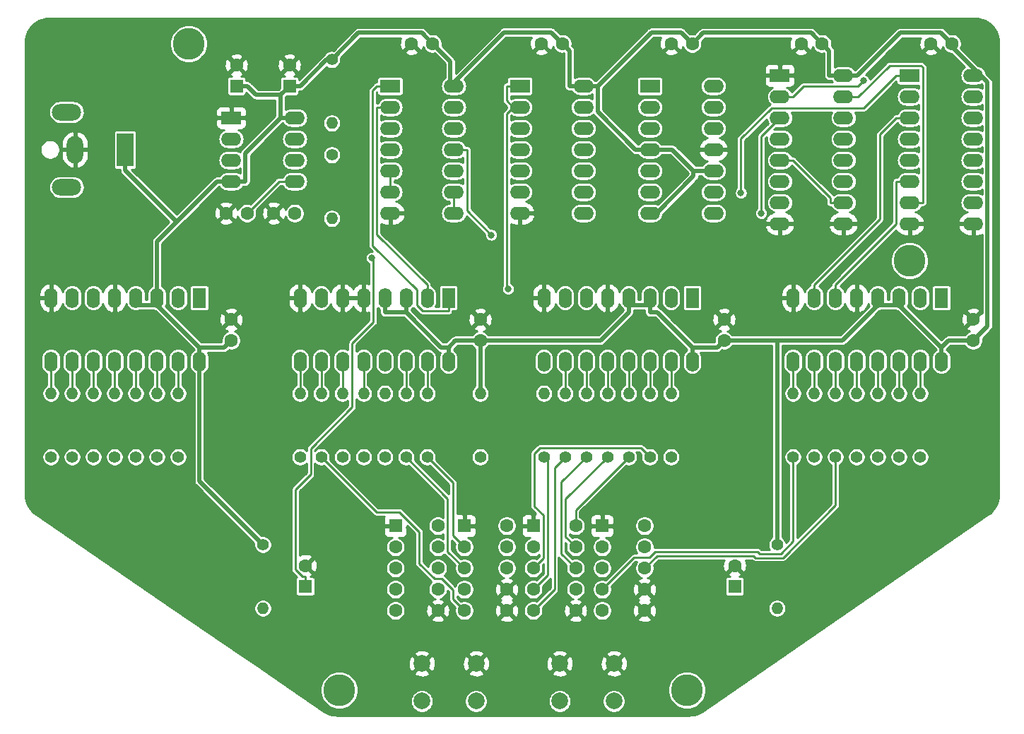
<source format=gbr>
%TF.GenerationSoftware,KiCad,Pcbnew,5.1.7-a382d34a8~87~ubuntu20.04.1*%
%TF.CreationDate,2020-10-18T23:33:31-03:00*%
%TF.ProjectId,cronometro-conta-para-zera,63726f6e-6f6d-4657-9472-6f2d636f6e74,rev?*%
%TF.SameCoordinates,Original*%
%TF.FileFunction,Copper,L2,Bot*%
%TF.FilePolarity,Positive*%
%FSLAX46Y46*%
G04 Gerber Fmt 4.6, Leading zero omitted, Abs format (unit mm)*
G04 Created by KiCad (PCBNEW 5.1.7-a382d34a8~87~ubuntu20.04.1) date 2020-10-18 23:33:31*
%MOMM*%
%LPD*%
G01*
G04 APERTURE LIST*
%TA.AperFunction,ComponentPad*%
%ADD10C,3.800000*%
%TD*%
%TA.AperFunction,ComponentPad*%
%ADD11O,2.400000X1.600000*%
%TD*%
%TA.AperFunction,ComponentPad*%
%ADD12R,2.400000X1.600000*%
%TD*%
%TA.AperFunction,ComponentPad*%
%ADD13C,1.600000*%
%TD*%
%TA.AperFunction,ComponentPad*%
%ADD14R,1.600000X1.600000*%
%TD*%
%TA.AperFunction,ComponentPad*%
%ADD15O,1.600000X2.400000*%
%TD*%
%TA.AperFunction,ComponentPad*%
%ADD16R,1.600000X2.400000*%
%TD*%
%TA.AperFunction,ComponentPad*%
%ADD17C,2.000000*%
%TD*%
%TA.AperFunction,ComponentPad*%
%ADD18O,1.400000X1.400000*%
%TD*%
%TA.AperFunction,ComponentPad*%
%ADD19C,1.400000*%
%TD*%
%TA.AperFunction,ComponentPad*%
%ADD20O,3.500000X2.000000*%
%TD*%
%TA.AperFunction,ComponentPad*%
%ADD21O,2.000000X3.300000*%
%TD*%
%TA.AperFunction,ComponentPad*%
%ADD22R,2.000000X4.000000*%
%TD*%
%TA.AperFunction,ViaPad*%
%ADD23C,0.800000*%
%TD*%
%TA.AperFunction,Conductor*%
%ADD24C,0.250000*%
%TD*%
%TA.AperFunction,Conductor*%
%ADD25C,0.500000*%
%TD*%
%TA.AperFunction,Conductor*%
%ADD26C,0.254000*%
%TD*%
%TA.AperFunction,Conductor*%
%ADD27C,0.200000*%
%TD*%
G04 APERTURE END LIST*
D10*
%TO.P,Par4,1*%
%TO.N,N/C*%
X147320000Y-27940000D03*
%TD*%
%TO.P,Par3,1*%
%TO.N,N/C*%
X233680000Y-53975000D03*
%TD*%
%TO.P,Par2,1*%
%TO.N,N/C*%
X207010000Y-105410000D03*
%TD*%
%TO.P,Par1,1*%
%TO.N,N/C*%
X165354000Y-105410000D03*
%TD*%
D11*
%TO.P,U3,16*%
%TO.N,VCC*%
X225742000Y-31750000D03*
%TO.P,U3,8*%
%TO.N,Earth*%
X218122000Y-49530000D03*
%TO.P,U3,15*%
%TO.N,MR*%
X225742000Y-34290000D03*
%TO.P,U3,7*%
%TO.N,/clr_seg*%
X218122000Y-46990000D03*
%TO.P,U3,14*%
%TO.N,/M3*%
X225742000Y-36830000D03*
%TO.P,U3,6*%
%TO.N,N/C*%
X218122000Y-44450000D03*
%TO.P,U3,13*%
%TO.N,/M2*%
X225742000Y-39370000D03*
%TO.P,U3,5*%
%TO.N,/Sd2*%
X218122000Y-41910000D03*
%TO.P,U3,12*%
%TO.N,/M1*%
X225742000Y-41910000D03*
%TO.P,U3,4*%
%TO.N,/Sd1*%
X218122000Y-39370000D03*
%TO.P,U3,11*%
%TO.N,/M0*%
X225742000Y-44450000D03*
%TO.P,U3,3*%
%TO.N,/Sd0*%
X218122000Y-36830000D03*
%TO.P,U3,10*%
%TO.N,/Sd2*%
X225742000Y-46990000D03*
%TO.P,U3,2*%
%TO.N,/Su3*%
X218122000Y-34290000D03*
%TO.P,U3,9*%
%TO.N,Earth*%
X225742000Y-49530000D03*
D12*
%TO.P,U3,1*%
X218122000Y-31750000D03*
%TD*%
D13*
%TO.P,U14,10*%
%TO.N,Net-(R28-Pad1)*%
X177165000Y-85725000D03*
%TO.P,U14,9*%
%TO.N,Net-(R29-Pad1)*%
X177165000Y-88265000D03*
%TO.P,U14,8*%
%TO.N,Net-(R30-Pad1)*%
X177165000Y-90805000D03*
%TO.P,U14,7*%
%TO.N,/driver-displays/DP*%
X177165000Y-93345000D03*
%TO.P,U14,6*%
%TO.N,Earth*%
X177165000Y-95885000D03*
%TO.P,U14,5*%
%TO.N,Net-(R31-Pad1)*%
X172085000Y-95885000D03*
%TO.P,U14,4*%
%TO.N,Net-(R32-Pad1)*%
X172085000Y-93345000D03*
%TO.P,U14,3*%
%TO.N,Net-(R34-Pad1)*%
X172085000Y-90805000D03*
%TO.P,U14,2*%
%TO.N,Net-(R33-Pad1)*%
X172085000Y-88265000D03*
D14*
%TO.P,U14,1*%
%TO.N,Earth*%
X172085000Y-85725000D03*
%TD*%
D13*
%TO.P,U13,10*%
%TO.N,Net-(R21-Pad1)*%
X185420000Y-85725000D03*
%TO.P,U13,9*%
%TO.N,Net-(R22-Pad1)*%
X185420000Y-88265000D03*
%TO.P,U13,8*%
%TO.N,Net-(R23-Pad1)*%
X185420000Y-90805000D03*
%TO.P,U13,7*%
%TO.N,Earth*%
X185420000Y-93345000D03*
%TO.P,U13,6*%
X185420000Y-95885000D03*
%TO.P,U13,5*%
%TO.N,Net-(R24-Pad1)*%
X180340000Y-95885000D03*
%TO.P,U13,4*%
%TO.N,Net-(R25-Pad1)*%
X180340000Y-93345000D03*
%TO.P,U13,3*%
%TO.N,Net-(R27-Pad1)*%
X180340000Y-90805000D03*
%TO.P,U13,2*%
%TO.N,Net-(R26-Pad1)*%
X180340000Y-88265000D03*
D14*
%TO.P,U13,1*%
%TO.N,Earth*%
X180340000Y-85725000D03*
%TD*%
D13*
%TO.P,U12,10*%
%TO.N,Net-(R14-Pad1)*%
X193675000Y-85725000D03*
%TO.P,U12,9*%
%TO.N,Net-(R15-Pad1)*%
X193675000Y-88265000D03*
%TO.P,U12,8*%
%TO.N,Net-(R16-Pad1)*%
X193675000Y-90805000D03*
%TO.P,U12,7*%
%TO.N,/driver-displays/DP*%
X193675000Y-93345000D03*
%TO.P,U12,6*%
%TO.N,Earth*%
X193675000Y-95885000D03*
%TO.P,U12,5*%
%TO.N,Net-(R17-Pad1)*%
X188595000Y-95885000D03*
%TO.P,U12,4*%
%TO.N,Net-(R18-Pad1)*%
X188595000Y-93345000D03*
%TO.P,U12,3*%
%TO.N,Net-(R20-Pad1)*%
X188595000Y-90805000D03*
%TO.P,U12,2*%
%TO.N,Net-(R19-Pad1)*%
X188595000Y-88265000D03*
D14*
%TO.P,U12,1*%
%TO.N,Earth*%
X188595000Y-85725000D03*
%TD*%
D13*
%TO.P,U11,10*%
%TO.N,Net-(R7-Pad1)*%
X201930000Y-85725000D03*
%TO.P,U11,9*%
%TO.N,Net-(R8-Pad1)*%
X201930000Y-88265000D03*
%TO.P,U11,8*%
%TO.N,Net-(R9-Pad1)*%
X201930000Y-90805000D03*
%TO.P,U11,7*%
%TO.N,Earth*%
X201930000Y-93345000D03*
%TO.P,U11,6*%
X201930000Y-95885000D03*
%TO.P,U11,5*%
%TO.N,Net-(R10-Pad1)*%
X196850000Y-95885000D03*
%TO.P,U11,4*%
%TO.N,Net-(R11-Pad1)*%
X196850000Y-93345000D03*
%TO.P,U11,3*%
%TO.N,Net-(R13-Pad1)*%
X196850000Y-90805000D03*
%TO.P,U11,2*%
%TO.N,Net-(R12-Pad1)*%
X196850000Y-88265000D03*
D14*
%TO.P,U11,1*%
%TO.N,Earth*%
X196850000Y-85725000D03*
%TD*%
D15*
%TO.P,U10,16*%
%TO.N,VCC*%
X148590000Y-66040000D03*
%TO.P,U10,8*%
%TO.N,Earth*%
X130810000Y-58420000D03*
%TO.P,U10,15*%
%TO.N,Net-(R33-Pad2)*%
X146050000Y-66040000D03*
%TO.P,U10,7*%
%TO.N,/M0*%
X133350000Y-58420000D03*
%TO.P,U10,14*%
%TO.N,Net-(R34-Pad2)*%
X143510000Y-66040000D03*
%TO.P,U10,6*%
%TO.N,/M3*%
X135890000Y-58420000D03*
%TO.P,U10,13*%
%TO.N,Net-(R28-Pad2)*%
X140970000Y-66040000D03*
%TO.P,U10,5*%
%TO.N,Earth*%
X138430000Y-58420000D03*
%TO.P,U10,12*%
%TO.N,Net-(R29-Pad2)*%
X138430000Y-66040000D03*
%TO.P,U10,4*%
%TO.N,VCC*%
X140970000Y-58420000D03*
%TO.P,U10,11*%
%TO.N,Net-(R30-Pad2)*%
X135890000Y-66040000D03*
%TO.P,U10,3*%
%TO.N,VCC*%
X143510000Y-58420000D03*
%TO.P,U10,10*%
%TO.N,Net-(R31-Pad2)*%
X133350000Y-66040000D03*
%TO.P,U10,2*%
%TO.N,/M2*%
X146050000Y-58420000D03*
%TO.P,U10,9*%
%TO.N,Net-(R32-Pad2)*%
X130810000Y-66040000D03*
D16*
%TO.P,U10,1*%
%TO.N,/M1*%
X148590000Y-58420000D03*
%TD*%
D15*
%TO.P,U9,16*%
%TO.N,VCC*%
X178435000Y-66040000D03*
%TO.P,U9,8*%
%TO.N,Earth*%
X160655000Y-58420000D03*
%TO.P,U9,15*%
%TO.N,Net-(R26-Pad2)*%
X175895000Y-66040000D03*
%TO.P,U9,7*%
%TO.N,/Sd0*%
X163195000Y-58420000D03*
%TO.P,U9,14*%
%TO.N,Net-(R27-Pad2)*%
X173355000Y-66040000D03*
%TO.P,U9,6*%
%TO.N,Earth*%
X165735000Y-58420000D03*
%TO.P,U9,13*%
%TO.N,Net-(R21-Pad2)*%
X170815000Y-66040000D03*
%TO.P,U9,5*%
%TO.N,Earth*%
X168275000Y-58420000D03*
%TO.P,U9,12*%
%TO.N,Net-(R22-Pad2)*%
X168275000Y-66040000D03*
%TO.P,U9,4*%
%TO.N,VCC*%
X170815000Y-58420000D03*
%TO.P,U9,11*%
%TO.N,Net-(R23-Pad2)*%
X165735000Y-66040000D03*
%TO.P,U9,3*%
%TO.N,VCC*%
X173355000Y-58420000D03*
%TO.P,U9,10*%
%TO.N,Net-(R24-Pad2)*%
X163195000Y-66040000D03*
%TO.P,U9,2*%
%TO.N,/Sd2*%
X175895000Y-58420000D03*
%TO.P,U9,9*%
%TO.N,Net-(R25-Pad2)*%
X160655000Y-66040000D03*
D16*
%TO.P,U9,1*%
%TO.N,/Sd1*%
X178435000Y-58420000D03*
%TD*%
D15*
%TO.P,U8,16*%
%TO.N,VCC*%
X207645000Y-66040000D03*
%TO.P,U8,8*%
%TO.N,Earth*%
X189865000Y-58420000D03*
%TO.P,U8,15*%
%TO.N,Net-(R19-Pad2)*%
X205105000Y-66040000D03*
%TO.P,U8,7*%
%TO.N,/Su0*%
X192405000Y-58420000D03*
%TO.P,U8,14*%
%TO.N,Net-(R20-Pad2)*%
X202565000Y-66040000D03*
%TO.P,U8,6*%
%TO.N,/Su3*%
X194945000Y-58420000D03*
%TO.P,U8,13*%
%TO.N,Net-(R14-Pad2)*%
X200025000Y-66040000D03*
%TO.P,U8,5*%
%TO.N,Earth*%
X197485000Y-58420000D03*
%TO.P,U8,12*%
%TO.N,Net-(R15-Pad2)*%
X197485000Y-66040000D03*
%TO.P,U8,4*%
%TO.N,VCC*%
X200025000Y-58420000D03*
%TO.P,U8,11*%
%TO.N,Net-(R16-Pad2)*%
X194945000Y-66040000D03*
%TO.P,U8,3*%
%TO.N,VCC*%
X202565000Y-58420000D03*
%TO.P,U8,10*%
%TO.N,Net-(R17-Pad2)*%
X192405000Y-66040000D03*
%TO.P,U8,2*%
%TO.N,/Su2*%
X205105000Y-58420000D03*
%TO.P,U8,9*%
%TO.N,Net-(R18-Pad2)*%
X189865000Y-66040000D03*
D16*
%TO.P,U8,1*%
%TO.N,/Su1*%
X207645000Y-58420000D03*
%TD*%
D15*
%TO.P,U7,16*%
%TO.N,VCC*%
X237490000Y-66040000D03*
%TO.P,U7,8*%
%TO.N,Earth*%
X219710000Y-58420000D03*
%TO.P,U7,15*%
%TO.N,Net-(R12-Pad2)*%
X234950000Y-66040000D03*
%TO.P,U7,7*%
%TO.N,/DS0*%
X222250000Y-58420000D03*
%TO.P,U7,14*%
%TO.N,Net-(R13-Pad2)*%
X232410000Y-66040000D03*
%TO.P,U7,6*%
%TO.N,/DS3*%
X224790000Y-58420000D03*
%TO.P,U7,13*%
%TO.N,Net-(R7-Pad2)*%
X229870000Y-66040000D03*
%TO.P,U7,5*%
%TO.N,Earth*%
X227330000Y-58420000D03*
%TO.P,U7,12*%
%TO.N,Net-(R8-Pad2)*%
X227330000Y-66040000D03*
%TO.P,U7,4*%
%TO.N,VCC*%
X229870000Y-58420000D03*
%TO.P,U7,11*%
%TO.N,Net-(R9-Pad2)*%
X224790000Y-66040000D03*
%TO.P,U7,3*%
%TO.N,VCC*%
X232410000Y-58420000D03*
%TO.P,U7,10*%
%TO.N,Net-(R10-Pad2)*%
X222250000Y-66040000D03*
%TO.P,U7,2*%
%TO.N,/DS2*%
X234950000Y-58420000D03*
%TO.P,U7,9*%
%TO.N,Net-(R11-Pad2)*%
X219710000Y-66040000D03*
D16*
%TO.P,U7,1*%
%TO.N,/DS1*%
X237490000Y-58420000D03*
%TD*%
D11*
%TO.P,U6,14*%
%TO.N,N/C*%
X210185000Y-33020000D03*
%TO.P,U6,7*%
%TO.N,VCC*%
X202565000Y-48260000D03*
%TO.P,U6,13*%
%TO.N,N/C*%
X210185000Y-35560000D03*
%TO.P,U6,6*%
%TO.N,~MR*%
X202565000Y-45720000D03*
%TO.P,U6,12*%
%TO.N,N/C*%
X210185000Y-38100000D03*
%TO.P,U6,5*%
%TO.N,Net-(U5-Pad3)*%
X202565000Y-43180000D03*
%TO.P,U6,11*%
%TO.N,Earth*%
X210185000Y-40640000D03*
%TO.P,U6,4*%
%TO.N,VCC*%
X202565000Y-40640000D03*
%TO.P,U6,10*%
X210185000Y-43180000D03*
%TO.P,U6,3*%
%TO.N,N/C*%
X202565000Y-38100000D03*
%TO.P,U6,9*%
X210185000Y-45720000D03*
%TO.P,U6,2*%
X202565000Y-35560000D03*
%TO.P,U6,8*%
%TO.N,/hab_cont*%
X210185000Y-48260000D03*
D12*
%TO.P,U6,1*%
%TO.N,N/C*%
X202565000Y-33020000D03*
%TD*%
D11*
%TO.P,U5,14*%
%TO.N,VCC*%
X194627000Y-33020000D03*
%TO.P,U5,7*%
%TO.N,Earth*%
X187007000Y-48260000D03*
%TO.P,U5,13*%
%TO.N,N/C*%
X194627000Y-35560000D03*
%TO.P,U5,6*%
X187007000Y-45720000D03*
%TO.P,U5,12*%
X194627000Y-38100000D03*
%TO.P,U5,5*%
X187007000Y-43180000D03*
%TO.P,U5,11*%
X194627000Y-40640000D03*
%TO.P,U5,4*%
X187007000Y-40640000D03*
%TO.P,U5,10*%
X194627000Y-43180000D03*
%TO.P,U5,3*%
%TO.N,Net-(U5-Pad3)*%
X187007000Y-38100000D03*
%TO.P,U5,9*%
%TO.N,N/C*%
X194627000Y-45720000D03*
%TO.P,U5,2*%
%TO.N,Net-(C3-Pad1)*%
X187007000Y-35560000D03*
%TO.P,U5,8*%
%TO.N,N/C*%
X194627000Y-48260000D03*
D12*
%TO.P,U5,1*%
%TO.N,Net-(C3-Pad1)*%
X187007000Y-33020000D03*
%TD*%
D11*
%TO.P,U4,14*%
%TO.N,VCC*%
X179070000Y-33020000D03*
%TO.P,U4,7*%
%TO.N,Earth*%
X171450000Y-48260000D03*
%TO.P,U4,13*%
%TO.N,Net-(U4-Pad13)*%
X179070000Y-35560000D03*
%TO.P,U4,6*%
%TO.N,Net-(C4-Pad1)*%
X171450000Y-45720000D03*
%TO.P,U4,12*%
%TO.N,~MR*%
X179070000Y-38100000D03*
%TO.P,U4,5*%
%TO.N,Net-(C4-Pad1)*%
X171450000Y-43180000D03*
%TO.P,U4,11*%
%TO.N,/clr_seg*%
X179070000Y-40640000D03*
%TO.P,U4,4*%
%TO.N,MR*%
X171450000Y-40640000D03*
%TO.P,U4,10*%
%TO.N,~MR*%
X179070000Y-43180000D03*
%TO.P,U4,3*%
%TO.N,Net-(U4-Pad13)*%
X171450000Y-38100000D03*
%TO.P,U4,9*%
%TO.N,MR*%
X179070000Y-45720000D03*
%TO.P,U4,2*%
%TO.N,/Sd2*%
X171450000Y-35560000D03*
%TO.P,U4,8*%
%TO.N,MR*%
X179070000Y-48260000D03*
D12*
%TO.P,U4,1*%
%TO.N,/Sd1*%
X171450000Y-33020000D03*
%TD*%
D11*
%TO.P,U2,16*%
%TO.N,VCC*%
X241300000Y-31750000D03*
%TO.P,U2,8*%
%TO.N,Earth*%
X233680000Y-49530000D03*
%TO.P,U2,15*%
%TO.N,/clr_seg*%
X241300000Y-34290000D03*
%TO.P,U2,7*%
%TO.N,MR*%
X233680000Y-46990000D03*
%TO.P,U2,14*%
%TO.N,/Su3*%
X241300000Y-36830000D03*
%TO.P,U2,6*%
%TO.N,/DS3*%
X233680000Y-44450000D03*
%TO.P,U2,13*%
%TO.N,/Su2*%
X241300000Y-39370000D03*
%TO.P,U2,5*%
%TO.N,/DS2*%
X233680000Y-41910000D03*
%TO.P,U2,12*%
%TO.N,/Su1*%
X241300000Y-41910000D03*
%TO.P,U2,4*%
%TO.N,/DS1*%
X233680000Y-39370000D03*
%TO.P,U2,11*%
%TO.N,/Su0*%
X241300000Y-44450000D03*
%TO.P,U2,3*%
%TO.N,/DS0*%
X233680000Y-36830000D03*
%TO.P,U2,10*%
%TO.N,/DS3*%
X241300000Y-46990000D03*
%TO.P,U2,2*%
%TO.N,ck*%
X233680000Y-34290000D03*
%TO.P,U2,9*%
%TO.N,Earth*%
X241300000Y-49530000D03*
D12*
%TO.P,U2,1*%
%TO.N,/hab_cont*%
X233680000Y-31750000D03*
%TD*%
D11*
%TO.P,U1,8*%
%TO.N,VCC*%
X160020000Y-36830000D03*
%TO.P,U1,4*%
X152400000Y-44450000D03*
%TO.P,U1,7*%
%TO.N,Net-(R1-Pad2)*%
X160020000Y-39370000D03*
%TO.P,U1,3*%
%TO.N,ck*%
X152400000Y-41910000D03*
%TO.P,U1,6*%
%TO.N,Net-(C2-Pad1)*%
X160020000Y-41910000D03*
%TO.P,U1,2*%
X152400000Y-39370000D03*
%TO.P,U1,5*%
%TO.N,Net-(C1-Pad1)*%
X160020000Y-44450000D03*
D12*
%TO.P,U1,1*%
%TO.N,Earth*%
X152400000Y-36830000D03*
%TD*%
D17*
%TO.P,SW2,1*%
%TO.N,Earth*%
X198270000Y-102235000D03*
%TO.P,SW2,2*%
%TO.N,Net-(C3-Pad1)*%
X198270000Y-106735000D03*
%TO.P,SW2,1*%
%TO.N,Earth*%
X191770000Y-102235000D03*
%TO.P,SW2,2*%
%TO.N,Net-(C3-Pad1)*%
X191770000Y-106735000D03*
%TD*%
%TO.P,SW1,1*%
%TO.N,Earth*%
X181760000Y-102235000D03*
%TO.P,SW1,2*%
%TO.N,Net-(C4-Pad1)*%
X181760000Y-106735000D03*
%TO.P,SW1,1*%
%TO.N,Earth*%
X175260000Y-102235000D03*
%TO.P,SW1,2*%
%TO.N,Net-(C4-Pad1)*%
X175260000Y-106735000D03*
%TD*%
D18*
%TO.P,R34,2*%
%TO.N,Net-(R34-Pad2)*%
X143510000Y-69850000D03*
D19*
%TO.P,R34,1*%
%TO.N,Net-(R34-Pad1)*%
X143510000Y-77470000D03*
%TD*%
D18*
%TO.P,R33,2*%
%TO.N,Net-(R33-Pad2)*%
X146050000Y-69850000D03*
D19*
%TO.P,R33,1*%
%TO.N,Net-(R33-Pad1)*%
X146050000Y-77470000D03*
%TD*%
D18*
%TO.P,R32,2*%
%TO.N,Net-(R32-Pad2)*%
X130810000Y-69850000D03*
D19*
%TO.P,R32,1*%
%TO.N,Net-(R32-Pad1)*%
X130810000Y-77470000D03*
%TD*%
D18*
%TO.P,R31,2*%
%TO.N,Net-(R31-Pad2)*%
X133350000Y-69850000D03*
D19*
%TO.P,R31,1*%
%TO.N,Net-(R31-Pad1)*%
X133350000Y-77470000D03*
%TD*%
D18*
%TO.P,R30,2*%
%TO.N,Net-(R30-Pad2)*%
X135890000Y-69850000D03*
D19*
%TO.P,R30,1*%
%TO.N,Net-(R30-Pad1)*%
X135890000Y-77470000D03*
%TD*%
D18*
%TO.P,R29,2*%
%TO.N,Net-(R29-Pad2)*%
X138430000Y-69850000D03*
D19*
%TO.P,R29,1*%
%TO.N,Net-(R29-Pad1)*%
X138430000Y-77470000D03*
%TD*%
D18*
%TO.P,R28,2*%
%TO.N,Net-(R28-Pad2)*%
X140970000Y-69850000D03*
D19*
%TO.P,R28,1*%
%TO.N,Net-(R28-Pad1)*%
X140970000Y-77470000D03*
%TD*%
D18*
%TO.P,R27,2*%
%TO.N,Net-(R27-Pad2)*%
X173355000Y-69850000D03*
D19*
%TO.P,R27,1*%
%TO.N,Net-(R27-Pad1)*%
X173355000Y-77470000D03*
%TD*%
D18*
%TO.P,R26,2*%
%TO.N,Net-(R26-Pad2)*%
X175895000Y-69850000D03*
D19*
%TO.P,R26,1*%
%TO.N,Net-(R26-Pad1)*%
X175895000Y-77470000D03*
%TD*%
D18*
%TO.P,R25,2*%
%TO.N,Net-(R25-Pad2)*%
X160655000Y-69850000D03*
D19*
%TO.P,R25,1*%
%TO.N,Net-(R25-Pad1)*%
X160655000Y-77470000D03*
%TD*%
D18*
%TO.P,R24,2*%
%TO.N,Net-(R24-Pad2)*%
X163195000Y-69850000D03*
D19*
%TO.P,R24,1*%
%TO.N,Net-(R24-Pad1)*%
X163195000Y-77470000D03*
%TD*%
D18*
%TO.P,R23,2*%
%TO.N,Net-(R23-Pad2)*%
X165735000Y-69850000D03*
D19*
%TO.P,R23,1*%
%TO.N,Net-(R23-Pad1)*%
X165735000Y-77470000D03*
%TD*%
D18*
%TO.P,R22,2*%
%TO.N,Net-(R22-Pad2)*%
X168275000Y-69850000D03*
D19*
%TO.P,R22,1*%
%TO.N,Net-(R22-Pad1)*%
X168275000Y-77470000D03*
%TD*%
D18*
%TO.P,R21,2*%
%TO.N,Net-(R21-Pad2)*%
X170815000Y-69850000D03*
D19*
%TO.P,R21,1*%
%TO.N,Net-(R21-Pad1)*%
X170815000Y-77470000D03*
%TD*%
D18*
%TO.P,R20,2*%
%TO.N,Net-(R20-Pad2)*%
X202565000Y-69850000D03*
D19*
%TO.P,R20,1*%
%TO.N,Net-(R20-Pad1)*%
X202565000Y-77470000D03*
%TD*%
D18*
%TO.P,R19,2*%
%TO.N,Net-(R19-Pad2)*%
X205105000Y-69850000D03*
D19*
%TO.P,R19,1*%
%TO.N,Net-(R19-Pad1)*%
X205105000Y-77470000D03*
%TD*%
D18*
%TO.P,R18,2*%
%TO.N,Net-(R18-Pad2)*%
X189865000Y-69850000D03*
D19*
%TO.P,R18,1*%
%TO.N,Net-(R18-Pad1)*%
X189865000Y-77470000D03*
%TD*%
D18*
%TO.P,R17,2*%
%TO.N,Net-(R17-Pad2)*%
X192405000Y-69850000D03*
D19*
%TO.P,R17,1*%
%TO.N,Net-(R17-Pad1)*%
X192405000Y-77470000D03*
%TD*%
D18*
%TO.P,R16,2*%
%TO.N,Net-(R16-Pad2)*%
X194945000Y-69850000D03*
D19*
%TO.P,R16,1*%
%TO.N,Net-(R16-Pad1)*%
X194945000Y-77470000D03*
%TD*%
D18*
%TO.P,R15,2*%
%TO.N,Net-(R15-Pad2)*%
X197485000Y-69850000D03*
D19*
%TO.P,R15,1*%
%TO.N,Net-(R15-Pad1)*%
X197485000Y-77470000D03*
%TD*%
D18*
%TO.P,R14,2*%
%TO.N,Net-(R14-Pad2)*%
X200025000Y-69850000D03*
D19*
%TO.P,R14,1*%
%TO.N,Net-(R14-Pad1)*%
X200025000Y-77470000D03*
%TD*%
D18*
%TO.P,R13,2*%
%TO.N,Net-(R13-Pad2)*%
X232410000Y-69850000D03*
D19*
%TO.P,R13,1*%
%TO.N,Net-(R13-Pad1)*%
X232410000Y-77470000D03*
%TD*%
D18*
%TO.P,R12,2*%
%TO.N,Net-(R12-Pad2)*%
X234950000Y-69850000D03*
D19*
%TO.P,R12,1*%
%TO.N,Net-(R12-Pad1)*%
X234950000Y-77470000D03*
%TD*%
D18*
%TO.P,R11,2*%
%TO.N,Net-(R11-Pad2)*%
X219710000Y-69850000D03*
D19*
%TO.P,R11,1*%
%TO.N,Net-(R11-Pad1)*%
X219710000Y-77470000D03*
%TD*%
D18*
%TO.P,R10,2*%
%TO.N,Net-(R10-Pad2)*%
X222250000Y-69850000D03*
D19*
%TO.P,R10,1*%
%TO.N,Net-(R10-Pad1)*%
X222250000Y-77470000D03*
%TD*%
D18*
%TO.P,R9,2*%
%TO.N,Net-(R9-Pad2)*%
X224790000Y-69850000D03*
D19*
%TO.P,R9,1*%
%TO.N,Net-(R9-Pad1)*%
X224790000Y-77470000D03*
%TD*%
D18*
%TO.P,R8,2*%
%TO.N,Net-(R8-Pad2)*%
X227330000Y-69850000D03*
D19*
%TO.P,R8,1*%
%TO.N,Net-(R8-Pad1)*%
X227330000Y-77470000D03*
%TD*%
D18*
%TO.P,R7,2*%
%TO.N,Net-(R7-Pad2)*%
X229870000Y-69850000D03*
D19*
%TO.P,R7,1*%
%TO.N,Net-(R7-Pad1)*%
X229870000Y-77470000D03*
%TD*%
D18*
%TO.P,R6,2*%
%TO.N,VCC*%
X182245000Y-69850000D03*
D19*
%TO.P,R6,1*%
%TO.N,/driver-displays/DP*%
X182245000Y-77470000D03*
%TD*%
D18*
%TO.P,R5,2*%
%TO.N,Net-(C4-Pad1)*%
X156210000Y-95595000D03*
D19*
%TO.P,R5,1*%
%TO.N,VCC*%
X156210000Y-87975000D03*
%TD*%
D18*
%TO.P,R4,2*%
%TO.N,Net-(C3-Pad1)*%
X217805000Y-95595000D03*
D19*
%TO.P,R4,1*%
%TO.N,VCC*%
X217805000Y-87975000D03*
%TD*%
D18*
%TO.P,R2,2*%
%TO.N,Net-(C2-Pad1)*%
X164465000Y-48895000D03*
D19*
%TO.P,R2,1*%
%TO.N,Net-(R1-Pad2)*%
X164465000Y-41275000D03*
%TD*%
D18*
%TO.P,R1,2*%
%TO.N,Net-(R1-Pad2)*%
X164465000Y-37465000D03*
D19*
%TO.P,R1,1*%
%TO.N,VCC*%
X164465000Y-29845000D03*
%TD*%
D20*
%TO.P,J1,MP*%
%TO.N,N/C*%
X132700000Y-45140000D03*
X132700000Y-36140000D03*
D21*
%TO.P,J1,2*%
%TO.N,Earth*%
X133700000Y-40640000D03*
D22*
%TO.P,J1,1*%
%TO.N,VCC*%
X139700000Y-40640000D03*
%TD*%
D13*
%TO.P,C15,2*%
%TO.N,Earth*%
X205145000Y-27940000D03*
%TO.P,C15,1*%
%TO.N,VCC*%
X207645000Y-27940000D03*
%TD*%
%TO.P,C14,2*%
%TO.N,Earth*%
X152400000Y-61000000D03*
%TO.P,C14,1*%
%TO.N,VCC*%
X152400000Y-63500000D03*
%TD*%
%TO.P,C13,2*%
%TO.N,Earth*%
X182245000Y-61000000D03*
%TO.P,C13,1*%
%TO.N,VCC*%
X182245000Y-63500000D03*
%TD*%
%TO.P,C12,2*%
%TO.N,Earth*%
X211455000Y-61000000D03*
%TO.P,C12,1*%
%TO.N,VCC*%
X211455000Y-63500000D03*
%TD*%
%TO.P,C11,2*%
%TO.N,Earth*%
X241300000Y-61000000D03*
%TO.P,C11,1*%
%TO.N,VCC*%
X241300000Y-63500000D03*
%TD*%
%TO.P,C10,2*%
%TO.N,Earth*%
X174030000Y-27940000D03*
%TO.P,C10,1*%
%TO.N,VCC*%
X176530000Y-27940000D03*
%TD*%
%TO.P,C9,2*%
%TO.N,Earth*%
X189588000Y-27940000D03*
%TO.P,C9,1*%
%TO.N,VCC*%
X192088000Y-27940000D03*
%TD*%
%TO.P,C8,2*%
%TO.N,Earth*%
X220702000Y-27940000D03*
%TO.P,C8,1*%
%TO.N,VCC*%
X223202000Y-27940000D03*
%TD*%
%TO.P,C7,2*%
%TO.N,Earth*%
X236260000Y-27940000D03*
%TO.P,C7,1*%
%TO.N,VCC*%
X238760000Y-27940000D03*
%TD*%
%TO.P,C6,2*%
%TO.N,Earth*%
X153035000Y-30520000D03*
D14*
%TO.P,C6,1*%
%TO.N,VCC*%
X153035000Y-33020000D03*
%TD*%
D13*
%TO.P,C5,2*%
%TO.N,Earth*%
X159385000Y-30520000D03*
D14*
%TO.P,C5,1*%
%TO.N,VCC*%
X159385000Y-33020000D03*
%TD*%
D13*
%TO.P,C4,2*%
%TO.N,Earth*%
X161290000Y-90490100D03*
D14*
%TO.P,C4,1*%
%TO.N,Net-(C4-Pad1)*%
X161290000Y-92990100D03*
%TD*%
D13*
%TO.P,C3,2*%
%TO.N,Earth*%
X212725000Y-90490100D03*
D14*
%TO.P,C3,1*%
%TO.N,Net-(C3-Pad1)*%
X212725000Y-92990100D03*
%TD*%
D13*
%TO.P,C2,2*%
%TO.N,Earth*%
X157520000Y-48260000D03*
%TO.P,C2,1*%
%TO.N,Net-(C2-Pad1)*%
X160020000Y-48260000D03*
%TD*%
%TO.P,C1,2*%
%TO.N,Earth*%
X151805000Y-48260000D03*
%TO.P,C1,1*%
%TO.N,Net-(C1-Pad1)*%
X154305000Y-48260000D03*
%TD*%
D23*
%TO.N,Net-(C3-Pad1)*%
X185587000Y-57339200D03*
%TO.N,Net-(C4-Pad1)*%
X169237400Y-53631600D03*
%TO.N,/hab_cont*%
X213475900Y-45844500D03*
%TO.N,/clr_seg*%
X183574800Y-50867700D03*
%TO.N,/Su3*%
X228145600Y-32397200D03*
%TO.N,/Sd0*%
X215918800Y-48251300D03*
%TD*%
D24*
%TO.N,Net-(C1-Pad1)*%
X154305000Y-48260000D02*
X158115000Y-44450000D01*
X158115000Y-44450000D02*
X160020000Y-44450000D01*
%TO.N,Net-(C3-Pad1)*%
X186219400Y-35560000D02*
X185427900Y-36351500D01*
X185427900Y-36351500D02*
X185427900Y-57180100D01*
X185427900Y-57180100D02*
X185587000Y-57339200D01*
X186219400Y-35560000D02*
X185431700Y-34772300D01*
X185431700Y-34772300D02*
X185431700Y-33020000D01*
X187007000Y-33020000D02*
X185431700Y-33020000D01*
X187007000Y-35560000D02*
X186219400Y-35560000D01*
%TO.N,Net-(C4-Pad1)*%
X161290000Y-92990100D02*
X161290000Y-91814800D01*
X161290000Y-91814800D02*
X160922700Y-91814800D01*
X160922700Y-91814800D02*
X160103700Y-90995800D01*
X160103700Y-90995800D02*
X160103700Y-81374200D01*
X160103700Y-81374200D02*
X161925000Y-79552900D01*
X161925000Y-79552900D02*
X161925000Y-76478100D01*
X161925000Y-76478100D02*
X166910400Y-71492700D01*
X166910400Y-71492700D02*
X166910400Y-63844500D01*
X166910400Y-63844500D02*
X169450400Y-61304500D01*
X169450400Y-61304500D02*
X169450400Y-53844600D01*
X169450400Y-53844600D02*
X169237400Y-53631600D01*
X171450000Y-45720000D02*
X171450000Y-43180000D01*
D25*
%TO.N,VCC*%
X176530000Y-27940000D02*
X178654200Y-30064200D01*
X178654200Y-30064200D02*
X178654200Y-33020000D01*
X164465000Y-29845000D02*
X167670400Y-26639600D01*
X167670400Y-26639600D02*
X175229600Y-26639600D01*
X175229600Y-26639600D02*
X176530000Y-27940000D01*
X178654200Y-33020000D02*
X185100000Y-26574200D01*
X185100000Y-26574200D02*
X190722200Y-26574200D01*
X190722200Y-26574200D02*
X192088000Y-27940000D01*
X179070000Y-33020000D02*
X178654200Y-33020000D01*
X192088000Y-27940000D02*
X192926700Y-28778700D01*
X192926700Y-28778700D02*
X192926700Y-33020000D01*
X242189300Y-31750000D02*
X243011800Y-32572500D01*
X243011800Y-32572500D02*
X243011800Y-61788200D01*
X243011800Y-61788200D02*
X241300000Y-63500000D01*
X238760000Y-27940000D02*
X238760000Y-28320700D01*
X238760000Y-28320700D02*
X242189300Y-31750000D01*
X207808600Y-43180000D02*
X207808600Y-43823900D01*
X207808600Y-43823900D02*
X203372500Y-48260000D01*
X159385000Y-33020000D02*
X160685300Y-33020000D01*
X160685300Y-33020000D02*
X163860300Y-29845000D01*
X163860300Y-29845000D02*
X164465000Y-29845000D01*
X158319600Y-34085400D02*
X159385000Y-33020000D01*
X158319600Y-34085400D02*
X158319600Y-36830000D01*
X158319600Y-36830000D02*
X158319700Y-36830000D01*
X154335300Y-33020000D02*
X155400700Y-34085400D01*
X155400700Y-34085400D02*
X158319600Y-34085400D01*
X241300000Y-31750000D02*
X242189300Y-31750000D01*
X238760000Y-27940000D02*
X237436300Y-26616300D01*
X237436300Y-26616300D02*
X232576000Y-26616300D01*
X232576000Y-26616300D02*
X227442300Y-31750000D01*
X202565000Y-59270100D02*
X202565000Y-60120300D01*
X202565000Y-58420000D02*
X202565000Y-59270100D01*
X200025000Y-59270100D02*
X200025000Y-60120300D01*
X200025000Y-58420000D02*
X200025000Y-59270100D01*
X202565000Y-59270100D02*
X200025000Y-59270100D01*
X182245000Y-63500000D02*
X196645300Y-63500000D01*
X196645300Y-63500000D02*
X200025000Y-60120300D01*
X178435000Y-64339700D02*
X179274700Y-63500000D01*
X179274700Y-63500000D02*
X182245000Y-63500000D01*
X207645000Y-64339700D02*
X203425600Y-60120300D01*
X203425600Y-60120300D02*
X202565000Y-60120300D01*
X211455000Y-63500000D02*
X210615300Y-64339700D01*
X210615300Y-64339700D02*
X207645000Y-64339700D01*
X196327400Y-33020000D02*
X196327400Y-36102700D01*
X196327400Y-36102700D02*
X200864700Y-40640000D01*
X207645000Y-27940000D02*
X206294600Y-26589600D01*
X206294600Y-26589600D02*
X202757800Y-26589600D01*
X202757800Y-26589600D02*
X196327400Y-33020000D01*
X196327400Y-33020000D02*
X196327300Y-33020000D01*
X202565000Y-40640000D02*
X200864700Y-40640000D01*
X194627000Y-33020000D02*
X196327300Y-33020000D01*
X223202000Y-27940000D02*
X221901600Y-26639600D01*
X221901600Y-26639600D02*
X208945400Y-26639600D01*
X208945400Y-26639600D02*
X207645000Y-27940000D01*
X194627000Y-33020000D02*
X192926700Y-33020000D01*
X152400000Y-44450000D02*
X154100300Y-44450000D01*
X154100300Y-44450000D02*
X154100300Y-41049400D01*
X154100300Y-41049400D02*
X158319700Y-36830000D01*
X151984200Y-44450000D02*
X152400000Y-44450000D01*
X151984200Y-44450000D02*
X150699700Y-44450000D01*
X153035000Y-33020000D02*
X154335300Y-33020000D01*
X160020000Y-36830000D02*
X158319700Y-36830000D01*
X152400000Y-63500000D02*
X151560300Y-64339700D01*
X151560300Y-64339700D02*
X148590000Y-64339700D01*
X148590000Y-66040000D02*
X148590000Y-64339700D01*
X143510000Y-59270100D02*
X148579600Y-64339700D01*
X148579600Y-64339700D02*
X148590000Y-64339700D01*
X143510000Y-58845000D02*
X143510000Y-59270100D01*
X143510000Y-58420000D02*
X143510000Y-58845000D01*
X217805000Y-63500000D02*
X211455000Y-63500000D01*
X207645000Y-66040000D02*
X207645000Y-64339700D01*
X148590000Y-66040000D02*
X148590000Y-80355000D01*
X148590000Y-80355000D02*
X156210000Y-87975000D01*
X217805000Y-63500000D02*
X225640100Y-63500000D01*
X225640100Y-63500000D02*
X229870000Y-59270100D01*
X217805000Y-87975000D02*
X217805000Y-63500000D01*
X182245000Y-68649700D02*
X182245000Y-63500000D01*
X237490000Y-64339800D02*
X238329800Y-63500000D01*
X238329800Y-63500000D02*
X241300000Y-63500000D01*
X237490000Y-64527300D02*
X237490000Y-64339800D01*
X237490000Y-64339800D02*
X232420300Y-59270100D01*
X232420300Y-59270100D02*
X232410000Y-59270100D01*
X225742000Y-31750000D02*
X227442300Y-31750000D01*
X225742000Y-31750000D02*
X224041700Y-31750000D01*
X223202000Y-27940000D02*
X224041700Y-28779700D01*
X224041700Y-28779700D02*
X224041700Y-31750000D01*
X229870000Y-58420000D02*
X229870000Y-59270100D01*
X178435000Y-66040000D02*
X178435000Y-64339700D01*
X173355000Y-60120300D02*
X177574400Y-64339700D01*
X177574400Y-64339700D02*
X178435000Y-64339700D01*
X173355000Y-59932700D02*
X173355000Y-60120300D01*
X173355000Y-58420000D02*
X173355000Y-59932700D01*
X173355000Y-60120300D02*
X170815000Y-60120300D01*
X170815000Y-58420000D02*
X170815000Y-60120300D01*
X182245000Y-69850000D02*
X182245000Y-68649700D01*
X140970000Y-58420000D02*
X140970000Y-59270100D01*
X143510000Y-59270100D02*
X140970000Y-59270100D01*
X207808600Y-43180000D02*
X205268600Y-40640000D01*
X205268600Y-40640000D02*
X204265300Y-40640000D01*
X232410000Y-58420000D02*
X232410000Y-59270100D01*
X232410000Y-59270100D02*
X229870000Y-59270100D01*
X237490000Y-66040000D02*
X237490000Y-64527300D01*
X207808600Y-43180000D02*
X208484700Y-43180000D01*
X202565000Y-40640000D02*
X204265300Y-40640000D01*
X210185000Y-43180000D02*
X208484700Y-43180000D01*
X145854700Y-49295000D02*
X143510000Y-51639700D01*
X143510000Y-51639700D02*
X143510000Y-58420000D01*
X150699700Y-44450000D02*
X145854700Y-49295000D01*
X145854700Y-49295000D02*
X139700000Y-43140300D01*
X139700000Y-40640000D02*
X139700000Y-43140300D01*
X202565000Y-48260000D02*
X203372500Y-48260000D01*
D24*
%TO.N,Net-(R7-Pad2)*%
X229870000Y-69850000D02*
X229870000Y-66040000D01*
%TO.N,Net-(R8-Pad2)*%
X227330000Y-69850000D02*
X227330000Y-66040000D01*
%TO.N,Net-(R9-Pad2)*%
X224790000Y-69850000D02*
X224790000Y-66040000D01*
%TO.N,Net-(R9-Pad1)*%
X224790000Y-77470000D02*
X224790000Y-83281100D01*
X224790000Y-83281100D02*
X218514100Y-89557000D01*
X218514100Y-89557000D02*
X215246200Y-89557000D01*
X215246200Y-89557000D02*
X215001000Y-89311800D01*
X215001000Y-89311800D02*
X203423200Y-89311800D01*
X203423200Y-89311800D02*
X201930000Y-90805000D01*
%TO.N,Net-(R10-Pad2)*%
X222250000Y-69850000D02*
X222250000Y-66040000D01*
%TO.N,Net-(R11-Pad2)*%
X219710000Y-69850000D02*
X219710000Y-66040000D01*
%TO.N,Net-(R11-Pad1)*%
X219710000Y-77470000D02*
X219710000Y-87607200D01*
X219710000Y-87607200D02*
X218260600Y-89056600D01*
X218260600Y-89056600D02*
X215703400Y-89056600D01*
X215703400Y-89056600D02*
X215444900Y-88798100D01*
X215444900Y-88798100D02*
X203229200Y-88798100D01*
X203229200Y-88798100D02*
X202492300Y-89535000D01*
X202492300Y-89535000D02*
X200660000Y-89535000D01*
X200660000Y-89535000D02*
X196850000Y-93345000D01*
%TO.N,Net-(R12-Pad2)*%
X234950000Y-69850000D02*
X234950000Y-66040000D01*
%TO.N,Net-(R13-Pad2)*%
X232410000Y-69850000D02*
X232410000Y-66040000D01*
%TO.N,Net-(R14-Pad2)*%
X200025000Y-69850000D02*
X200025000Y-66040000D01*
%TO.N,Net-(R14-Pad1)*%
X200025000Y-77470000D02*
X193675000Y-83820000D01*
X193675000Y-83820000D02*
X193675000Y-85725000D01*
%TO.N,Net-(R15-Pad2)*%
X197485000Y-69850000D02*
X197485000Y-66040000D01*
%TO.N,Net-(R15-Pad1)*%
X193675000Y-88265000D02*
X192481000Y-87071000D01*
X192481000Y-87071000D02*
X192481000Y-82474000D01*
X192481000Y-82474000D02*
X197485000Y-77470000D01*
%TO.N,Net-(R16-Pad2)*%
X194945000Y-69850000D02*
X194945000Y-66040000D01*
%TO.N,Net-(R16-Pad1)*%
X194945000Y-77470000D02*
X191943100Y-80471900D01*
X191943100Y-80471900D02*
X191943100Y-89073100D01*
X191943100Y-89073100D02*
X193675000Y-90805000D01*
%TO.N,Net-(R17-Pad2)*%
X192405000Y-69850000D02*
X192405000Y-66040000D01*
%TO.N,Net-(R17-Pad1)*%
X192405000Y-77470000D02*
X191135100Y-78739900D01*
X191135100Y-78739900D02*
X191135100Y-93344900D01*
X191135100Y-93344900D02*
X188595000Y-95885000D01*
%TO.N,Net-(R18-Pad1)*%
X188595000Y-93345000D02*
X190302800Y-91637200D01*
X190302800Y-91637200D02*
X190302800Y-77907800D01*
X190302800Y-77907800D02*
X189865000Y-77470000D01*
%TO.N,Net-(R19-Pad2)*%
X205105000Y-69850000D02*
X205105000Y-66040000D01*
%TO.N,Net-(R20-Pad2)*%
X202565000Y-69850000D02*
X202565000Y-66040000D01*
%TO.N,Net-(R20-Pad1)*%
X202565000Y-77470000D02*
X201477900Y-76382900D01*
X201477900Y-76382900D02*
X189425200Y-76382900D01*
X189425200Y-76382900D02*
X188745500Y-77062600D01*
X188745500Y-77062600D02*
X188745500Y-83405400D01*
X188745500Y-83405400D02*
X189802500Y-84462400D01*
X189802500Y-84462400D02*
X189802500Y-89597500D01*
X189802500Y-89597500D02*
X188595000Y-90805000D01*
%TO.N,Net-(R22-Pad2)*%
X168275000Y-69850000D02*
X168275000Y-66040000D01*
%TO.N,Net-(R23-Pad2)*%
X165735000Y-69850000D02*
X165735000Y-66040000D01*
%TO.N,Net-(R24-Pad2)*%
X163195000Y-69850000D02*
X163195000Y-66040000D01*
%TO.N,Net-(R24-Pad1)*%
X163195000Y-77470000D02*
X169809500Y-84084500D01*
X169809500Y-84084500D02*
X172585400Y-84084500D01*
X172585400Y-84084500D02*
X174940800Y-86439900D01*
X174940800Y-86439900D02*
X174940800Y-90263100D01*
X174940800Y-90263100D02*
X176752700Y-92075000D01*
X176752700Y-92075000D02*
X177640900Y-92075000D01*
X177640900Y-92075000D02*
X178975400Y-93409500D01*
X178975400Y-93409500D02*
X178975400Y-94520400D01*
X178975400Y-94520400D02*
X180340000Y-95885000D01*
%TO.N,Net-(R25-Pad2)*%
X160655000Y-69850000D02*
X160655000Y-66040000D01*
%TO.N,Net-(R26-Pad2)*%
X175895000Y-69850000D02*
X175895000Y-66040000D01*
%TO.N,Net-(R26-Pad1)*%
X175895000Y-77470000D02*
X178975400Y-80550400D01*
X178975400Y-80550400D02*
X178975400Y-86900400D01*
X178975400Y-86900400D02*
X180340000Y-88265000D01*
%TO.N,Net-(R27-Pad2)*%
X173355000Y-69850000D02*
X173355000Y-66040000D01*
%TO.N,Net-(R27-Pad1)*%
X173355000Y-77470000D02*
X178340400Y-82455400D01*
X178340400Y-82455400D02*
X178340400Y-88805400D01*
X178340400Y-88805400D02*
X180340000Y-90805000D01*
%TO.N,Net-(R28-Pad2)*%
X140970000Y-69850000D02*
X140970000Y-66040000D01*
%TO.N,Net-(R29-Pad2)*%
X138430000Y-69850000D02*
X138430000Y-66040000D01*
%TO.N,Net-(R30-Pad2)*%
X135890000Y-69850000D02*
X135890000Y-66040000D01*
%TO.N,Net-(R31-Pad2)*%
X133350000Y-69850000D02*
X133350000Y-66040000D01*
%TO.N,Net-(R32-Pad2)*%
X130810000Y-69850000D02*
X130810000Y-66040000D01*
%TO.N,Net-(R33-Pad2)*%
X146050000Y-69850000D02*
X146050000Y-66040000D01*
%TO.N,Net-(R34-Pad2)*%
X143510000Y-69850000D02*
X143510000Y-66040000D01*
%TO.N,MR*%
X179070000Y-48260000D02*
X179070000Y-45720000D01*
X227317300Y-34290000D02*
X227535400Y-34290000D01*
X227535400Y-34290000D02*
X231270800Y-30554600D01*
X231270800Y-30554600D02*
X235055000Y-30554600D01*
X235055000Y-30554600D02*
X235255300Y-30754900D01*
X235255300Y-30754900D02*
X235255300Y-46990000D01*
X233680000Y-46990000D02*
X235255300Y-46990000D01*
X225742000Y-34290000D02*
X227317300Y-34290000D01*
%TO.N,/DS3*%
X224790000Y-56844700D02*
X232104700Y-49530000D01*
X232104700Y-49530000D02*
X232104700Y-44450000D01*
X224790000Y-58420000D02*
X224790000Y-56844700D01*
X233680000Y-44450000D02*
X232104700Y-44450000D01*
%TO.N,/DS0*%
X232104700Y-36830000D02*
X230103500Y-38831200D01*
X230103500Y-38831200D02*
X230103500Y-48991200D01*
X230103500Y-48991200D02*
X222250000Y-56844700D01*
X222250000Y-58420000D02*
X222250000Y-56844700D01*
X233680000Y-36830000D02*
X232104700Y-36830000D01*
%TO.N,/Sd2*%
X175895000Y-58420000D02*
X175895000Y-56844700D01*
X171450000Y-35560000D02*
X169874700Y-35560000D01*
X169874700Y-35560000D02*
X169874700Y-50824400D01*
X169874700Y-50824400D02*
X175895000Y-56844700D01*
X225742000Y-46990000D02*
X224166700Y-46990000D01*
X218122000Y-41910000D02*
X219697300Y-41910000D01*
X219697300Y-41910000D02*
X224166700Y-46379400D01*
X224166700Y-46379400D02*
X224166700Y-46990000D01*
%TO.N,/hab_cont*%
X233680000Y-31750000D02*
X232104700Y-31750000D01*
X213475900Y-45844500D02*
X213475900Y-39341800D01*
X213475900Y-39341800D02*
X217163100Y-35654600D01*
X217163100Y-35654600D02*
X228200100Y-35654600D01*
X228200100Y-35654600D02*
X232104700Y-31750000D01*
%TO.N,/clr_seg*%
X180645300Y-40640000D02*
X180645300Y-47938200D01*
X180645300Y-47938200D02*
X183574800Y-50867700D01*
X179070000Y-40640000D02*
X180645300Y-40640000D01*
%TO.N,/Su3*%
X218122000Y-34290000D02*
X219697300Y-34290000D01*
X228145600Y-32397200D02*
X227522800Y-33020000D01*
X227522800Y-33020000D02*
X220967300Y-33020000D01*
X220967300Y-33020000D02*
X219697300Y-34290000D01*
%TO.N,/Sd1*%
X178435000Y-58420000D02*
X178435000Y-59995300D01*
X171450000Y-33020000D02*
X169874700Y-33020000D01*
X169874700Y-33020000D02*
X169334900Y-33559800D01*
X169334900Y-33559800D02*
X169334900Y-52149700D01*
X169334900Y-52149700D02*
X174625000Y-57439800D01*
X174625000Y-57439800D02*
X174625000Y-59254700D01*
X174625000Y-59254700D02*
X175365600Y-59995300D01*
X175365600Y-59995300D02*
X178435000Y-59995300D01*
%TO.N,/Sd0*%
X218122000Y-36830000D02*
X215918800Y-39033200D01*
X215918800Y-39033200D02*
X215918800Y-48251300D01*
%TD*%
D26*
%TO.N,Earth*%
X241796646Y-24910263D02*
X242114266Y-24964228D01*
X242423818Y-25053409D01*
X242721468Y-25176700D01*
X243003421Y-25332529D01*
X243266156Y-25518951D01*
X243506376Y-25733624D01*
X243721049Y-25973844D01*
X243907471Y-26236579D01*
X244063300Y-26518532D01*
X244186591Y-26816182D01*
X244275772Y-27125734D01*
X244329737Y-27443354D01*
X244348000Y-27768560D01*
X244348000Y-81985768D01*
X244326779Y-82336238D01*
X244264123Y-82677787D01*
X244160711Y-83009292D01*
X244018058Y-83325894D01*
X243838245Y-83622972D01*
X243623904Y-83896182D01*
X243378163Y-84141533D01*
X243101573Y-84357820D01*
X208852675Y-107948843D01*
X208552820Y-108129753D01*
X208236894Y-108271681D01*
X207906174Y-108374560D01*
X207565488Y-108436890D01*
X207215936Y-108458000D01*
X165142706Y-108458000D01*
X164795022Y-108437116D01*
X164456099Y-108375451D01*
X164127007Y-108273664D01*
X163812448Y-108133210D01*
X163513706Y-107954163D01*
X159465886Y-105185341D01*
X163073000Y-105185341D01*
X163073000Y-105634659D01*
X163160657Y-106075343D01*
X163332604Y-106490459D01*
X163582231Y-106864053D01*
X163899947Y-107181769D01*
X164273541Y-107431396D01*
X164688657Y-107603343D01*
X165129341Y-107691000D01*
X165578659Y-107691000D01*
X166019343Y-107603343D01*
X166434459Y-107431396D01*
X166808053Y-107181769D01*
X167125769Y-106864053D01*
X167302882Y-106598983D01*
X173879000Y-106598983D01*
X173879000Y-106871017D01*
X173932071Y-107137823D01*
X174036174Y-107389149D01*
X174187307Y-107615336D01*
X174379664Y-107807693D01*
X174605851Y-107958826D01*
X174857177Y-108062929D01*
X175123983Y-108116000D01*
X175396017Y-108116000D01*
X175662823Y-108062929D01*
X175914149Y-107958826D01*
X176140336Y-107807693D01*
X176332693Y-107615336D01*
X176483826Y-107389149D01*
X176587929Y-107137823D01*
X176641000Y-106871017D01*
X176641000Y-106598983D01*
X180379000Y-106598983D01*
X180379000Y-106871017D01*
X180432071Y-107137823D01*
X180536174Y-107389149D01*
X180687307Y-107615336D01*
X180879664Y-107807693D01*
X181105851Y-107958826D01*
X181357177Y-108062929D01*
X181623983Y-108116000D01*
X181896017Y-108116000D01*
X182162823Y-108062929D01*
X182414149Y-107958826D01*
X182640336Y-107807693D01*
X182832693Y-107615336D01*
X182983826Y-107389149D01*
X183087929Y-107137823D01*
X183141000Y-106871017D01*
X183141000Y-106598983D01*
X190389000Y-106598983D01*
X190389000Y-106871017D01*
X190442071Y-107137823D01*
X190546174Y-107389149D01*
X190697307Y-107615336D01*
X190889664Y-107807693D01*
X191115851Y-107958826D01*
X191367177Y-108062929D01*
X191633983Y-108116000D01*
X191906017Y-108116000D01*
X192172823Y-108062929D01*
X192424149Y-107958826D01*
X192650336Y-107807693D01*
X192842693Y-107615336D01*
X192993826Y-107389149D01*
X193097929Y-107137823D01*
X193151000Y-106871017D01*
X193151000Y-106598983D01*
X196889000Y-106598983D01*
X196889000Y-106871017D01*
X196942071Y-107137823D01*
X197046174Y-107389149D01*
X197197307Y-107615336D01*
X197389664Y-107807693D01*
X197615851Y-107958826D01*
X197867177Y-108062929D01*
X198133983Y-108116000D01*
X198406017Y-108116000D01*
X198672823Y-108062929D01*
X198924149Y-107958826D01*
X199150336Y-107807693D01*
X199342693Y-107615336D01*
X199493826Y-107389149D01*
X199597929Y-107137823D01*
X199651000Y-106871017D01*
X199651000Y-106598983D01*
X199597929Y-106332177D01*
X199493826Y-106080851D01*
X199342693Y-105854664D01*
X199150336Y-105662307D01*
X198924149Y-105511174D01*
X198672823Y-105407071D01*
X198406017Y-105354000D01*
X198133983Y-105354000D01*
X197867177Y-105407071D01*
X197615851Y-105511174D01*
X197389664Y-105662307D01*
X197197307Y-105854664D01*
X197046174Y-106080851D01*
X196942071Y-106332177D01*
X196889000Y-106598983D01*
X193151000Y-106598983D01*
X193097929Y-106332177D01*
X192993826Y-106080851D01*
X192842693Y-105854664D01*
X192650336Y-105662307D01*
X192424149Y-105511174D01*
X192172823Y-105407071D01*
X191906017Y-105354000D01*
X191633983Y-105354000D01*
X191367177Y-105407071D01*
X191115851Y-105511174D01*
X190889664Y-105662307D01*
X190697307Y-105854664D01*
X190546174Y-106080851D01*
X190442071Y-106332177D01*
X190389000Y-106598983D01*
X183141000Y-106598983D01*
X183087929Y-106332177D01*
X182983826Y-106080851D01*
X182832693Y-105854664D01*
X182640336Y-105662307D01*
X182414149Y-105511174D01*
X182162823Y-105407071D01*
X181896017Y-105354000D01*
X181623983Y-105354000D01*
X181357177Y-105407071D01*
X181105851Y-105511174D01*
X180879664Y-105662307D01*
X180687307Y-105854664D01*
X180536174Y-106080851D01*
X180432071Y-106332177D01*
X180379000Y-106598983D01*
X176641000Y-106598983D01*
X176587929Y-106332177D01*
X176483826Y-106080851D01*
X176332693Y-105854664D01*
X176140336Y-105662307D01*
X175914149Y-105511174D01*
X175662823Y-105407071D01*
X175396017Y-105354000D01*
X175123983Y-105354000D01*
X174857177Y-105407071D01*
X174605851Y-105511174D01*
X174379664Y-105662307D01*
X174187307Y-105854664D01*
X174036174Y-106080851D01*
X173932071Y-106332177D01*
X173879000Y-106598983D01*
X167302882Y-106598983D01*
X167375396Y-106490459D01*
X167547343Y-106075343D01*
X167635000Y-105634659D01*
X167635000Y-105185341D01*
X204729000Y-105185341D01*
X204729000Y-105634659D01*
X204816657Y-106075343D01*
X204988604Y-106490459D01*
X205238231Y-106864053D01*
X205555947Y-107181769D01*
X205929541Y-107431396D01*
X206344657Y-107603343D01*
X206785341Y-107691000D01*
X207234659Y-107691000D01*
X207675343Y-107603343D01*
X208090459Y-107431396D01*
X208464053Y-107181769D01*
X208781769Y-106864053D01*
X209031396Y-106490459D01*
X209203343Y-106075343D01*
X209291000Y-105634659D01*
X209291000Y-105185341D01*
X209203343Y-104744657D01*
X209031396Y-104329541D01*
X208781769Y-103955947D01*
X208464053Y-103638231D01*
X208090459Y-103388604D01*
X207675343Y-103216657D01*
X207234659Y-103129000D01*
X206785341Y-103129000D01*
X206344657Y-103216657D01*
X205929541Y-103388604D01*
X205555947Y-103638231D01*
X205238231Y-103955947D01*
X204988604Y-104329541D01*
X204816657Y-104744657D01*
X204729000Y-105185341D01*
X167635000Y-105185341D01*
X167547343Y-104744657D01*
X167375396Y-104329541D01*
X167125769Y-103955947D01*
X166808053Y-103638231D01*
X166434459Y-103388604D01*
X166390543Y-103370413D01*
X174304192Y-103370413D01*
X174399956Y-103634814D01*
X174689571Y-103775704D01*
X175001108Y-103857384D01*
X175322595Y-103876718D01*
X175641675Y-103832961D01*
X175946088Y-103727795D01*
X176120044Y-103634814D01*
X176215808Y-103370413D01*
X180804192Y-103370413D01*
X180899956Y-103634814D01*
X181189571Y-103775704D01*
X181501108Y-103857384D01*
X181822595Y-103876718D01*
X182141675Y-103832961D01*
X182446088Y-103727795D01*
X182620044Y-103634814D01*
X182715808Y-103370413D01*
X190814192Y-103370413D01*
X190909956Y-103634814D01*
X191199571Y-103775704D01*
X191511108Y-103857384D01*
X191832595Y-103876718D01*
X192151675Y-103832961D01*
X192456088Y-103727795D01*
X192630044Y-103634814D01*
X192725808Y-103370413D01*
X197314192Y-103370413D01*
X197409956Y-103634814D01*
X197699571Y-103775704D01*
X198011108Y-103857384D01*
X198332595Y-103876718D01*
X198651675Y-103832961D01*
X198956088Y-103727795D01*
X199130044Y-103634814D01*
X199225808Y-103370413D01*
X198270000Y-102414605D01*
X197314192Y-103370413D01*
X192725808Y-103370413D01*
X191770000Y-102414605D01*
X190814192Y-103370413D01*
X182715808Y-103370413D01*
X181760000Y-102414605D01*
X180804192Y-103370413D01*
X176215808Y-103370413D01*
X175260000Y-102414605D01*
X174304192Y-103370413D01*
X166390543Y-103370413D01*
X166019343Y-103216657D01*
X165578659Y-103129000D01*
X165129341Y-103129000D01*
X164688657Y-103216657D01*
X164273541Y-103388604D01*
X163899947Y-103638231D01*
X163582231Y-103955947D01*
X163332604Y-104329541D01*
X163160657Y-104744657D01*
X163073000Y-105185341D01*
X159465886Y-105185341D01*
X155244207Y-102297595D01*
X173618282Y-102297595D01*
X173662039Y-102616675D01*
X173767205Y-102921088D01*
X173860186Y-103095044D01*
X174124587Y-103190808D01*
X175080395Y-102235000D01*
X175439605Y-102235000D01*
X176395413Y-103190808D01*
X176659814Y-103095044D01*
X176800704Y-102805429D01*
X176882384Y-102493892D01*
X176894189Y-102297595D01*
X180118282Y-102297595D01*
X180162039Y-102616675D01*
X180267205Y-102921088D01*
X180360186Y-103095044D01*
X180624587Y-103190808D01*
X181580395Y-102235000D01*
X181939605Y-102235000D01*
X182895413Y-103190808D01*
X183159814Y-103095044D01*
X183300704Y-102805429D01*
X183382384Y-102493892D01*
X183394189Y-102297595D01*
X190128282Y-102297595D01*
X190172039Y-102616675D01*
X190277205Y-102921088D01*
X190370186Y-103095044D01*
X190634587Y-103190808D01*
X191590395Y-102235000D01*
X191949605Y-102235000D01*
X192905413Y-103190808D01*
X193169814Y-103095044D01*
X193310704Y-102805429D01*
X193392384Y-102493892D01*
X193404189Y-102297595D01*
X196628282Y-102297595D01*
X196672039Y-102616675D01*
X196777205Y-102921088D01*
X196870186Y-103095044D01*
X197134587Y-103190808D01*
X198090395Y-102235000D01*
X198449605Y-102235000D01*
X199405413Y-103190808D01*
X199669814Y-103095044D01*
X199810704Y-102805429D01*
X199892384Y-102493892D01*
X199911718Y-102172405D01*
X199867961Y-101853325D01*
X199762795Y-101548912D01*
X199669814Y-101374956D01*
X199405413Y-101279192D01*
X198449605Y-102235000D01*
X198090395Y-102235000D01*
X197134587Y-101279192D01*
X196870186Y-101374956D01*
X196729296Y-101664571D01*
X196647616Y-101976108D01*
X196628282Y-102297595D01*
X193404189Y-102297595D01*
X193411718Y-102172405D01*
X193367961Y-101853325D01*
X193262795Y-101548912D01*
X193169814Y-101374956D01*
X192905413Y-101279192D01*
X191949605Y-102235000D01*
X191590395Y-102235000D01*
X190634587Y-101279192D01*
X190370186Y-101374956D01*
X190229296Y-101664571D01*
X190147616Y-101976108D01*
X190128282Y-102297595D01*
X183394189Y-102297595D01*
X183401718Y-102172405D01*
X183357961Y-101853325D01*
X183252795Y-101548912D01*
X183159814Y-101374956D01*
X182895413Y-101279192D01*
X181939605Y-102235000D01*
X181580395Y-102235000D01*
X180624587Y-101279192D01*
X180360186Y-101374956D01*
X180219296Y-101664571D01*
X180137616Y-101976108D01*
X180118282Y-102297595D01*
X176894189Y-102297595D01*
X176901718Y-102172405D01*
X176857961Y-101853325D01*
X176752795Y-101548912D01*
X176659814Y-101374956D01*
X176395413Y-101279192D01*
X175439605Y-102235000D01*
X175080395Y-102235000D01*
X174124587Y-101279192D01*
X173860186Y-101374956D01*
X173719296Y-101664571D01*
X173637616Y-101976108D01*
X173618282Y-102297595D01*
X155244207Y-102297595D01*
X153492805Y-101099587D01*
X174304192Y-101099587D01*
X175260000Y-102055395D01*
X176215808Y-101099587D01*
X180804192Y-101099587D01*
X181760000Y-102055395D01*
X182715808Y-101099587D01*
X190814192Y-101099587D01*
X191770000Y-102055395D01*
X192725808Y-101099587D01*
X197314192Y-101099587D01*
X198270000Y-102055395D01*
X199225808Y-101099587D01*
X199130044Y-100835186D01*
X198840429Y-100694296D01*
X198528892Y-100612616D01*
X198207405Y-100593282D01*
X197888325Y-100637039D01*
X197583912Y-100742205D01*
X197409956Y-100835186D01*
X197314192Y-101099587D01*
X192725808Y-101099587D01*
X192630044Y-100835186D01*
X192340429Y-100694296D01*
X192028892Y-100612616D01*
X191707405Y-100593282D01*
X191388325Y-100637039D01*
X191083912Y-100742205D01*
X190909956Y-100835186D01*
X190814192Y-101099587D01*
X182715808Y-101099587D01*
X182620044Y-100835186D01*
X182330429Y-100694296D01*
X182018892Y-100612616D01*
X181697405Y-100593282D01*
X181378325Y-100637039D01*
X181073912Y-100742205D01*
X180899956Y-100835186D01*
X180804192Y-101099587D01*
X176215808Y-101099587D01*
X176120044Y-100835186D01*
X175830429Y-100694296D01*
X175518892Y-100612616D01*
X175197405Y-100593282D01*
X174878325Y-100637039D01*
X174573912Y-100742205D01*
X174399956Y-100835186D01*
X174304192Y-101099587D01*
X153492805Y-101099587D01*
X145289838Y-95488531D01*
X155129000Y-95488531D01*
X155129000Y-95701469D01*
X155170543Y-95910316D01*
X155252031Y-96107045D01*
X155370333Y-96284097D01*
X155520903Y-96434667D01*
X155697955Y-96552969D01*
X155894684Y-96634457D01*
X156103531Y-96676000D01*
X156316469Y-96676000D01*
X156525316Y-96634457D01*
X156722045Y-96552969D01*
X156899097Y-96434667D01*
X157049667Y-96284097D01*
X157167969Y-96107045D01*
X157249457Y-95910316D01*
X157277630Y-95768682D01*
X170904000Y-95768682D01*
X170904000Y-96001318D01*
X170949386Y-96229485D01*
X171038412Y-96444413D01*
X171167658Y-96637843D01*
X171332157Y-96802342D01*
X171525587Y-96931588D01*
X171740515Y-97020614D01*
X171968682Y-97066000D01*
X172201318Y-97066000D01*
X172429485Y-97020614D01*
X172644413Y-96931588D01*
X172725058Y-96877702D01*
X176351903Y-96877702D01*
X176423486Y-97121671D01*
X176678996Y-97242571D01*
X176953184Y-97311300D01*
X177235512Y-97325217D01*
X177515130Y-97283787D01*
X177781292Y-97188603D01*
X177906514Y-97121671D01*
X177978097Y-96877702D01*
X177165000Y-96064605D01*
X176351903Y-96877702D01*
X172725058Y-96877702D01*
X172837843Y-96802342D01*
X173002342Y-96637843D01*
X173131588Y-96444413D01*
X173220614Y-96229485D01*
X173266000Y-96001318D01*
X173266000Y-95955512D01*
X175724783Y-95955512D01*
X175766213Y-96235130D01*
X175861397Y-96501292D01*
X175928329Y-96626514D01*
X176172298Y-96698097D01*
X176985395Y-95885000D01*
X177344605Y-95885000D01*
X178157702Y-96698097D01*
X178401671Y-96626514D01*
X178522571Y-96371004D01*
X178591300Y-96096816D01*
X178605217Y-95814488D01*
X178563787Y-95534870D01*
X178468603Y-95268708D01*
X178401671Y-95143486D01*
X178157702Y-95071903D01*
X177344605Y-95885000D01*
X176985395Y-95885000D01*
X176172298Y-95071903D01*
X175928329Y-95143486D01*
X175807429Y-95398996D01*
X175738700Y-95673184D01*
X175724783Y-95955512D01*
X173266000Y-95955512D01*
X173266000Y-95768682D01*
X173220614Y-95540515D01*
X173131588Y-95325587D01*
X173002342Y-95132157D01*
X172837843Y-94967658D01*
X172644413Y-94838412D01*
X172429485Y-94749386D01*
X172201318Y-94704000D01*
X171968682Y-94704000D01*
X171740515Y-94749386D01*
X171525587Y-94838412D01*
X171332157Y-94967658D01*
X171167658Y-95132157D01*
X171038412Y-95325587D01*
X170949386Y-95540515D01*
X170904000Y-95768682D01*
X157277630Y-95768682D01*
X157291000Y-95701469D01*
X157291000Y-95488531D01*
X157249457Y-95279684D01*
X157167969Y-95082955D01*
X157049667Y-94905903D01*
X156899097Y-94755333D01*
X156722045Y-94637031D01*
X156525316Y-94555543D01*
X156316469Y-94514000D01*
X156103531Y-94514000D01*
X155894684Y-94555543D01*
X155697955Y-94637031D01*
X155520903Y-94755333D01*
X155370333Y-94905903D01*
X155252031Y-95082955D01*
X155170543Y-95279684D01*
X155129000Y-95488531D01*
X145289838Y-95488531D01*
X129016142Y-84356871D01*
X128737967Y-84140707D01*
X128490754Y-83895187D01*
X128275080Y-83621541D01*
X128094119Y-83323796D01*
X127950537Y-83006338D01*
X127846440Y-82673828D01*
X127783363Y-82331159D01*
X127762000Y-81979533D01*
X127762000Y-77363531D01*
X129729000Y-77363531D01*
X129729000Y-77576469D01*
X129770543Y-77785316D01*
X129852031Y-77982045D01*
X129970333Y-78159097D01*
X130120903Y-78309667D01*
X130297955Y-78427969D01*
X130494684Y-78509457D01*
X130703531Y-78551000D01*
X130916469Y-78551000D01*
X131125316Y-78509457D01*
X131322045Y-78427969D01*
X131499097Y-78309667D01*
X131649667Y-78159097D01*
X131767969Y-77982045D01*
X131849457Y-77785316D01*
X131891000Y-77576469D01*
X131891000Y-77363531D01*
X132269000Y-77363531D01*
X132269000Y-77576469D01*
X132310543Y-77785316D01*
X132392031Y-77982045D01*
X132510333Y-78159097D01*
X132660903Y-78309667D01*
X132837955Y-78427969D01*
X133034684Y-78509457D01*
X133243531Y-78551000D01*
X133456469Y-78551000D01*
X133665316Y-78509457D01*
X133862045Y-78427969D01*
X134039097Y-78309667D01*
X134189667Y-78159097D01*
X134307969Y-77982045D01*
X134389457Y-77785316D01*
X134431000Y-77576469D01*
X134431000Y-77363531D01*
X134809000Y-77363531D01*
X134809000Y-77576469D01*
X134850543Y-77785316D01*
X134932031Y-77982045D01*
X135050333Y-78159097D01*
X135200903Y-78309667D01*
X135377955Y-78427969D01*
X135574684Y-78509457D01*
X135783531Y-78551000D01*
X135996469Y-78551000D01*
X136205316Y-78509457D01*
X136402045Y-78427969D01*
X136579097Y-78309667D01*
X136729667Y-78159097D01*
X136847969Y-77982045D01*
X136929457Y-77785316D01*
X136971000Y-77576469D01*
X136971000Y-77363531D01*
X137349000Y-77363531D01*
X137349000Y-77576469D01*
X137390543Y-77785316D01*
X137472031Y-77982045D01*
X137590333Y-78159097D01*
X137740903Y-78309667D01*
X137917955Y-78427969D01*
X138114684Y-78509457D01*
X138323531Y-78551000D01*
X138536469Y-78551000D01*
X138745316Y-78509457D01*
X138942045Y-78427969D01*
X139119097Y-78309667D01*
X139269667Y-78159097D01*
X139387969Y-77982045D01*
X139469457Y-77785316D01*
X139511000Y-77576469D01*
X139511000Y-77363531D01*
X139889000Y-77363531D01*
X139889000Y-77576469D01*
X139930543Y-77785316D01*
X140012031Y-77982045D01*
X140130333Y-78159097D01*
X140280903Y-78309667D01*
X140457955Y-78427969D01*
X140654684Y-78509457D01*
X140863531Y-78551000D01*
X141076469Y-78551000D01*
X141285316Y-78509457D01*
X141482045Y-78427969D01*
X141659097Y-78309667D01*
X141809667Y-78159097D01*
X141927969Y-77982045D01*
X142009457Y-77785316D01*
X142051000Y-77576469D01*
X142051000Y-77363531D01*
X142429000Y-77363531D01*
X142429000Y-77576469D01*
X142470543Y-77785316D01*
X142552031Y-77982045D01*
X142670333Y-78159097D01*
X142820903Y-78309667D01*
X142997955Y-78427969D01*
X143194684Y-78509457D01*
X143403531Y-78551000D01*
X143616469Y-78551000D01*
X143825316Y-78509457D01*
X144022045Y-78427969D01*
X144199097Y-78309667D01*
X144349667Y-78159097D01*
X144467969Y-77982045D01*
X144549457Y-77785316D01*
X144591000Y-77576469D01*
X144591000Y-77363531D01*
X144969000Y-77363531D01*
X144969000Y-77576469D01*
X145010543Y-77785316D01*
X145092031Y-77982045D01*
X145210333Y-78159097D01*
X145360903Y-78309667D01*
X145537955Y-78427969D01*
X145734684Y-78509457D01*
X145943531Y-78551000D01*
X146156469Y-78551000D01*
X146365316Y-78509457D01*
X146562045Y-78427969D01*
X146739097Y-78309667D01*
X146889667Y-78159097D01*
X147007969Y-77982045D01*
X147089457Y-77785316D01*
X147131000Y-77576469D01*
X147131000Y-77363531D01*
X147089457Y-77154684D01*
X147007969Y-76957955D01*
X146889667Y-76780903D01*
X146739097Y-76630333D01*
X146562045Y-76512031D01*
X146365316Y-76430543D01*
X146156469Y-76389000D01*
X145943531Y-76389000D01*
X145734684Y-76430543D01*
X145537955Y-76512031D01*
X145360903Y-76630333D01*
X145210333Y-76780903D01*
X145092031Y-76957955D01*
X145010543Y-77154684D01*
X144969000Y-77363531D01*
X144591000Y-77363531D01*
X144549457Y-77154684D01*
X144467969Y-76957955D01*
X144349667Y-76780903D01*
X144199097Y-76630333D01*
X144022045Y-76512031D01*
X143825316Y-76430543D01*
X143616469Y-76389000D01*
X143403531Y-76389000D01*
X143194684Y-76430543D01*
X142997955Y-76512031D01*
X142820903Y-76630333D01*
X142670333Y-76780903D01*
X142552031Y-76957955D01*
X142470543Y-77154684D01*
X142429000Y-77363531D01*
X142051000Y-77363531D01*
X142009457Y-77154684D01*
X141927969Y-76957955D01*
X141809667Y-76780903D01*
X141659097Y-76630333D01*
X141482045Y-76512031D01*
X141285316Y-76430543D01*
X141076469Y-76389000D01*
X140863531Y-76389000D01*
X140654684Y-76430543D01*
X140457955Y-76512031D01*
X140280903Y-76630333D01*
X140130333Y-76780903D01*
X140012031Y-76957955D01*
X139930543Y-77154684D01*
X139889000Y-77363531D01*
X139511000Y-77363531D01*
X139469457Y-77154684D01*
X139387969Y-76957955D01*
X139269667Y-76780903D01*
X139119097Y-76630333D01*
X138942045Y-76512031D01*
X138745316Y-76430543D01*
X138536469Y-76389000D01*
X138323531Y-76389000D01*
X138114684Y-76430543D01*
X137917955Y-76512031D01*
X137740903Y-76630333D01*
X137590333Y-76780903D01*
X137472031Y-76957955D01*
X137390543Y-77154684D01*
X137349000Y-77363531D01*
X136971000Y-77363531D01*
X136929457Y-77154684D01*
X136847969Y-76957955D01*
X136729667Y-76780903D01*
X136579097Y-76630333D01*
X136402045Y-76512031D01*
X136205316Y-76430543D01*
X135996469Y-76389000D01*
X135783531Y-76389000D01*
X135574684Y-76430543D01*
X135377955Y-76512031D01*
X135200903Y-76630333D01*
X135050333Y-76780903D01*
X134932031Y-76957955D01*
X134850543Y-77154684D01*
X134809000Y-77363531D01*
X134431000Y-77363531D01*
X134389457Y-77154684D01*
X134307969Y-76957955D01*
X134189667Y-76780903D01*
X134039097Y-76630333D01*
X133862045Y-76512031D01*
X133665316Y-76430543D01*
X133456469Y-76389000D01*
X133243531Y-76389000D01*
X133034684Y-76430543D01*
X132837955Y-76512031D01*
X132660903Y-76630333D01*
X132510333Y-76780903D01*
X132392031Y-76957955D01*
X132310543Y-77154684D01*
X132269000Y-77363531D01*
X131891000Y-77363531D01*
X131849457Y-77154684D01*
X131767969Y-76957955D01*
X131649667Y-76780903D01*
X131499097Y-76630333D01*
X131322045Y-76512031D01*
X131125316Y-76430543D01*
X130916469Y-76389000D01*
X130703531Y-76389000D01*
X130494684Y-76430543D01*
X130297955Y-76512031D01*
X130120903Y-76630333D01*
X129970333Y-76780903D01*
X129852031Y-76957955D01*
X129770543Y-77154684D01*
X129729000Y-77363531D01*
X127762000Y-77363531D01*
X127762000Y-65581984D01*
X129629000Y-65581984D01*
X129629000Y-66498015D01*
X129646088Y-66671515D01*
X129713619Y-66894135D01*
X129823283Y-67099302D01*
X129970866Y-67279134D01*
X130150697Y-67426717D01*
X130304001Y-67508659D01*
X130304000Y-68889527D01*
X130297955Y-68892031D01*
X130120903Y-69010333D01*
X129970333Y-69160903D01*
X129852031Y-69337955D01*
X129770543Y-69534684D01*
X129729000Y-69743531D01*
X129729000Y-69956469D01*
X129770543Y-70165316D01*
X129852031Y-70362045D01*
X129970333Y-70539097D01*
X130120903Y-70689667D01*
X130297955Y-70807969D01*
X130494684Y-70889457D01*
X130703531Y-70931000D01*
X130916469Y-70931000D01*
X131125316Y-70889457D01*
X131322045Y-70807969D01*
X131499097Y-70689667D01*
X131649667Y-70539097D01*
X131767969Y-70362045D01*
X131849457Y-70165316D01*
X131891000Y-69956469D01*
X131891000Y-69743531D01*
X131849457Y-69534684D01*
X131767969Y-69337955D01*
X131649667Y-69160903D01*
X131499097Y-69010333D01*
X131322045Y-68892031D01*
X131316000Y-68889527D01*
X131316000Y-67508659D01*
X131469302Y-67426717D01*
X131649134Y-67279134D01*
X131796717Y-67099303D01*
X131906381Y-66894136D01*
X131973912Y-66671516D01*
X131991000Y-66498016D01*
X131991000Y-65581985D01*
X131991000Y-65581984D01*
X132169000Y-65581984D01*
X132169000Y-66498015D01*
X132186088Y-66671515D01*
X132253619Y-66894135D01*
X132363283Y-67099302D01*
X132510866Y-67279134D01*
X132690697Y-67426717D01*
X132844001Y-67508659D01*
X132844000Y-68889527D01*
X132837955Y-68892031D01*
X132660903Y-69010333D01*
X132510333Y-69160903D01*
X132392031Y-69337955D01*
X132310543Y-69534684D01*
X132269000Y-69743531D01*
X132269000Y-69956469D01*
X132310543Y-70165316D01*
X132392031Y-70362045D01*
X132510333Y-70539097D01*
X132660903Y-70689667D01*
X132837955Y-70807969D01*
X133034684Y-70889457D01*
X133243531Y-70931000D01*
X133456469Y-70931000D01*
X133665316Y-70889457D01*
X133862045Y-70807969D01*
X134039097Y-70689667D01*
X134189667Y-70539097D01*
X134307969Y-70362045D01*
X134389457Y-70165316D01*
X134431000Y-69956469D01*
X134431000Y-69743531D01*
X134389457Y-69534684D01*
X134307969Y-69337955D01*
X134189667Y-69160903D01*
X134039097Y-69010333D01*
X133862045Y-68892031D01*
X133856000Y-68889527D01*
X133856000Y-67508659D01*
X134009302Y-67426717D01*
X134189134Y-67279134D01*
X134336717Y-67099303D01*
X134446381Y-66894136D01*
X134513912Y-66671516D01*
X134531000Y-66498016D01*
X134531000Y-65581985D01*
X134531000Y-65581984D01*
X134709000Y-65581984D01*
X134709000Y-66498015D01*
X134726088Y-66671515D01*
X134793619Y-66894135D01*
X134903283Y-67099302D01*
X135050866Y-67279134D01*
X135230697Y-67426717D01*
X135384001Y-67508659D01*
X135384000Y-68889527D01*
X135377955Y-68892031D01*
X135200903Y-69010333D01*
X135050333Y-69160903D01*
X134932031Y-69337955D01*
X134850543Y-69534684D01*
X134809000Y-69743531D01*
X134809000Y-69956469D01*
X134850543Y-70165316D01*
X134932031Y-70362045D01*
X135050333Y-70539097D01*
X135200903Y-70689667D01*
X135377955Y-70807969D01*
X135574684Y-70889457D01*
X135783531Y-70931000D01*
X135996469Y-70931000D01*
X136205316Y-70889457D01*
X136402045Y-70807969D01*
X136579097Y-70689667D01*
X136729667Y-70539097D01*
X136847969Y-70362045D01*
X136929457Y-70165316D01*
X136971000Y-69956469D01*
X136971000Y-69743531D01*
X136929457Y-69534684D01*
X136847969Y-69337955D01*
X136729667Y-69160903D01*
X136579097Y-69010333D01*
X136402045Y-68892031D01*
X136396000Y-68889527D01*
X136396000Y-67508659D01*
X136549302Y-67426717D01*
X136729134Y-67279134D01*
X136876717Y-67099303D01*
X136986381Y-66894136D01*
X137053912Y-66671516D01*
X137071000Y-66498016D01*
X137071000Y-65581985D01*
X137071000Y-65581984D01*
X137249000Y-65581984D01*
X137249000Y-66498015D01*
X137266088Y-66671515D01*
X137333619Y-66894135D01*
X137443283Y-67099302D01*
X137590866Y-67279134D01*
X137770697Y-67426717D01*
X137924001Y-67508659D01*
X137924000Y-68889527D01*
X137917955Y-68892031D01*
X137740903Y-69010333D01*
X137590333Y-69160903D01*
X137472031Y-69337955D01*
X137390543Y-69534684D01*
X137349000Y-69743531D01*
X137349000Y-69956469D01*
X137390543Y-70165316D01*
X137472031Y-70362045D01*
X137590333Y-70539097D01*
X137740903Y-70689667D01*
X137917955Y-70807969D01*
X138114684Y-70889457D01*
X138323531Y-70931000D01*
X138536469Y-70931000D01*
X138745316Y-70889457D01*
X138942045Y-70807969D01*
X139119097Y-70689667D01*
X139269667Y-70539097D01*
X139387969Y-70362045D01*
X139469457Y-70165316D01*
X139511000Y-69956469D01*
X139511000Y-69743531D01*
X139469457Y-69534684D01*
X139387969Y-69337955D01*
X139269667Y-69160903D01*
X139119097Y-69010333D01*
X138942045Y-68892031D01*
X138936000Y-68889527D01*
X138936000Y-67508659D01*
X139089302Y-67426717D01*
X139269134Y-67279134D01*
X139416717Y-67099303D01*
X139526381Y-66894136D01*
X139593912Y-66671516D01*
X139611000Y-66498016D01*
X139611000Y-65581985D01*
X139611000Y-65581984D01*
X139789000Y-65581984D01*
X139789000Y-66498015D01*
X139806088Y-66671515D01*
X139873619Y-66894135D01*
X139983283Y-67099302D01*
X140130866Y-67279134D01*
X140310697Y-67426717D01*
X140464001Y-67508659D01*
X140464000Y-68889527D01*
X140457955Y-68892031D01*
X140280903Y-69010333D01*
X140130333Y-69160903D01*
X140012031Y-69337955D01*
X139930543Y-69534684D01*
X139889000Y-69743531D01*
X139889000Y-69956469D01*
X139930543Y-70165316D01*
X140012031Y-70362045D01*
X140130333Y-70539097D01*
X140280903Y-70689667D01*
X140457955Y-70807969D01*
X140654684Y-70889457D01*
X140863531Y-70931000D01*
X141076469Y-70931000D01*
X141285316Y-70889457D01*
X141482045Y-70807969D01*
X141659097Y-70689667D01*
X141809667Y-70539097D01*
X141927969Y-70362045D01*
X142009457Y-70165316D01*
X142051000Y-69956469D01*
X142051000Y-69743531D01*
X142009457Y-69534684D01*
X141927969Y-69337955D01*
X141809667Y-69160903D01*
X141659097Y-69010333D01*
X141482045Y-68892031D01*
X141476000Y-68889527D01*
X141476000Y-67508659D01*
X141629302Y-67426717D01*
X141809134Y-67279134D01*
X141956717Y-67099303D01*
X142066381Y-66894136D01*
X142133912Y-66671516D01*
X142151000Y-66498016D01*
X142151000Y-65581985D01*
X142151000Y-65581984D01*
X142329000Y-65581984D01*
X142329000Y-66498015D01*
X142346088Y-66671515D01*
X142413619Y-66894135D01*
X142523283Y-67099302D01*
X142670866Y-67279134D01*
X142850697Y-67426717D01*
X143004001Y-67508659D01*
X143004000Y-68889527D01*
X142997955Y-68892031D01*
X142820903Y-69010333D01*
X142670333Y-69160903D01*
X142552031Y-69337955D01*
X142470543Y-69534684D01*
X142429000Y-69743531D01*
X142429000Y-69956469D01*
X142470543Y-70165316D01*
X142552031Y-70362045D01*
X142670333Y-70539097D01*
X142820903Y-70689667D01*
X142997955Y-70807969D01*
X143194684Y-70889457D01*
X143403531Y-70931000D01*
X143616469Y-70931000D01*
X143825316Y-70889457D01*
X144022045Y-70807969D01*
X144199097Y-70689667D01*
X144349667Y-70539097D01*
X144467969Y-70362045D01*
X144549457Y-70165316D01*
X144591000Y-69956469D01*
X144591000Y-69743531D01*
X144549457Y-69534684D01*
X144467969Y-69337955D01*
X144349667Y-69160903D01*
X144199097Y-69010333D01*
X144022045Y-68892031D01*
X144016000Y-68889527D01*
X144016000Y-67508659D01*
X144169302Y-67426717D01*
X144349134Y-67279134D01*
X144496717Y-67099303D01*
X144606381Y-66894136D01*
X144673912Y-66671516D01*
X144691000Y-66498016D01*
X144691000Y-65581985D01*
X144691000Y-65581984D01*
X144869000Y-65581984D01*
X144869000Y-66498015D01*
X144886088Y-66671515D01*
X144953619Y-66894135D01*
X145063283Y-67099302D01*
X145210866Y-67279134D01*
X145390697Y-67426717D01*
X145544001Y-67508659D01*
X145544000Y-68889527D01*
X145537955Y-68892031D01*
X145360903Y-69010333D01*
X145210333Y-69160903D01*
X145092031Y-69337955D01*
X145010543Y-69534684D01*
X144969000Y-69743531D01*
X144969000Y-69956469D01*
X145010543Y-70165316D01*
X145092031Y-70362045D01*
X145210333Y-70539097D01*
X145360903Y-70689667D01*
X145537955Y-70807969D01*
X145734684Y-70889457D01*
X145943531Y-70931000D01*
X146156469Y-70931000D01*
X146365316Y-70889457D01*
X146562045Y-70807969D01*
X146739097Y-70689667D01*
X146889667Y-70539097D01*
X147007969Y-70362045D01*
X147089457Y-70165316D01*
X147131000Y-69956469D01*
X147131000Y-69743531D01*
X147089457Y-69534684D01*
X147007969Y-69337955D01*
X146889667Y-69160903D01*
X146739097Y-69010333D01*
X146562045Y-68892031D01*
X146556000Y-68889527D01*
X146556000Y-67508659D01*
X146709302Y-67426717D01*
X146889134Y-67279134D01*
X147036717Y-67099303D01*
X147146381Y-66894136D01*
X147213912Y-66671516D01*
X147231000Y-66498016D01*
X147231000Y-65581985D01*
X147213912Y-65408485D01*
X147146381Y-65185864D01*
X147036717Y-64980697D01*
X146889134Y-64800866D01*
X146709303Y-64653283D01*
X146504136Y-64543619D01*
X146281516Y-64476088D01*
X146050000Y-64453286D01*
X145818485Y-64476088D01*
X145595865Y-64543619D01*
X145390698Y-64653283D01*
X145210867Y-64800866D01*
X145063284Y-64980697D01*
X144953619Y-65185864D01*
X144886088Y-65408484D01*
X144869000Y-65581984D01*
X144691000Y-65581984D01*
X144673912Y-65408485D01*
X144606381Y-65185864D01*
X144496717Y-64980697D01*
X144349134Y-64800866D01*
X144169303Y-64653283D01*
X143964136Y-64543619D01*
X143741516Y-64476088D01*
X143510000Y-64453286D01*
X143278485Y-64476088D01*
X143055865Y-64543619D01*
X142850698Y-64653283D01*
X142670867Y-64800866D01*
X142523284Y-64980697D01*
X142413619Y-65185864D01*
X142346088Y-65408484D01*
X142329000Y-65581984D01*
X142151000Y-65581984D01*
X142133912Y-65408485D01*
X142066381Y-65185864D01*
X141956717Y-64980697D01*
X141809134Y-64800866D01*
X141629303Y-64653283D01*
X141424136Y-64543619D01*
X141201516Y-64476088D01*
X140970000Y-64453286D01*
X140738485Y-64476088D01*
X140515865Y-64543619D01*
X140310698Y-64653283D01*
X140130867Y-64800866D01*
X139983284Y-64980697D01*
X139873619Y-65185864D01*
X139806088Y-65408484D01*
X139789000Y-65581984D01*
X139611000Y-65581984D01*
X139593912Y-65408485D01*
X139526381Y-65185864D01*
X139416717Y-64980697D01*
X139269134Y-64800866D01*
X139089303Y-64653283D01*
X138884136Y-64543619D01*
X138661516Y-64476088D01*
X138430000Y-64453286D01*
X138198485Y-64476088D01*
X137975865Y-64543619D01*
X137770698Y-64653283D01*
X137590867Y-64800866D01*
X137443284Y-64980697D01*
X137333619Y-65185864D01*
X137266088Y-65408484D01*
X137249000Y-65581984D01*
X137071000Y-65581984D01*
X137053912Y-65408485D01*
X136986381Y-65185864D01*
X136876717Y-64980697D01*
X136729134Y-64800866D01*
X136549303Y-64653283D01*
X136344136Y-64543619D01*
X136121516Y-64476088D01*
X135890000Y-64453286D01*
X135658485Y-64476088D01*
X135435865Y-64543619D01*
X135230698Y-64653283D01*
X135050867Y-64800866D01*
X134903284Y-64980697D01*
X134793619Y-65185864D01*
X134726088Y-65408484D01*
X134709000Y-65581984D01*
X134531000Y-65581984D01*
X134513912Y-65408485D01*
X134446381Y-65185864D01*
X134336717Y-64980697D01*
X134189134Y-64800866D01*
X134009303Y-64653283D01*
X133804136Y-64543619D01*
X133581516Y-64476088D01*
X133350000Y-64453286D01*
X133118485Y-64476088D01*
X132895865Y-64543619D01*
X132690698Y-64653283D01*
X132510867Y-64800866D01*
X132363284Y-64980697D01*
X132253619Y-65185864D01*
X132186088Y-65408484D01*
X132169000Y-65581984D01*
X131991000Y-65581984D01*
X131973912Y-65408485D01*
X131906381Y-65185864D01*
X131796717Y-64980697D01*
X131649134Y-64800866D01*
X131469303Y-64653283D01*
X131264136Y-64543619D01*
X131041516Y-64476088D01*
X130810000Y-64453286D01*
X130578485Y-64476088D01*
X130355865Y-64543619D01*
X130150698Y-64653283D01*
X129970867Y-64800866D01*
X129823284Y-64980697D01*
X129713619Y-65185864D01*
X129646088Y-65408484D01*
X129629000Y-65581984D01*
X127762000Y-65581984D01*
X127762000Y-58547000D01*
X129375000Y-58547000D01*
X129375000Y-58947000D01*
X129427350Y-59224514D01*
X129532834Y-59486483D01*
X129687399Y-59722839D01*
X129885105Y-59924500D01*
X130118354Y-60083715D01*
X130378182Y-60194367D01*
X130460961Y-60211904D01*
X130683000Y-60089915D01*
X130683000Y-58547000D01*
X129375000Y-58547000D01*
X127762000Y-58547000D01*
X127762000Y-57893000D01*
X129375000Y-57893000D01*
X129375000Y-58293000D01*
X130683000Y-58293000D01*
X130683000Y-56750085D01*
X130937000Y-56750085D01*
X130937000Y-58293000D01*
X130957000Y-58293000D01*
X130957000Y-58547000D01*
X130937000Y-58547000D01*
X130937000Y-60089915D01*
X131159039Y-60211904D01*
X131241818Y-60194367D01*
X131501646Y-60083715D01*
X131734895Y-59924500D01*
X131932601Y-59722839D01*
X132087166Y-59486483D01*
X132192650Y-59224514D01*
X132210256Y-59131185D01*
X132253619Y-59274135D01*
X132363283Y-59479302D01*
X132510866Y-59659134D01*
X132690697Y-59806717D01*
X132895864Y-59916381D01*
X133118484Y-59983912D01*
X133350000Y-60006714D01*
X133581515Y-59983912D01*
X133804135Y-59916381D01*
X134009302Y-59806717D01*
X134189134Y-59659134D01*
X134336717Y-59479303D01*
X134446381Y-59274136D01*
X134513912Y-59051516D01*
X134531000Y-58878016D01*
X134531000Y-57961985D01*
X134531000Y-57961984D01*
X134709000Y-57961984D01*
X134709000Y-58878015D01*
X134726088Y-59051515D01*
X134793619Y-59274135D01*
X134903283Y-59479302D01*
X135050866Y-59659134D01*
X135230697Y-59806717D01*
X135435864Y-59916381D01*
X135658484Y-59983912D01*
X135890000Y-60006714D01*
X136121515Y-59983912D01*
X136344135Y-59916381D01*
X136549302Y-59806717D01*
X136729134Y-59659134D01*
X136876717Y-59479303D01*
X136986381Y-59274136D01*
X137029745Y-59131185D01*
X137047350Y-59224514D01*
X137152834Y-59486483D01*
X137307399Y-59722839D01*
X137505105Y-59924500D01*
X137738354Y-60083715D01*
X137998182Y-60194367D01*
X138080961Y-60211904D01*
X138303000Y-60089915D01*
X138303000Y-58547000D01*
X138283000Y-58547000D01*
X138283000Y-58293000D01*
X138303000Y-58293000D01*
X138303000Y-56750085D01*
X138080961Y-56628096D01*
X137998182Y-56645633D01*
X137738354Y-56756285D01*
X137505105Y-56915500D01*
X137307399Y-57117161D01*
X137152834Y-57353517D01*
X137047350Y-57615486D01*
X137029744Y-57708815D01*
X136986381Y-57565864D01*
X136876717Y-57360697D01*
X136729134Y-57180866D01*
X136549303Y-57033283D01*
X136344136Y-56923619D01*
X136121516Y-56856088D01*
X135890000Y-56833286D01*
X135658485Y-56856088D01*
X135435865Y-56923619D01*
X135230698Y-57033283D01*
X135050867Y-57180866D01*
X134903284Y-57360697D01*
X134793619Y-57565864D01*
X134726088Y-57788484D01*
X134709000Y-57961984D01*
X134531000Y-57961984D01*
X134513912Y-57788485D01*
X134446381Y-57565864D01*
X134336717Y-57360697D01*
X134189134Y-57180866D01*
X134009303Y-57033283D01*
X133804136Y-56923619D01*
X133581516Y-56856088D01*
X133350000Y-56833286D01*
X133118485Y-56856088D01*
X132895865Y-56923619D01*
X132690698Y-57033283D01*
X132510867Y-57180866D01*
X132363284Y-57360697D01*
X132253619Y-57565864D01*
X132210255Y-57708815D01*
X132192650Y-57615486D01*
X132087166Y-57353517D01*
X131932601Y-57117161D01*
X131734895Y-56915500D01*
X131501646Y-56756285D01*
X131241818Y-56645633D01*
X131159039Y-56628096D01*
X130937000Y-56750085D01*
X130683000Y-56750085D01*
X130460961Y-56628096D01*
X130378182Y-56645633D01*
X130118354Y-56756285D01*
X129885105Y-56915500D01*
X129687399Y-57117161D01*
X129532834Y-57353517D01*
X129427350Y-57615486D01*
X129375000Y-57893000D01*
X127762000Y-57893000D01*
X127762000Y-45140000D01*
X130562318Y-45140000D01*
X130588982Y-45410723D01*
X130667949Y-45671043D01*
X130796185Y-45910955D01*
X130968761Y-46121239D01*
X131179045Y-46293815D01*
X131418957Y-46422051D01*
X131679277Y-46501018D01*
X131882157Y-46521000D01*
X133517843Y-46521000D01*
X133720723Y-46501018D01*
X133981043Y-46422051D01*
X134220955Y-46293815D01*
X134431239Y-46121239D01*
X134603815Y-45910955D01*
X134732051Y-45671043D01*
X134811018Y-45410723D01*
X134837682Y-45140000D01*
X134811018Y-44869277D01*
X134732051Y-44608957D01*
X134603815Y-44369045D01*
X134431239Y-44158761D01*
X134220955Y-43986185D01*
X133981043Y-43857949D01*
X133720723Y-43778982D01*
X133517843Y-43759000D01*
X131882157Y-43759000D01*
X131679277Y-43778982D01*
X131418957Y-43857949D01*
X131179045Y-43986185D01*
X130968761Y-44158761D01*
X130796185Y-44369045D01*
X130667949Y-44608957D01*
X130588982Y-44869277D01*
X130562318Y-45140000D01*
X127762000Y-45140000D01*
X127762000Y-40523682D01*
X129519000Y-40523682D01*
X129519000Y-40756318D01*
X129564386Y-40984485D01*
X129653412Y-41199413D01*
X129782658Y-41392843D01*
X129947157Y-41557342D01*
X130140587Y-41686588D01*
X130355515Y-41775614D01*
X130583682Y-41821000D01*
X130816318Y-41821000D01*
X131044485Y-41775614D01*
X131259413Y-41686588D01*
X131452843Y-41557342D01*
X131617342Y-41392843D01*
X131746588Y-41199413D01*
X131835614Y-40984485D01*
X131878875Y-40767000D01*
X132065000Y-40767000D01*
X132065000Y-41417000D01*
X132121193Y-41733532D01*
X132238058Y-42033020D01*
X132411105Y-42303954D01*
X132633683Y-42535922D01*
X132897239Y-42720010D01*
X133191645Y-42849144D01*
X133319566Y-42880124D01*
X133573000Y-42760777D01*
X133573000Y-40767000D01*
X133827000Y-40767000D01*
X133827000Y-42760777D01*
X134080434Y-42880124D01*
X134208355Y-42849144D01*
X134502761Y-42720010D01*
X134766317Y-42535922D01*
X134988895Y-42303954D01*
X135161942Y-42033020D01*
X135278807Y-41733532D01*
X135335000Y-41417000D01*
X135335000Y-40767000D01*
X133827000Y-40767000D01*
X133573000Y-40767000D01*
X132065000Y-40767000D01*
X131878875Y-40767000D01*
X131881000Y-40756318D01*
X131881000Y-40523682D01*
X131835614Y-40295515D01*
X131746588Y-40080587D01*
X131617342Y-39887157D01*
X131593185Y-39863000D01*
X132065000Y-39863000D01*
X132065000Y-40513000D01*
X133573000Y-40513000D01*
X133573000Y-38519223D01*
X133827000Y-38519223D01*
X133827000Y-40513000D01*
X135335000Y-40513000D01*
X135335000Y-39863000D01*
X135278807Y-39546468D01*
X135161942Y-39246980D01*
X134988895Y-38976046D01*
X134766317Y-38744078D01*
X134617311Y-38640000D01*
X138317157Y-38640000D01*
X138317157Y-42640000D01*
X138324513Y-42714689D01*
X138346299Y-42786508D01*
X138381678Y-42852696D01*
X138429289Y-42910711D01*
X138487304Y-42958322D01*
X138553492Y-42993701D01*
X138625311Y-43015487D01*
X138700000Y-43022843D01*
X139069001Y-43022843D01*
X139069001Y-43109300D01*
X139065948Y-43140300D01*
X139078130Y-43263997D01*
X139114211Y-43382941D01*
X139172804Y-43492560D01*
X139231897Y-43564565D01*
X139231900Y-43564568D01*
X139251658Y-43588643D01*
X139275733Y-43608401D01*
X144962331Y-49295000D01*
X143085737Y-51171595D01*
X143061657Y-51191357D01*
X142982804Y-51287440D01*
X142924211Y-51397059D01*
X142888130Y-51516003D01*
X142879000Y-51608703D01*
X142879000Y-51608710D01*
X142875948Y-51639700D01*
X142879000Y-51670690D01*
X142879001Y-57018155D01*
X142850698Y-57033283D01*
X142670867Y-57180866D01*
X142523284Y-57360697D01*
X142413619Y-57565864D01*
X142346088Y-57788484D01*
X142329000Y-57961984D01*
X142329000Y-58639100D01*
X142151000Y-58639100D01*
X142151000Y-57961985D01*
X142133912Y-57788485D01*
X142066381Y-57565864D01*
X141956717Y-57360697D01*
X141809134Y-57180866D01*
X141629303Y-57033283D01*
X141424136Y-56923619D01*
X141201516Y-56856088D01*
X140970000Y-56833286D01*
X140738485Y-56856088D01*
X140515865Y-56923619D01*
X140310698Y-57033283D01*
X140130867Y-57180866D01*
X139983284Y-57360697D01*
X139873619Y-57565864D01*
X139830255Y-57708815D01*
X139812650Y-57615486D01*
X139707166Y-57353517D01*
X139552601Y-57117161D01*
X139354895Y-56915500D01*
X139121646Y-56756285D01*
X138861818Y-56645633D01*
X138779039Y-56628096D01*
X138557000Y-56750085D01*
X138557000Y-58293000D01*
X138577000Y-58293000D01*
X138577000Y-58547000D01*
X138557000Y-58547000D01*
X138557000Y-60089915D01*
X138779039Y-60211904D01*
X138861818Y-60194367D01*
X139121646Y-60083715D01*
X139354895Y-59924500D01*
X139552601Y-59722839D01*
X139707166Y-59486483D01*
X139812650Y-59224514D01*
X139830256Y-59131185D01*
X139873619Y-59274135D01*
X139983283Y-59479302D01*
X140130866Y-59659134D01*
X140310697Y-59806717D01*
X140515864Y-59916381D01*
X140738484Y-59983912D01*
X140970000Y-60006714D01*
X141201515Y-59983912D01*
X141424135Y-59916381D01*
X141452724Y-59901100D01*
X143027275Y-59901100D01*
X143055864Y-59916381D01*
X143278484Y-59983912D01*
X143337230Y-59989698D01*
X147959001Y-64611470D01*
X147959001Y-64638155D01*
X147930698Y-64653283D01*
X147750867Y-64800866D01*
X147603284Y-64980697D01*
X147493619Y-65185864D01*
X147426088Y-65408484D01*
X147409000Y-65581984D01*
X147409000Y-66498015D01*
X147426088Y-66671515D01*
X147493619Y-66894135D01*
X147603283Y-67099302D01*
X147750866Y-67279134D01*
X147930697Y-67426717D01*
X147959000Y-67441845D01*
X147959001Y-80324000D01*
X147955948Y-80355000D01*
X147968130Y-80478697D01*
X148004211Y-80597641D01*
X148062804Y-80707260D01*
X148121897Y-80779265D01*
X148121900Y-80779268D01*
X148141658Y-80803343D01*
X148165733Y-80823101D01*
X155142632Y-87800001D01*
X155129000Y-87868531D01*
X155129000Y-88081469D01*
X155170543Y-88290316D01*
X155252031Y-88487045D01*
X155370333Y-88664097D01*
X155520903Y-88814667D01*
X155697955Y-88932969D01*
X155894684Y-89014457D01*
X156103531Y-89056000D01*
X156316469Y-89056000D01*
X156525316Y-89014457D01*
X156722045Y-88932969D01*
X156899097Y-88814667D01*
X157049667Y-88664097D01*
X157167969Y-88487045D01*
X157249457Y-88290316D01*
X157291000Y-88081469D01*
X157291000Y-87868531D01*
X157249457Y-87659684D01*
X157167969Y-87462955D01*
X157049667Y-87285903D01*
X156899097Y-87135333D01*
X156722045Y-87017031D01*
X156525316Y-86935543D01*
X156316469Y-86894000D01*
X156103531Y-86894000D01*
X156035001Y-86907632D01*
X149221000Y-80093632D01*
X149221000Y-67441845D01*
X149249302Y-67426717D01*
X149429134Y-67279134D01*
X149576717Y-67099303D01*
X149686381Y-66894136D01*
X149753912Y-66671516D01*
X149771000Y-66498016D01*
X149771000Y-65581985D01*
X149771000Y-65581984D01*
X159474000Y-65581984D01*
X159474000Y-66498015D01*
X159491088Y-66671515D01*
X159558619Y-66894135D01*
X159668283Y-67099302D01*
X159815866Y-67279134D01*
X159995697Y-67426717D01*
X160149001Y-67508659D01*
X160149000Y-68889527D01*
X160142955Y-68892031D01*
X159965903Y-69010333D01*
X159815333Y-69160903D01*
X159697031Y-69337955D01*
X159615543Y-69534684D01*
X159574000Y-69743531D01*
X159574000Y-69956469D01*
X159615543Y-70165316D01*
X159697031Y-70362045D01*
X159815333Y-70539097D01*
X159965903Y-70689667D01*
X160142955Y-70807969D01*
X160339684Y-70889457D01*
X160548531Y-70931000D01*
X160761469Y-70931000D01*
X160970316Y-70889457D01*
X161167045Y-70807969D01*
X161344097Y-70689667D01*
X161494667Y-70539097D01*
X161612969Y-70362045D01*
X161694457Y-70165316D01*
X161736000Y-69956469D01*
X161736000Y-69743531D01*
X161694457Y-69534684D01*
X161612969Y-69337955D01*
X161494667Y-69160903D01*
X161344097Y-69010333D01*
X161167045Y-68892031D01*
X161161000Y-68889527D01*
X161161000Y-67508659D01*
X161314302Y-67426717D01*
X161494134Y-67279134D01*
X161641717Y-67099303D01*
X161751381Y-66894136D01*
X161818912Y-66671516D01*
X161836000Y-66498016D01*
X161836000Y-65581985D01*
X161836000Y-65581984D01*
X162014000Y-65581984D01*
X162014000Y-66498015D01*
X162031088Y-66671515D01*
X162098619Y-66894135D01*
X162208283Y-67099302D01*
X162355866Y-67279134D01*
X162535697Y-67426717D01*
X162689001Y-67508659D01*
X162689000Y-68889527D01*
X162682955Y-68892031D01*
X162505903Y-69010333D01*
X162355333Y-69160903D01*
X162237031Y-69337955D01*
X162155543Y-69534684D01*
X162114000Y-69743531D01*
X162114000Y-69956469D01*
X162155543Y-70165316D01*
X162237031Y-70362045D01*
X162355333Y-70539097D01*
X162505903Y-70689667D01*
X162682955Y-70807969D01*
X162879684Y-70889457D01*
X163088531Y-70931000D01*
X163301469Y-70931000D01*
X163510316Y-70889457D01*
X163707045Y-70807969D01*
X163884097Y-70689667D01*
X164034667Y-70539097D01*
X164152969Y-70362045D01*
X164234457Y-70165316D01*
X164276000Y-69956469D01*
X164276000Y-69743531D01*
X164234457Y-69534684D01*
X164152969Y-69337955D01*
X164034667Y-69160903D01*
X163884097Y-69010333D01*
X163707045Y-68892031D01*
X163701000Y-68889527D01*
X163701000Y-67508659D01*
X163854302Y-67426717D01*
X164034134Y-67279134D01*
X164181717Y-67099303D01*
X164291381Y-66894136D01*
X164358912Y-66671516D01*
X164376000Y-66498016D01*
X164376000Y-65581985D01*
X164358912Y-65408485D01*
X164291381Y-65185864D01*
X164181717Y-64980697D01*
X164034134Y-64800866D01*
X163854303Y-64653283D01*
X163649136Y-64543619D01*
X163426516Y-64476088D01*
X163195000Y-64453286D01*
X162963485Y-64476088D01*
X162740865Y-64543619D01*
X162535698Y-64653283D01*
X162355867Y-64800866D01*
X162208284Y-64980697D01*
X162098619Y-65185864D01*
X162031088Y-65408484D01*
X162014000Y-65581984D01*
X161836000Y-65581984D01*
X161818912Y-65408485D01*
X161751381Y-65185864D01*
X161641717Y-64980697D01*
X161494134Y-64800866D01*
X161314303Y-64653283D01*
X161109136Y-64543619D01*
X160886516Y-64476088D01*
X160655000Y-64453286D01*
X160423485Y-64476088D01*
X160200865Y-64543619D01*
X159995698Y-64653283D01*
X159815867Y-64800866D01*
X159668284Y-64980697D01*
X159558619Y-65185864D01*
X159491088Y-65408484D01*
X159474000Y-65581984D01*
X149771000Y-65581984D01*
X149753912Y-65408485D01*
X149686381Y-65185864D01*
X149576717Y-64980697D01*
X149568513Y-64970700D01*
X151529310Y-64970700D01*
X151560300Y-64973752D01*
X151591290Y-64970700D01*
X151591298Y-64970700D01*
X151683998Y-64961570D01*
X151802942Y-64925489D01*
X151912561Y-64866896D01*
X152008643Y-64788043D01*
X152028405Y-64763963D01*
X152139957Y-64652411D01*
X152283682Y-64681000D01*
X152516318Y-64681000D01*
X152744485Y-64635614D01*
X152959413Y-64546588D01*
X153152843Y-64417342D01*
X153317342Y-64252843D01*
X153446588Y-64059413D01*
X153535614Y-63844485D01*
X153581000Y-63616318D01*
X153581000Y-63383682D01*
X153535614Y-63155515D01*
X153446588Y-62940587D01*
X153317342Y-62747157D01*
X153152843Y-62582658D01*
X152959413Y-62453412D01*
X152791671Y-62383931D01*
X153016292Y-62303603D01*
X153141514Y-62236671D01*
X153213097Y-61992702D01*
X152400000Y-61179605D01*
X151586903Y-61992702D01*
X151658486Y-62236671D01*
X151913996Y-62357571D01*
X152012411Y-62382240D01*
X151840587Y-62453412D01*
X151647157Y-62582658D01*
X151482658Y-62747157D01*
X151353412Y-62940587D01*
X151264386Y-63155515D01*
X151219000Y-63383682D01*
X151219000Y-63616318D01*
X151237376Y-63708700D01*
X148840969Y-63708700D01*
X146202781Y-61070512D01*
X150959783Y-61070512D01*
X151001213Y-61350130D01*
X151096397Y-61616292D01*
X151163329Y-61741514D01*
X151407298Y-61813097D01*
X152220395Y-61000000D01*
X152579605Y-61000000D01*
X153392702Y-61813097D01*
X153636671Y-61741514D01*
X153757571Y-61486004D01*
X153826300Y-61211816D01*
X153840217Y-60929488D01*
X153798787Y-60649870D01*
X153703603Y-60383708D01*
X153636671Y-60258486D01*
X153392702Y-60186903D01*
X152579605Y-61000000D01*
X152220395Y-61000000D01*
X151407298Y-60186903D01*
X151163329Y-60258486D01*
X151042429Y-60513996D01*
X150973700Y-60788184D01*
X150959783Y-61070512D01*
X146202781Y-61070512D01*
X145139567Y-60007298D01*
X151586903Y-60007298D01*
X152400000Y-60820395D01*
X153213097Y-60007298D01*
X153141514Y-59763329D01*
X152886004Y-59642429D01*
X152611816Y-59573700D01*
X152329488Y-59559783D01*
X152049870Y-59601213D01*
X151783708Y-59696397D01*
X151658486Y-59763329D01*
X151586903Y-60007298D01*
X145139567Y-60007298D01*
X144536724Y-59404456D01*
X144606381Y-59274136D01*
X144673912Y-59051516D01*
X144691000Y-58878016D01*
X144691000Y-57961985D01*
X144691000Y-57961984D01*
X144869000Y-57961984D01*
X144869000Y-58878015D01*
X144886088Y-59051515D01*
X144953619Y-59274135D01*
X145063283Y-59479302D01*
X145210866Y-59659134D01*
X145390697Y-59806717D01*
X145595864Y-59916381D01*
X145818484Y-59983912D01*
X146050000Y-60006714D01*
X146281515Y-59983912D01*
X146504135Y-59916381D01*
X146709302Y-59806717D01*
X146889134Y-59659134D01*
X147036717Y-59479303D01*
X147146381Y-59274136D01*
X147213912Y-59051516D01*
X147231000Y-58878016D01*
X147231000Y-57961985D01*
X147213912Y-57788485D01*
X147146381Y-57565864D01*
X147036717Y-57360697D01*
X146921251Y-57220000D01*
X147407157Y-57220000D01*
X147407157Y-59620000D01*
X147414513Y-59694689D01*
X147436299Y-59766508D01*
X147471678Y-59832696D01*
X147519289Y-59890711D01*
X147577304Y-59938322D01*
X147643492Y-59973701D01*
X147715311Y-59995487D01*
X147790000Y-60002843D01*
X149390000Y-60002843D01*
X149464689Y-59995487D01*
X149536508Y-59973701D01*
X149602696Y-59938322D01*
X149660711Y-59890711D01*
X149708322Y-59832696D01*
X149743701Y-59766508D01*
X149765487Y-59694689D01*
X149772843Y-59620000D01*
X149772843Y-58547000D01*
X159220000Y-58547000D01*
X159220000Y-58947000D01*
X159272350Y-59224514D01*
X159377834Y-59486483D01*
X159532399Y-59722839D01*
X159730105Y-59924500D01*
X159963354Y-60083715D01*
X160223182Y-60194367D01*
X160305961Y-60211904D01*
X160528000Y-60089915D01*
X160528000Y-58547000D01*
X159220000Y-58547000D01*
X149772843Y-58547000D01*
X149772843Y-57893000D01*
X159220000Y-57893000D01*
X159220000Y-58293000D01*
X160528000Y-58293000D01*
X160528000Y-56750085D01*
X160782000Y-56750085D01*
X160782000Y-58293000D01*
X160802000Y-58293000D01*
X160802000Y-58547000D01*
X160782000Y-58547000D01*
X160782000Y-60089915D01*
X161004039Y-60211904D01*
X161086818Y-60194367D01*
X161346646Y-60083715D01*
X161579895Y-59924500D01*
X161777601Y-59722839D01*
X161932166Y-59486483D01*
X162037650Y-59224514D01*
X162055256Y-59131185D01*
X162098619Y-59274135D01*
X162208283Y-59479302D01*
X162355866Y-59659134D01*
X162535697Y-59806717D01*
X162740864Y-59916381D01*
X162963484Y-59983912D01*
X163195000Y-60006714D01*
X163426515Y-59983912D01*
X163649135Y-59916381D01*
X163854302Y-59806717D01*
X164034134Y-59659134D01*
X164181717Y-59479303D01*
X164291381Y-59274136D01*
X164334745Y-59131185D01*
X164352350Y-59224514D01*
X164457834Y-59486483D01*
X164612399Y-59722839D01*
X164810105Y-59924500D01*
X165043354Y-60083715D01*
X165303182Y-60194367D01*
X165385961Y-60211904D01*
X165608000Y-60089915D01*
X165608000Y-58547000D01*
X165862000Y-58547000D01*
X165862000Y-60089915D01*
X166084039Y-60211904D01*
X166166818Y-60194367D01*
X166426646Y-60083715D01*
X166659895Y-59924500D01*
X166857601Y-59722839D01*
X167005000Y-59497441D01*
X167152399Y-59722839D01*
X167350105Y-59924500D01*
X167583354Y-60083715D01*
X167843182Y-60194367D01*
X167925961Y-60211904D01*
X168148000Y-60089915D01*
X168148000Y-58547000D01*
X165862000Y-58547000D01*
X165608000Y-58547000D01*
X165588000Y-58547000D01*
X165588000Y-58293000D01*
X165608000Y-58293000D01*
X165608000Y-56750085D01*
X165862000Y-56750085D01*
X165862000Y-58293000D01*
X168148000Y-58293000D01*
X168148000Y-56750085D01*
X167925961Y-56628096D01*
X167843182Y-56645633D01*
X167583354Y-56756285D01*
X167350105Y-56915500D01*
X167152399Y-57117161D01*
X167005000Y-57342559D01*
X166857601Y-57117161D01*
X166659895Y-56915500D01*
X166426646Y-56756285D01*
X166166818Y-56645633D01*
X166084039Y-56628096D01*
X165862000Y-56750085D01*
X165608000Y-56750085D01*
X165385961Y-56628096D01*
X165303182Y-56645633D01*
X165043354Y-56756285D01*
X164810105Y-56915500D01*
X164612399Y-57117161D01*
X164457834Y-57353517D01*
X164352350Y-57615486D01*
X164334744Y-57708815D01*
X164291381Y-57565864D01*
X164181717Y-57360697D01*
X164034134Y-57180866D01*
X163854303Y-57033283D01*
X163649136Y-56923619D01*
X163426516Y-56856088D01*
X163195000Y-56833286D01*
X162963485Y-56856088D01*
X162740865Y-56923619D01*
X162535698Y-57033283D01*
X162355867Y-57180866D01*
X162208284Y-57360697D01*
X162098619Y-57565864D01*
X162055255Y-57708815D01*
X162037650Y-57615486D01*
X161932166Y-57353517D01*
X161777601Y-57117161D01*
X161579895Y-56915500D01*
X161346646Y-56756285D01*
X161086818Y-56645633D01*
X161004039Y-56628096D01*
X160782000Y-56750085D01*
X160528000Y-56750085D01*
X160305961Y-56628096D01*
X160223182Y-56645633D01*
X159963354Y-56756285D01*
X159730105Y-56915500D01*
X159532399Y-57117161D01*
X159377834Y-57353517D01*
X159272350Y-57615486D01*
X159220000Y-57893000D01*
X149772843Y-57893000D01*
X149772843Y-57220000D01*
X149765487Y-57145311D01*
X149743701Y-57073492D01*
X149708322Y-57007304D01*
X149660711Y-56949289D01*
X149602696Y-56901678D01*
X149536508Y-56866299D01*
X149464689Y-56844513D01*
X149390000Y-56837157D01*
X147790000Y-56837157D01*
X147715311Y-56844513D01*
X147643492Y-56866299D01*
X147577304Y-56901678D01*
X147519289Y-56949289D01*
X147471678Y-57007304D01*
X147436299Y-57073492D01*
X147414513Y-57145311D01*
X147407157Y-57220000D01*
X146921251Y-57220000D01*
X146889134Y-57180866D01*
X146709303Y-57033283D01*
X146504136Y-56923619D01*
X146281516Y-56856088D01*
X146050000Y-56833286D01*
X145818485Y-56856088D01*
X145595865Y-56923619D01*
X145390698Y-57033283D01*
X145210867Y-57180866D01*
X145063284Y-57360697D01*
X144953619Y-57565864D01*
X144886088Y-57788484D01*
X144869000Y-57961984D01*
X144691000Y-57961984D01*
X144673912Y-57788485D01*
X144606381Y-57565864D01*
X144496717Y-57360697D01*
X144349134Y-57180866D01*
X144169303Y-57033283D01*
X144141000Y-57018155D01*
X144141000Y-51901068D01*
X146278969Y-49763100D01*
X146303043Y-49743343D01*
X146322800Y-49719269D01*
X146322803Y-49719266D01*
X146322808Y-49719260D01*
X146789366Y-49252702D01*
X150991903Y-49252702D01*
X151063486Y-49496671D01*
X151318996Y-49617571D01*
X151593184Y-49686300D01*
X151875512Y-49700217D01*
X152155130Y-49658787D01*
X152421292Y-49563603D01*
X152546514Y-49496671D01*
X152618097Y-49252702D01*
X151805000Y-48439605D01*
X150991903Y-49252702D01*
X146789366Y-49252702D01*
X147711556Y-48330512D01*
X150364783Y-48330512D01*
X150406213Y-48610130D01*
X150501397Y-48876292D01*
X150568329Y-49001514D01*
X150812298Y-49073097D01*
X151625395Y-48260000D01*
X151984605Y-48260000D01*
X152797702Y-49073097D01*
X153041671Y-49001514D01*
X153162571Y-48746004D01*
X153187240Y-48647589D01*
X153258412Y-48819413D01*
X153387658Y-49012843D01*
X153552157Y-49177342D01*
X153745587Y-49306588D01*
X153960515Y-49395614D01*
X154188682Y-49441000D01*
X154421318Y-49441000D01*
X154649485Y-49395614D01*
X154864413Y-49306588D01*
X154945058Y-49252702D01*
X156706903Y-49252702D01*
X156778486Y-49496671D01*
X157033996Y-49617571D01*
X157308184Y-49686300D01*
X157590512Y-49700217D01*
X157870130Y-49658787D01*
X158136292Y-49563603D01*
X158261514Y-49496671D01*
X158333097Y-49252702D01*
X157520000Y-48439605D01*
X156706903Y-49252702D01*
X154945058Y-49252702D01*
X155057843Y-49177342D01*
X155222342Y-49012843D01*
X155351588Y-48819413D01*
X155440614Y-48604485D01*
X155486000Y-48376318D01*
X155486000Y-48330512D01*
X156079783Y-48330512D01*
X156121213Y-48610130D01*
X156216397Y-48876292D01*
X156283329Y-49001514D01*
X156527298Y-49073097D01*
X157340395Y-48260000D01*
X157699605Y-48260000D01*
X158512702Y-49073097D01*
X158756671Y-49001514D01*
X158877571Y-48746004D01*
X158902240Y-48647589D01*
X158973412Y-48819413D01*
X159102658Y-49012843D01*
X159267157Y-49177342D01*
X159460587Y-49306588D01*
X159675515Y-49395614D01*
X159903682Y-49441000D01*
X160136318Y-49441000D01*
X160364485Y-49395614D01*
X160579413Y-49306588D01*
X160772843Y-49177342D01*
X160937342Y-49012843D01*
X161066588Y-48819413D01*
X161079379Y-48788531D01*
X163384000Y-48788531D01*
X163384000Y-49001469D01*
X163425543Y-49210316D01*
X163507031Y-49407045D01*
X163625333Y-49584097D01*
X163775903Y-49734667D01*
X163952955Y-49852969D01*
X164149684Y-49934457D01*
X164358531Y-49976000D01*
X164571469Y-49976000D01*
X164780316Y-49934457D01*
X164977045Y-49852969D01*
X165154097Y-49734667D01*
X165304667Y-49584097D01*
X165422969Y-49407045D01*
X165504457Y-49210316D01*
X165546000Y-49001469D01*
X165546000Y-48788531D01*
X165504457Y-48579684D01*
X165422969Y-48382955D01*
X165304667Y-48205903D01*
X165154097Y-48055333D01*
X164977045Y-47937031D01*
X164780316Y-47855543D01*
X164571469Y-47814000D01*
X164358531Y-47814000D01*
X164149684Y-47855543D01*
X163952955Y-47937031D01*
X163775903Y-48055333D01*
X163625333Y-48205903D01*
X163507031Y-48382955D01*
X163425543Y-48579684D01*
X163384000Y-48788531D01*
X161079379Y-48788531D01*
X161155614Y-48604485D01*
X161201000Y-48376318D01*
X161201000Y-48143682D01*
X161155614Y-47915515D01*
X161066588Y-47700587D01*
X160937342Y-47507157D01*
X160772843Y-47342658D01*
X160579413Y-47213412D01*
X160364485Y-47124386D01*
X160136318Y-47079000D01*
X159903682Y-47079000D01*
X159675515Y-47124386D01*
X159460587Y-47213412D01*
X159267157Y-47342658D01*
X159102658Y-47507157D01*
X158973412Y-47700587D01*
X158903931Y-47868329D01*
X158823603Y-47643708D01*
X158756671Y-47518486D01*
X158512702Y-47446903D01*
X157699605Y-48260000D01*
X157340395Y-48260000D01*
X156527298Y-47446903D01*
X156283329Y-47518486D01*
X156162429Y-47773996D01*
X156093700Y-48048184D01*
X156079783Y-48330512D01*
X155486000Y-48330512D01*
X155486000Y-48143682D01*
X155440614Y-47915515D01*
X155418490Y-47862102D01*
X156013294Y-47267298D01*
X156706903Y-47267298D01*
X157520000Y-48080395D01*
X158333097Y-47267298D01*
X158261514Y-47023329D01*
X158006004Y-46902429D01*
X157731816Y-46833700D01*
X157449488Y-46819783D01*
X157169870Y-46861213D01*
X156903708Y-46956397D01*
X156778486Y-47023329D01*
X156706903Y-47267298D01*
X156013294Y-47267298D01*
X158324592Y-44956000D01*
X158551341Y-44956000D01*
X158633283Y-45109303D01*
X158780866Y-45289134D01*
X158960697Y-45436717D01*
X159165864Y-45546381D01*
X159388484Y-45613912D01*
X159561984Y-45631000D01*
X160478016Y-45631000D01*
X160651516Y-45613912D01*
X160874136Y-45546381D01*
X161079303Y-45436717D01*
X161259134Y-45289134D01*
X161406717Y-45109303D01*
X161516381Y-44904136D01*
X161583912Y-44681516D01*
X161606714Y-44450000D01*
X161583912Y-44218484D01*
X161516381Y-43995864D01*
X161406717Y-43790697D01*
X161259134Y-43610866D01*
X161079303Y-43463283D01*
X160874136Y-43353619D01*
X160651516Y-43286088D01*
X160478016Y-43269000D01*
X159561984Y-43269000D01*
X159388484Y-43286088D01*
X159165864Y-43353619D01*
X158960697Y-43463283D01*
X158780866Y-43610866D01*
X158633283Y-43790697D01*
X158551341Y-43944000D01*
X158139854Y-43944000D01*
X158115000Y-43941552D01*
X158090146Y-43944000D01*
X158015807Y-43951322D01*
X157920425Y-43980255D01*
X157832521Y-44027241D01*
X157755473Y-44090473D01*
X157739628Y-44109780D01*
X154702898Y-47146510D01*
X154649485Y-47124386D01*
X154421318Y-47079000D01*
X154188682Y-47079000D01*
X153960515Y-47124386D01*
X153745587Y-47213412D01*
X153552157Y-47342658D01*
X153387658Y-47507157D01*
X153258412Y-47700587D01*
X153188931Y-47868329D01*
X153108603Y-47643708D01*
X153041671Y-47518486D01*
X152797702Y-47446903D01*
X151984605Y-48260000D01*
X151625395Y-48260000D01*
X150812298Y-47446903D01*
X150568329Y-47518486D01*
X150447429Y-47773996D01*
X150378700Y-48048184D01*
X150364783Y-48330512D01*
X147711556Y-48330512D01*
X148774770Y-47267298D01*
X150991903Y-47267298D01*
X151805000Y-48080395D01*
X152618097Y-47267298D01*
X152546514Y-47023329D01*
X152291004Y-46902429D01*
X152016816Y-46833700D01*
X151734488Y-46819783D01*
X151454870Y-46861213D01*
X151188708Y-46956397D01*
X151063486Y-47023329D01*
X150991903Y-47267298D01*
X148774770Y-47267298D01*
X150961069Y-45081000D01*
X150998155Y-45081000D01*
X151013283Y-45109303D01*
X151160866Y-45289134D01*
X151340697Y-45436717D01*
X151545864Y-45546381D01*
X151768484Y-45613912D01*
X151941984Y-45631000D01*
X152858016Y-45631000D01*
X153031516Y-45613912D01*
X153254136Y-45546381D01*
X153459303Y-45436717D01*
X153639134Y-45289134D01*
X153786717Y-45109303D01*
X153801845Y-45081000D01*
X154069302Y-45081000D01*
X154100300Y-45084053D01*
X154131298Y-45081000D01*
X154223998Y-45071870D01*
X154342942Y-45035789D01*
X154452561Y-44977196D01*
X154548643Y-44898343D01*
X154627496Y-44802261D01*
X154686089Y-44692642D01*
X154722170Y-44573698D01*
X154734353Y-44450000D01*
X154731300Y-44419002D01*
X154731300Y-41910000D01*
X158433286Y-41910000D01*
X158456088Y-42141516D01*
X158523619Y-42364136D01*
X158633283Y-42569303D01*
X158780866Y-42749134D01*
X158960697Y-42896717D01*
X159165864Y-43006381D01*
X159388484Y-43073912D01*
X159561984Y-43091000D01*
X160478016Y-43091000D01*
X160651516Y-43073912D01*
X160874136Y-43006381D01*
X161079303Y-42896717D01*
X161259134Y-42749134D01*
X161406717Y-42569303D01*
X161516381Y-42364136D01*
X161583912Y-42141516D01*
X161606714Y-41910000D01*
X161583912Y-41678484D01*
X161516381Y-41455864D01*
X161406717Y-41250697D01*
X161339286Y-41168531D01*
X163384000Y-41168531D01*
X163384000Y-41381469D01*
X163425543Y-41590316D01*
X163507031Y-41787045D01*
X163625333Y-41964097D01*
X163775903Y-42114667D01*
X163952955Y-42232969D01*
X164149684Y-42314457D01*
X164358531Y-42356000D01*
X164571469Y-42356000D01*
X164780316Y-42314457D01*
X164977045Y-42232969D01*
X165154097Y-42114667D01*
X165304667Y-41964097D01*
X165422969Y-41787045D01*
X165504457Y-41590316D01*
X165546000Y-41381469D01*
X165546000Y-41168531D01*
X165504457Y-40959684D01*
X165422969Y-40762955D01*
X165304667Y-40585903D01*
X165154097Y-40435333D01*
X164977045Y-40317031D01*
X164780316Y-40235543D01*
X164571469Y-40194000D01*
X164358531Y-40194000D01*
X164149684Y-40235543D01*
X163952955Y-40317031D01*
X163775903Y-40435333D01*
X163625333Y-40585903D01*
X163507031Y-40762955D01*
X163425543Y-40959684D01*
X163384000Y-41168531D01*
X161339286Y-41168531D01*
X161259134Y-41070866D01*
X161079303Y-40923283D01*
X160874136Y-40813619D01*
X160651516Y-40746088D01*
X160478016Y-40729000D01*
X159561984Y-40729000D01*
X159388484Y-40746088D01*
X159165864Y-40813619D01*
X158960697Y-40923283D01*
X158780866Y-41070866D01*
X158633283Y-41250697D01*
X158523619Y-41455864D01*
X158456088Y-41678484D01*
X158433286Y-41910000D01*
X154731300Y-41910000D01*
X154731300Y-41310768D01*
X156672068Y-39370000D01*
X158433286Y-39370000D01*
X158456088Y-39601516D01*
X158523619Y-39824136D01*
X158633283Y-40029303D01*
X158780866Y-40209134D01*
X158960697Y-40356717D01*
X159165864Y-40466381D01*
X159388484Y-40533912D01*
X159561984Y-40551000D01*
X160478016Y-40551000D01*
X160651516Y-40533912D01*
X160874136Y-40466381D01*
X161079303Y-40356717D01*
X161259134Y-40209134D01*
X161406717Y-40029303D01*
X161516381Y-39824136D01*
X161583912Y-39601516D01*
X161606714Y-39370000D01*
X161583912Y-39138484D01*
X161516381Y-38915864D01*
X161406717Y-38710697D01*
X161259134Y-38530866D01*
X161079303Y-38383283D01*
X160874136Y-38273619D01*
X160651516Y-38206088D01*
X160478016Y-38189000D01*
X159561984Y-38189000D01*
X159388484Y-38206088D01*
X159165864Y-38273619D01*
X158960697Y-38383283D01*
X158780866Y-38530866D01*
X158633283Y-38710697D01*
X158523619Y-38915864D01*
X158456088Y-39138484D01*
X158433286Y-39370000D01*
X156672068Y-39370000D01*
X158581069Y-37461000D01*
X158618155Y-37461000D01*
X158633283Y-37489303D01*
X158780866Y-37669134D01*
X158960697Y-37816717D01*
X159165864Y-37926381D01*
X159388484Y-37993912D01*
X159561984Y-38011000D01*
X160478016Y-38011000D01*
X160651516Y-37993912D01*
X160874136Y-37926381D01*
X161079303Y-37816717D01*
X161259134Y-37669134D01*
X161406717Y-37489303D01*
X161476616Y-37358531D01*
X163384000Y-37358531D01*
X163384000Y-37571469D01*
X163425543Y-37780316D01*
X163507031Y-37977045D01*
X163625333Y-38154097D01*
X163775903Y-38304667D01*
X163952955Y-38422969D01*
X164149684Y-38504457D01*
X164358531Y-38546000D01*
X164571469Y-38546000D01*
X164780316Y-38504457D01*
X164977045Y-38422969D01*
X165154097Y-38304667D01*
X165304667Y-38154097D01*
X165422969Y-37977045D01*
X165504457Y-37780316D01*
X165546000Y-37571469D01*
X165546000Y-37358531D01*
X165504457Y-37149684D01*
X165422969Y-36952955D01*
X165304667Y-36775903D01*
X165154097Y-36625333D01*
X164977045Y-36507031D01*
X164780316Y-36425543D01*
X164571469Y-36384000D01*
X164358531Y-36384000D01*
X164149684Y-36425543D01*
X163952955Y-36507031D01*
X163775903Y-36625333D01*
X163625333Y-36775903D01*
X163507031Y-36952955D01*
X163425543Y-37149684D01*
X163384000Y-37358531D01*
X161476616Y-37358531D01*
X161516381Y-37284136D01*
X161583912Y-37061516D01*
X161606714Y-36830000D01*
X161583912Y-36598484D01*
X161516381Y-36375864D01*
X161406717Y-36170697D01*
X161259134Y-35990866D01*
X161079303Y-35843283D01*
X160874136Y-35733619D01*
X160651516Y-35666088D01*
X160478016Y-35649000D01*
X159561984Y-35649000D01*
X159388484Y-35666088D01*
X159165864Y-35733619D01*
X158960697Y-35843283D01*
X158950600Y-35851569D01*
X158950600Y-34346768D01*
X159094525Y-34202843D01*
X160185000Y-34202843D01*
X160259689Y-34195487D01*
X160331508Y-34173701D01*
X160397696Y-34138322D01*
X160455711Y-34090711D01*
X160503322Y-34032696D01*
X160538701Y-33966508D01*
X160560487Y-33894689D01*
X160567843Y-33820000D01*
X160567843Y-33651000D01*
X160654310Y-33651000D01*
X160685300Y-33654052D01*
X160716290Y-33651000D01*
X160716298Y-33651000D01*
X160808998Y-33641870D01*
X160927942Y-33605789D01*
X161037561Y-33547196D01*
X161133643Y-33468343D01*
X161153405Y-33444263D01*
X163858088Y-30739581D01*
X163952955Y-30802969D01*
X164149684Y-30884457D01*
X164358531Y-30926000D01*
X164571469Y-30926000D01*
X164780316Y-30884457D01*
X164977045Y-30802969D01*
X165154097Y-30684667D01*
X165304667Y-30534097D01*
X165422969Y-30357045D01*
X165504457Y-30160316D01*
X165546000Y-29951469D01*
X165546000Y-29738531D01*
X165532368Y-29670000D01*
X166269666Y-28932702D01*
X173216903Y-28932702D01*
X173288486Y-29176671D01*
X173543996Y-29297571D01*
X173818184Y-29366300D01*
X174100512Y-29380217D01*
X174380130Y-29338787D01*
X174646292Y-29243603D01*
X174771514Y-29176671D01*
X174843097Y-28932702D01*
X174030000Y-28119605D01*
X173216903Y-28932702D01*
X166269666Y-28932702D01*
X167931769Y-27270600D01*
X172759207Y-27270600D01*
X172672429Y-27453996D01*
X172603700Y-27728184D01*
X172589783Y-28010512D01*
X172631213Y-28290130D01*
X172726397Y-28556292D01*
X172793329Y-28681514D01*
X173037298Y-28753097D01*
X173850395Y-27940000D01*
X173836253Y-27925858D01*
X174015858Y-27746253D01*
X174030000Y-27760395D01*
X174044143Y-27746253D01*
X174223748Y-27925858D01*
X174209605Y-27940000D01*
X175022702Y-28753097D01*
X175266671Y-28681514D01*
X175387571Y-28426004D01*
X175412240Y-28327589D01*
X175483412Y-28499413D01*
X175612658Y-28692843D01*
X175777157Y-28857342D01*
X175970587Y-28986588D01*
X176185515Y-29075614D01*
X176413682Y-29121000D01*
X176646318Y-29121000D01*
X176790043Y-29092411D01*
X178023200Y-30325568D01*
X178023201Y-32026600D01*
X178010697Y-32033283D01*
X177830866Y-32180866D01*
X177683283Y-32360697D01*
X177573619Y-32565864D01*
X177506088Y-32788484D01*
X177483286Y-33020000D01*
X177506088Y-33251516D01*
X177573619Y-33474136D01*
X177683283Y-33679303D01*
X177830866Y-33859134D01*
X178010697Y-34006717D01*
X178215864Y-34116381D01*
X178438484Y-34183912D01*
X178611984Y-34201000D01*
X179528016Y-34201000D01*
X179701516Y-34183912D01*
X179924136Y-34116381D01*
X180129303Y-34006717D01*
X180309134Y-33859134D01*
X180456717Y-33679303D01*
X180566381Y-33474136D01*
X180633912Y-33251516D01*
X180656714Y-33020000D01*
X180633912Y-32788484D01*
X180566381Y-32565864D01*
X180456717Y-32360697D01*
X180343647Y-32222921D01*
X183633866Y-28932702D01*
X188774903Y-28932702D01*
X188846486Y-29176671D01*
X189101996Y-29297571D01*
X189376184Y-29366300D01*
X189658512Y-29380217D01*
X189938130Y-29338787D01*
X190204292Y-29243603D01*
X190329514Y-29176671D01*
X190401097Y-28932702D01*
X189588000Y-28119605D01*
X188774903Y-28932702D01*
X183633866Y-28932702D01*
X185361369Y-27205200D01*
X188348152Y-27205200D01*
X188230429Y-27453996D01*
X188161700Y-27728184D01*
X188147783Y-28010512D01*
X188189213Y-28290130D01*
X188284397Y-28556292D01*
X188351329Y-28681514D01*
X188595298Y-28753097D01*
X189408395Y-27940000D01*
X189394253Y-27925858D01*
X189573858Y-27746253D01*
X189588000Y-27760395D01*
X189602143Y-27746253D01*
X189781748Y-27925858D01*
X189767605Y-27940000D01*
X190580702Y-28753097D01*
X190824671Y-28681514D01*
X190945571Y-28426004D01*
X190970240Y-28327589D01*
X191041412Y-28499413D01*
X191170658Y-28692843D01*
X191335157Y-28857342D01*
X191528587Y-28986588D01*
X191743515Y-29075614D01*
X191971682Y-29121000D01*
X192204318Y-29121000D01*
X192295700Y-29102823D01*
X192295701Y-32988992D01*
X192292647Y-33020000D01*
X192304830Y-33143698D01*
X192340911Y-33262642D01*
X192399504Y-33372261D01*
X192478357Y-33468343D01*
X192574439Y-33547196D01*
X192684058Y-33605789D01*
X192803002Y-33641870D01*
X192895702Y-33651000D01*
X192926700Y-33654053D01*
X192957698Y-33651000D01*
X193225155Y-33651000D01*
X193240283Y-33679303D01*
X193387866Y-33859134D01*
X193567697Y-34006717D01*
X193772864Y-34116381D01*
X193995484Y-34183912D01*
X194168984Y-34201000D01*
X195085016Y-34201000D01*
X195258516Y-34183912D01*
X195481136Y-34116381D01*
X195686303Y-34006717D01*
X195696400Y-33998430D01*
X195696401Y-34581570D01*
X195686303Y-34573283D01*
X195481136Y-34463619D01*
X195258516Y-34396088D01*
X195085016Y-34379000D01*
X194168984Y-34379000D01*
X193995484Y-34396088D01*
X193772864Y-34463619D01*
X193567697Y-34573283D01*
X193387866Y-34720866D01*
X193240283Y-34900697D01*
X193130619Y-35105864D01*
X193063088Y-35328484D01*
X193040286Y-35560000D01*
X193063088Y-35791516D01*
X193130619Y-36014136D01*
X193240283Y-36219303D01*
X193387866Y-36399134D01*
X193567697Y-36546717D01*
X193772864Y-36656381D01*
X193995484Y-36723912D01*
X194168984Y-36741000D01*
X195085016Y-36741000D01*
X195258516Y-36723912D01*
X195481136Y-36656381D01*
X195686303Y-36546717D01*
X195799565Y-36453765D01*
X195800204Y-36454960D01*
X195859297Y-36526965D01*
X195859300Y-36526968D01*
X195879058Y-36551043D01*
X195903133Y-36570801D01*
X200396599Y-41064268D01*
X200416357Y-41088343D01*
X200512439Y-41167196D01*
X200622058Y-41225789D01*
X200741002Y-41261870D01*
X200833702Y-41271000D01*
X200833711Y-41271000D01*
X200864699Y-41274052D01*
X200895687Y-41271000D01*
X201163155Y-41271000D01*
X201178283Y-41299303D01*
X201325866Y-41479134D01*
X201505697Y-41626717D01*
X201710864Y-41736381D01*
X201933484Y-41803912D01*
X202106984Y-41821000D01*
X203023016Y-41821000D01*
X203196516Y-41803912D01*
X203419136Y-41736381D01*
X203624303Y-41626717D01*
X203804134Y-41479134D01*
X203951717Y-41299303D01*
X203966845Y-41271000D01*
X205007232Y-41271000D01*
X207177600Y-43441368D01*
X207177600Y-43562531D01*
X203521694Y-47218438D01*
X203419136Y-47163619D01*
X203196516Y-47096088D01*
X203023016Y-47079000D01*
X202106984Y-47079000D01*
X201933484Y-47096088D01*
X201710864Y-47163619D01*
X201505697Y-47273283D01*
X201325866Y-47420866D01*
X201178283Y-47600697D01*
X201068619Y-47805864D01*
X201001088Y-48028484D01*
X200978286Y-48260000D01*
X201001088Y-48491516D01*
X201068619Y-48714136D01*
X201178283Y-48919303D01*
X201325866Y-49099134D01*
X201505697Y-49246717D01*
X201710864Y-49356381D01*
X201933484Y-49423912D01*
X202106984Y-49441000D01*
X203023016Y-49441000D01*
X203196516Y-49423912D01*
X203419136Y-49356381D01*
X203624303Y-49246717D01*
X203804134Y-49099134D01*
X203951717Y-48919303D01*
X204061381Y-48714136D01*
X204128912Y-48491516D01*
X204139352Y-48385516D01*
X204264868Y-48260000D01*
X208598286Y-48260000D01*
X208621088Y-48491516D01*
X208688619Y-48714136D01*
X208798283Y-48919303D01*
X208945866Y-49099134D01*
X209125697Y-49246717D01*
X209330864Y-49356381D01*
X209553484Y-49423912D01*
X209726984Y-49441000D01*
X210643016Y-49441000D01*
X210816516Y-49423912D01*
X211039136Y-49356381D01*
X211244303Y-49246717D01*
X211424134Y-49099134D01*
X211571717Y-48919303D01*
X211681381Y-48714136D01*
X211748912Y-48491516D01*
X211771714Y-48260000D01*
X211748912Y-48028484D01*
X211681381Y-47805864D01*
X211571717Y-47600697D01*
X211424134Y-47420866D01*
X211244303Y-47273283D01*
X211039136Y-47163619D01*
X210816516Y-47096088D01*
X210643016Y-47079000D01*
X209726984Y-47079000D01*
X209553484Y-47096088D01*
X209330864Y-47163619D01*
X209125697Y-47273283D01*
X208945866Y-47420866D01*
X208798283Y-47600697D01*
X208688619Y-47805864D01*
X208621088Y-48028484D01*
X208598286Y-48260000D01*
X204264868Y-48260000D01*
X206804868Y-45720000D01*
X208598286Y-45720000D01*
X208621088Y-45951516D01*
X208688619Y-46174136D01*
X208798283Y-46379303D01*
X208945866Y-46559134D01*
X209125697Y-46706717D01*
X209330864Y-46816381D01*
X209553484Y-46883912D01*
X209726984Y-46901000D01*
X210643016Y-46901000D01*
X210816516Y-46883912D01*
X211039136Y-46816381D01*
X211244303Y-46706717D01*
X211424134Y-46559134D01*
X211571717Y-46379303D01*
X211681381Y-46174136D01*
X211748912Y-45951516D01*
X211771714Y-45720000D01*
X211748912Y-45488484D01*
X211681381Y-45265864D01*
X211571717Y-45060697D01*
X211424134Y-44880866D01*
X211244303Y-44733283D01*
X211039136Y-44623619D01*
X210816516Y-44556088D01*
X210643016Y-44539000D01*
X209726984Y-44539000D01*
X209553484Y-44556088D01*
X209330864Y-44623619D01*
X209125697Y-44733283D01*
X208945866Y-44880866D01*
X208798283Y-45060697D01*
X208688619Y-45265864D01*
X208621088Y-45488484D01*
X208598286Y-45720000D01*
X206804868Y-45720000D01*
X208232868Y-44292001D01*
X208256943Y-44272243D01*
X208335796Y-44176161D01*
X208394389Y-44066542D01*
X208430470Y-43947598D01*
X208439600Y-43854898D01*
X208439600Y-43854891D01*
X208442652Y-43823900D01*
X208441382Y-43811000D01*
X208783155Y-43811000D01*
X208798283Y-43839303D01*
X208945866Y-44019134D01*
X209125697Y-44166717D01*
X209330864Y-44276381D01*
X209553484Y-44343912D01*
X209726984Y-44361000D01*
X210643016Y-44361000D01*
X210816516Y-44343912D01*
X211039136Y-44276381D01*
X211244303Y-44166717D01*
X211424134Y-44019134D01*
X211571717Y-43839303D01*
X211681381Y-43634136D01*
X211748912Y-43411516D01*
X211771714Y-43180000D01*
X211748912Y-42948484D01*
X211681381Y-42725864D01*
X211571717Y-42520697D01*
X211424134Y-42340866D01*
X211244303Y-42193283D01*
X211039136Y-42083619D01*
X210896185Y-42040255D01*
X210989514Y-42022650D01*
X211251483Y-41917166D01*
X211487839Y-41762601D01*
X211689500Y-41564895D01*
X211848715Y-41331646D01*
X211959367Y-41071818D01*
X211976904Y-40989039D01*
X211854915Y-40767000D01*
X210312000Y-40767000D01*
X210312000Y-40787000D01*
X210058000Y-40787000D01*
X210058000Y-40767000D01*
X208515085Y-40767000D01*
X208393096Y-40989039D01*
X208410633Y-41071818D01*
X208521285Y-41331646D01*
X208680500Y-41564895D01*
X208882161Y-41762601D01*
X209118517Y-41917166D01*
X209380486Y-42022650D01*
X209473815Y-42040255D01*
X209330864Y-42083619D01*
X209125697Y-42193283D01*
X208945866Y-42340866D01*
X208798283Y-42520697D01*
X208783155Y-42549000D01*
X208069968Y-42549000D01*
X205811929Y-40290961D01*
X208393096Y-40290961D01*
X208515085Y-40513000D01*
X210058000Y-40513000D01*
X210058000Y-40493000D01*
X210312000Y-40493000D01*
X210312000Y-40513000D01*
X211854915Y-40513000D01*
X211976904Y-40290961D01*
X211959367Y-40208182D01*
X211848715Y-39948354D01*
X211689500Y-39715105D01*
X211487839Y-39517399D01*
X211251483Y-39362834D01*
X210989514Y-39257350D01*
X210896185Y-39239745D01*
X211039136Y-39196381D01*
X211244303Y-39086717D01*
X211424134Y-38939134D01*
X211571717Y-38759303D01*
X211681381Y-38554136D01*
X211748912Y-38331516D01*
X211771714Y-38100000D01*
X211748912Y-37868484D01*
X211681381Y-37645864D01*
X211571717Y-37440697D01*
X211424134Y-37260866D01*
X211244303Y-37113283D01*
X211039136Y-37003619D01*
X210816516Y-36936088D01*
X210643016Y-36919000D01*
X209726984Y-36919000D01*
X209553484Y-36936088D01*
X209330864Y-37003619D01*
X209125697Y-37113283D01*
X208945866Y-37260866D01*
X208798283Y-37440697D01*
X208688619Y-37645864D01*
X208621088Y-37868484D01*
X208598286Y-38100000D01*
X208621088Y-38331516D01*
X208688619Y-38554136D01*
X208798283Y-38759303D01*
X208945866Y-38939134D01*
X209125697Y-39086717D01*
X209330864Y-39196381D01*
X209473815Y-39239745D01*
X209380486Y-39257350D01*
X209118517Y-39362834D01*
X208882161Y-39517399D01*
X208680500Y-39715105D01*
X208521285Y-39948354D01*
X208410633Y-40208182D01*
X208393096Y-40290961D01*
X205811929Y-40290961D01*
X205736705Y-40215737D01*
X205716943Y-40191657D01*
X205620861Y-40112804D01*
X205511242Y-40054211D01*
X205392298Y-40018130D01*
X205299598Y-40009000D01*
X205299590Y-40009000D01*
X205268600Y-40005948D01*
X205237610Y-40009000D01*
X203966845Y-40009000D01*
X203951717Y-39980697D01*
X203804134Y-39800866D01*
X203624303Y-39653283D01*
X203419136Y-39543619D01*
X203196516Y-39476088D01*
X203023016Y-39459000D01*
X202106984Y-39459000D01*
X201933484Y-39476088D01*
X201710864Y-39543619D01*
X201505697Y-39653283D01*
X201325866Y-39800866D01*
X201178283Y-39980697D01*
X201163155Y-40009000D01*
X201126069Y-40009000D01*
X199217069Y-38100000D01*
X200978286Y-38100000D01*
X201001088Y-38331516D01*
X201068619Y-38554136D01*
X201178283Y-38759303D01*
X201325866Y-38939134D01*
X201505697Y-39086717D01*
X201710864Y-39196381D01*
X201933484Y-39263912D01*
X202106984Y-39281000D01*
X203023016Y-39281000D01*
X203196516Y-39263912D01*
X203419136Y-39196381D01*
X203624303Y-39086717D01*
X203804134Y-38939134D01*
X203951717Y-38759303D01*
X204061381Y-38554136D01*
X204128912Y-38331516D01*
X204151714Y-38100000D01*
X204128912Y-37868484D01*
X204061381Y-37645864D01*
X203951717Y-37440697D01*
X203804134Y-37260866D01*
X203624303Y-37113283D01*
X203419136Y-37003619D01*
X203196516Y-36936088D01*
X203023016Y-36919000D01*
X202106984Y-36919000D01*
X201933484Y-36936088D01*
X201710864Y-37003619D01*
X201505697Y-37113283D01*
X201325866Y-37260866D01*
X201178283Y-37440697D01*
X201068619Y-37645864D01*
X201001088Y-37868484D01*
X200978286Y-38100000D01*
X199217069Y-38100000D01*
X196958400Y-35841332D01*
X196958400Y-35560000D01*
X200978286Y-35560000D01*
X201001088Y-35791516D01*
X201068619Y-36014136D01*
X201178283Y-36219303D01*
X201325866Y-36399134D01*
X201505697Y-36546717D01*
X201710864Y-36656381D01*
X201933484Y-36723912D01*
X202106984Y-36741000D01*
X203023016Y-36741000D01*
X203196516Y-36723912D01*
X203419136Y-36656381D01*
X203624303Y-36546717D01*
X203804134Y-36399134D01*
X203951717Y-36219303D01*
X204061381Y-36014136D01*
X204128912Y-35791516D01*
X204151714Y-35560000D01*
X208598286Y-35560000D01*
X208621088Y-35791516D01*
X208688619Y-36014136D01*
X208798283Y-36219303D01*
X208945866Y-36399134D01*
X209125697Y-36546717D01*
X209330864Y-36656381D01*
X209553484Y-36723912D01*
X209726984Y-36741000D01*
X210643016Y-36741000D01*
X210816516Y-36723912D01*
X211039136Y-36656381D01*
X211244303Y-36546717D01*
X211424134Y-36399134D01*
X211571717Y-36219303D01*
X211681381Y-36014136D01*
X211748912Y-35791516D01*
X211771714Y-35560000D01*
X211748912Y-35328484D01*
X211681381Y-35105864D01*
X211571717Y-34900697D01*
X211424134Y-34720866D01*
X211244303Y-34573283D01*
X211039136Y-34463619D01*
X210816516Y-34396088D01*
X210643016Y-34379000D01*
X209726984Y-34379000D01*
X209553484Y-34396088D01*
X209330864Y-34463619D01*
X209125697Y-34573283D01*
X208945866Y-34720866D01*
X208798283Y-34900697D01*
X208688619Y-35105864D01*
X208621088Y-35328484D01*
X208598286Y-35560000D01*
X204151714Y-35560000D01*
X204128912Y-35328484D01*
X204061381Y-35105864D01*
X203951717Y-34900697D01*
X203804134Y-34720866D01*
X203624303Y-34573283D01*
X203419136Y-34463619D01*
X203196516Y-34396088D01*
X203023016Y-34379000D01*
X202106984Y-34379000D01*
X201933484Y-34396088D01*
X201710864Y-34463619D01*
X201505697Y-34573283D01*
X201325866Y-34720866D01*
X201178283Y-34900697D01*
X201068619Y-35105864D01*
X201001088Y-35328484D01*
X200978286Y-35560000D01*
X196958400Y-35560000D01*
X196958400Y-33281368D01*
X198019768Y-32220000D01*
X200982157Y-32220000D01*
X200982157Y-33820000D01*
X200989513Y-33894689D01*
X201011299Y-33966508D01*
X201046678Y-34032696D01*
X201094289Y-34090711D01*
X201152304Y-34138322D01*
X201218492Y-34173701D01*
X201290311Y-34195487D01*
X201365000Y-34202843D01*
X203765000Y-34202843D01*
X203839689Y-34195487D01*
X203911508Y-34173701D01*
X203977696Y-34138322D01*
X204035711Y-34090711D01*
X204083322Y-34032696D01*
X204118701Y-33966508D01*
X204140487Y-33894689D01*
X204147843Y-33820000D01*
X204147843Y-33020000D01*
X208598286Y-33020000D01*
X208621088Y-33251516D01*
X208688619Y-33474136D01*
X208798283Y-33679303D01*
X208945866Y-33859134D01*
X209125697Y-34006717D01*
X209330864Y-34116381D01*
X209553484Y-34183912D01*
X209726984Y-34201000D01*
X210643016Y-34201000D01*
X210816516Y-34183912D01*
X211039136Y-34116381D01*
X211244303Y-34006717D01*
X211424134Y-33859134D01*
X211571717Y-33679303D01*
X211681381Y-33474136D01*
X211748912Y-33251516D01*
X211771714Y-33020000D01*
X211748912Y-32788484D01*
X211681381Y-32565864D01*
X211571717Y-32360697D01*
X211424134Y-32180866D01*
X211244303Y-32033283D01*
X211039136Y-31923619D01*
X210816516Y-31856088D01*
X210643016Y-31839000D01*
X209726984Y-31839000D01*
X209553484Y-31856088D01*
X209330864Y-31923619D01*
X209125697Y-32033283D01*
X208945866Y-32180866D01*
X208798283Y-32360697D01*
X208688619Y-32565864D01*
X208621088Y-32788484D01*
X208598286Y-33020000D01*
X204147843Y-33020000D01*
X204147843Y-32220000D01*
X204140487Y-32145311D01*
X204118701Y-32073492D01*
X204083322Y-32007304D01*
X204035711Y-31949289D01*
X203977696Y-31901678D01*
X203911508Y-31866299D01*
X203839689Y-31844513D01*
X203765000Y-31837157D01*
X201365000Y-31837157D01*
X201290311Y-31844513D01*
X201218492Y-31866299D01*
X201152304Y-31901678D01*
X201094289Y-31949289D01*
X201046678Y-32007304D01*
X201011299Y-32073492D01*
X200989513Y-32145311D01*
X200982157Y-32220000D01*
X198019768Y-32220000D01*
X199289768Y-30950000D01*
X216283928Y-30950000D01*
X216287000Y-31464250D01*
X216445750Y-31623000D01*
X217995000Y-31623000D01*
X217995000Y-30473750D01*
X218249000Y-30473750D01*
X218249000Y-31623000D01*
X219798250Y-31623000D01*
X219957000Y-31464250D01*
X219960072Y-30950000D01*
X219947812Y-30825518D01*
X219911502Y-30705820D01*
X219852537Y-30595506D01*
X219773185Y-30498815D01*
X219676494Y-30419463D01*
X219566180Y-30360498D01*
X219446482Y-30324188D01*
X219322000Y-30311928D01*
X218407750Y-30315000D01*
X218249000Y-30473750D01*
X217995000Y-30473750D01*
X217836250Y-30315000D01*
X216922000Y-30311928D01*
X216797518Y-30324188D01*
X216677820Y-30360498D01*
X216567506Y-30419463D01*
X216470815Y-30498815D01*
X216391463Y-30595506D01*
X216332498Y-30705820D01*
X216296188Y-30825518D01*
X216283928Y-30950000D01*
X199289768Y-30950000D01*
X201307066Y-28932702D01*
X204331903Y-28932702D01*
X204403486Y-29176671D01*
X204658996Y-29297571D01*
X204933184Y-29366300D01*
X205215512Y-29380217D01*
X205495130Y-29338787D01*
X205761292Y-29243603D01*
X205886514Y-29176671D01*
X205958097Y-28932702D01*
X205145000Y-28119605D01*
X204331903Y-28932702D01*
X201307066Y-28932702D01*
X203019169Y-27220600D01*
X203897865Y-27220600D01*
X203787429Y-27453996D01*
X203718700Y-27728184D01*
X203704783Y-28010512D01*
X203746213Y-28290130D01*
X203841397Y-28556292D01*
X203908329Y-28681514D01*
X204152298Y-28753097D01*
X204965395Y-27940000D01*
X204951253Y-27925858D01*
X205130858Y-27746253D01*
X205145000Y-27760395D01*
X205159143Y-27746253D01*
X205338748Y-27925858D01*
X205324605Y-27940000D01*
X206137702Y-28753097D01*
X206381671Y-28681514D01*
X206502571Y-28426004D01*
X206527240Y-28327589D01*
X206598412Y-28499413D01*
X206727658Y-28692843D01*
X206892157Y-28857342D01*
X207085587Y-28986588D01*
X207300515Y-29075614D01*
X207528682Y-29121000D01*
X207761318Y-29121000D01*
X207989485Y-29075614D01*
X208204413Y-28986588D01*
X208285058Y-28932702D01*
X219888903Y-28932702D01*
X219960486Y-29176671D01*
X220215996Y-29297571D01*
X220490184Y-29366300D01*
X220772512Y-29380217D01*
X221052130Y-29338787D01*
X221318292Y-29243603D01*
X221443514Y-29176671D01*
X221515097Y-28932702D01*
X220702000Y-28119605D01*
X219888903Y-28932702D01*
X208285058Y-28932702D01*
X208397843Y-28857342D01*
X208562342Y-28692843D01*
X208691588Y-28499413D01*
X208780614Y-28284485D01*
X208826000Y-28056318D01*
X208826000Y-27823682D01*
X208797411Y-27679958D01*
X209206769Y-27270600D01*
X219431207Y-27270600D01*
X219344429Y-27453996D01*
X219275700Y-27728184D01*
X219261783Y-28010512D01*
X219303213Y-28290130D01*
X219398397Y-28556292D01*
X219465329Y-28681514D01*
X219709298Y-28753097D01*
X220522395Y-27940000D01*
X220508253Y-27925858D01*
X220687858Y-27746253D01*
X220702000Y-27760395D01*
X220716143Y-27746253D01*
X220895748Y-27925858D01*
X220881605Y-27940000D01*
X221694702Y-28753097D01*
X221938671Y-28681514D01*
X222059571Y-28426004D01*
X222084240Y-28327589D01*
X222155412Y-28499413D01*
X222284658Y-28692843D01*
X222449157Y-28857342D01*
X222642587Y-28986588D01*
X222857515Y-29075614D01*
X223085682Y-29121000D01*
X223318318Y-29121000D01*
X223410700Y-29102624D01*
X223410701Y-31718992D01*
X223407647Y-31750000D01*
X223419830Y-31873698D01*
X223455911Y-31992642D01*
X223514504Y-32102261D01*
X223593357Y-32198343D01*
X223689439Y-32277196D01*
X223799058Y-32335789D01*
X223918002Y-32371870D01*
X224010702Y-32381000D01*
X224041700Y-32384053D01*
X224072698Y-32381000D01*
X224340155Y-32381000D01*
X224355283Y-32409303D01*
X224441205Y-32514000D01*
X220992145Y-32514000D01*
X220967299Y-32511553D01*
X220942453Y-32514000D01*
X220942446Y-32514000D01*
X220877994Y-32520348D01*
X220868106Y-32521322D01*
X220801577Y-32541503D01*
X220772725Y-32550255D01*
X220684821Y-32597241D01*
X220607773Y-32660473D01*
X220591929Y-32679779D01*
X219554799Y-33716910D01*
X219508717Y-33630697D01*
X219361134Y-33450866D01*
X219181303Y-33303283D01*
X218976136Y-33193619D01*
X218953771Y-33186835D01*
X219322000Y-33188072D01*
X219446482Y-33175812D01*
X219566180Y-33139502D01*
X219676494Y-33080537D01*
X219773185Y-33001185D01*
X219852537Y-32904494D01*
X219911502Y-32794180D01*
X219947812Y-32674482D01*
X219960072Y-32550000D01*
X219957000Y-32035750D01*
X219798250Y-31877000D01*
X218249000Y-31877000D01*
X218249000Y-31897000D01*
X217995000Y-31897000D01*
X217995000Y-31877000D01*
X216445750Y-31877000D01*
X216287000Y-32035750D01*
X216283928Y-32550000D01*
X216296188Y-32674482D01*
X216332498Y-32794180D01*
X216391463Y-32904494D01*
X216470815Y-33001185D01*
X216567506Y-33080537D01*
X216677820Y-33139502D01*
X216797518Y-33175812D01*
X216922000Y-33188072D01*
X217290229Y-33186835D01*
X217267864Y-33193619D01*
X217062697Y-33303283D01*
X216882866Y-33450866D01*
X216735283Y-33630697D01*
X216625619Y-33835864D01*
X216558088Y-34058484D01*
X216535286Y-34290000D01*
X216558088Y-34521516D01*
X216625619Y-34744136D01*
X216735283Y-34949303D01*
X216882866Y-35129134D01*
X216957768Y-35190605D01*
X216880621Y-35231841D01*
X216803573Y-35295073D01*
X216787729Y-35314379D01*
X213135681Y-38966428D01*
X213116374Y-38982273D01*
X213053142Y-39059321D01*
X213028027Y-39106308D01*
X213006155Y-39147226D01*
X212977222Y-39242608D01*
X212967453Y-39341800D01*
X212969901Y-39366656D01*
X212969900Y-45245999D01*
X212869258Y-45346641D01*
X212783787Y-45474558D01*
X212724913Y-45616691D01*
X212694900Y-45767578D01*
X212694900Y-45921422D01*
X212724913Y-46072309D01*
X212783787Y-46214442D01*
X212869258Y-46342359D01*
X212978041Y-46451142D01*
X213105958Y-46536613D01*
X213248091Y-46595487D01*
X213398978Y-46625500D01*
X213552822Y-46625500D01*
X213703709Y-46595487D01*
X213845842Y-46536613D01*
X213973759Y-46451142D01*
X214082542Y-46342359D01*
X214168013Y-46214442D01*
X214226887Y-46072309D01*
X214256900Y-45921422D01*
X214256900Y-45767578D01*
X214226887Y-45616691D01*
X214168013Y-45474558D01*
X214082542Y-45346641D01*
X213981900Y-45245999D01*
X213981900Y-39551391D01*
X216550349Y-36982942D01*
X216558088Y-37061516D01*
X216625619Y-37284136D01*
X216735283Y-37489303D01*
X216740612Y-37495796D01*
X215578585Y-38657824D01*
X215559273Y-38673673D01*
X215496041Y-38750721D01*
X215449055Y-38838626D01*
X215420122Y-38934008D01*
X215412800Y-39008347D01*
X215412800Y-39008354D01*
X215410353Y-39033200D01*
X215412800Y-39058046D01*
X215412801Y-47652798D01*
X215312158Y-47753441D01*
X215226687Y-47881358D01*
X215167813Y-48023491D01*
X215137800Y-48174378D01*
X215137800Y-48328222D01*
X215167813Y-48479109D01*
X215226687Y-48621242D01*
X215312158Y-48749159D01*
X215420941Y-48857942D01*
X215548858Y-48943413D01*
X215690991Y-49002287D01*
X215841878Y-49032300D01*
X215995722Y-49032300D01*
X216146609Y-49002287D01*
X216288742Y-48943413D01*
X216416659Y-48857942D01*
X216505679Y-48768922D01*
X216458285Y-48838354D01*
X216347633Y-49098182D01*
X216330096Y-49180961D01*
X216452085Y-49403000D01*
X217995000Y-49403000D01*
X217995000Y-49383000D01*
X218249000Y-49383000D01*
X218249000Y-49403000D01*
X219791915Y-49403000D01*
X219913904Y-49180961D01*
X219896367Y-49098182D01*
X219785715Y-48838354D01*
X219626500Y-48605105D01*
X219424839Y-48407399D01*
X219188483Y-48252834D01*
X218926514Y-48147350D01*
X218833185Y-48129745D01*
X218976136Y-48086381D01*
X219181303Y-47976717D01*
X219361134Y-47829134D01*
X219508717Y-47649303D01*
X219618381Y-47444136D01*
X219685912Y-47221516D01*
X219708714Y-46990000D01*
X219685912Y-46758484D01*
X219618381Y-46535864D01*
X219508717Y-46330697D01*
X219361134Y-46150866D01*
X219181303Y-46003283D01*
X218976136Y-45893619D01*
X218753516Y-45826088D01*
X218580016Y-45809000D01*
X217663984Y-45809000D01*
X217490484Y-45826088D01*
X217267864Y-45893619D01*
X217062697Y-46003283D01*
X216882866Y-46150866D01*
X216735283Y-46330697D01*
X216625619Y-46535864D01*
X216558088Y-46758484D01*
X216535286Y-46990000D01*
X216558088Y-47221516D01*
X216625619Y-47444136D01*
X216735283Y-47649303D01*
X216882866Y-47829134D01*
X217062697Y-47976717D01*
X217267864Y-48086381D01*
X217410815Y-48129745D01*
X217317486Y-48147350D01*
X217055517Y-48252834D01*
X216819161Y-48407399D01*
X216617664Y-48604944D01*
X216669787Y-48479109D01*
X216699800Y-48328222D01*
X216699800Y-48174378D01*
X216669787Y-48023491D01*
X216610913Y-47881358D01*
X216525442Y-47753441D01*
X216424800Y-47652799D01*
X216424800Y-44450000D01*
X216535286Y-44450000D01*
X216558088Y-44681516D01*
X216625619Y-44904136D01*
X216735283Y-45109303D01*
X216882866Y-45289134D01*
X217062697Y-45436717D01*
X217267864Y-45546381D01*
X217490484Y-45613912D01*
X217663984Y-45631000D01*
X218580016Y-45631000D01*
X218753516Y-45613912D01*
X218976136Y-45546381D01*
X219181303Y-45436717D01*
X219361134Y-45289134D01*
X219508717Y-45109303D01*
X219618381Y-44904136D01*
X219685912Y-44681516D01*
X219708714Y-44450000D01*
X219685912Y-44218484D01*
X219618381Y-43995864D01*
X219508717Y-43790697D01*
X219361134Y-43610866D01*
X219181303Y-43463283D01*
X218976136Y-43353619D01*
X218753516Y-43286088D01*
X218580016Y-43269000D01*
X217663984Y-43269000D01*
X217490484Y-43286088D01*
X217267864Y-43353619D01*
X217062697Y-43463283D01*
X216882866Y-43610866D01*
X216735283Y-43790697D01*
X216625619Y-43995864D01*
X216558088Y-44218484D01*
X216535286Y-44450000D01*
X216424800Y-44450000D01*
X216424800Y-41910000D01*
X216535286Y-41910000D01*
X216558088Y-42141516D01*
X216625619Y-42364136D01*
X216735283Y-42569303D01*
X216882866Y-42749134D01*
X217062697Y-42896717D01*
X217267864Y-43006381D01*
X217490484Y-43073912D01*
X217663984Y-43091000D01*
X218580016Y-43091000D01*
X218753516Y-43073912D01*
X218976136Y-43006381D01*
X219181303Y-42896717D01*
X219361134Y-42749134D01*
X219508717Y-42569303D01*
X219554799Y-42483090D01*
X223660700Y-46588992D01*
X223660701Y-46965137D01*
X223658252Y-46990000D01*
X223668022Y-47089193D01*
X223696955Y-47184575D01*
X223743941Y-47272479D01*
X223807173Y-47349527D01*
X223884221Y-47412759D01*
X223972125Y-47459745D01*
X224067507Y-47488678D01*
X224141846Y-47496000D01*
X224166700Y-47498448D01*
X224191554Y-47496000D01*
X224273341Y-47496000D01*
X224355283Y-47649303D01*
X224502866Y-47829134D01*
X224682697Y-47976717D01*
X224887864Y-48086381D01*
X225030815Y-48129745D01*
X224937486Y-48147350D01*
X224675517Y-48252834D01*
X224439161Y-48407399D01*
X224237500Y-48605105D01*
X224078285Y-48838354D01*
X223967633Y-49098182D01*
X223950096Y-49180961D01*
X224072085Y-49403000D01*
X225615000Y-49403000D01*
X225615000Y-49383000D01*
X225869000Y-49383000D01*
X225869000Y-49403000D01*
X227411915Y-49403000D01*
X227533904Y-49180961D01*
X227516367Y-49098182D01*
X227405715Y-48838354D01*
X227246500Y-48605105D01*
X227044839Y-48407399D01*
X226808483Y-48252834D01*
X226546514Y-48147350D01*
X226453185Y-48129745D01*
X226596136Y-48086381D01*
X226801303Y-47976717D01*
X226981134Y-47829134D01*
X227128717Y-47649303D01*
X227238381Y-47444136D01*
X227305912Y-47221516D01*
X227328714Y-46990000D01*
X227305912Y-46758484D01*
X227238381Y-46535864D01*
X227128717Y-46330697D01*
X226981134Y-46150866D01*
X226801303Y-46003283D01*
X226596136Y-45893619D01*
X226373516Y-45826088D01*
X226200016Y-45809000D01*
X225283984Y-45809000D01*
X225110484Y-45826088D01*
X224887864Y-45893619D01*
X224682697Y-46003283D01*
X224581064Y-46086691D01*
X224526227Y-46019873D01*
X224506920Y-46004028D01*
X222952892Y-44450000D01*
X224155286Y-44450000D01*
X224178088Y-44681516D01*
X224245619Y-44904136D01*
X224355283Y-45109303D01*
X224502866Y-45289134D01*
X224682697Y-45436717D01*
X224887864Y-45546381D01*
X225110484Y-45613912D01*
X225283984Y-45631000D01*
X226200016Y-45631000D01*
X226373516Y-45613912D01*
X226596136Y-45546381D01*
X226801303Y-45436717D01*
X226981134Y-45289134D01*
X227128717Y-45109303D01*
X227238381Y-44904136D01*
X227305912Y-44681516D01*
X227328714Y-44450000D01*
X227305912Y-44218484D01*
X227238381Y-43995864D01*
X227128717Y-43790697D01*
X226981134Y-43610866D01*
X226801303Y-43463283D01*
X226596136Y-43353619D01*
X226373516Y-43286088D01*
X226200016Y-43269000D01*
X225283984Y-43269000D01*
X225110484Y-43286088D01*
X224887864Y-43353619D01*
X224682697Y-43463283D01*
X224502866Y-43610866D01*
X224355283Y-43790697D01*
X224245619Y-43995864D01*
X224178088Y-44218484D01*
X224155286Y-44450000D01*
X222952892Y-44450000D01*
X220412892Y-41910000D01*
X224155286Y-41910000D01*
X224178088Y-42141516D01*
X224245619Y-42364136D01*
X224355283Y-42569303D01*
X224502866Y-42749134D01*
X224682697Y-42896717D01*
X224887864Y-43006381D01*
X225110484Y-43073912D01*
X225283984Y-43091000D01*
X226200016Y-43091000D01*
X226373516Y-43073912D01*
X226596136Y-43006381D01*
X226801303Y-42896717D01*
X226981134Y-42749134D01*
X227128717Y-42569303D01*
X227238381Y-42364136D01*
X227305912Y-42141516D01*
X227328714Y-41910000D01*
X227305912Y-41678484D01*
X227238381Y-41455864D01*
X227128717Y-41250697D01*
X226981134Y-41070866D01*
X226801303Y-40923283D01*
X226596136Y-40813619D01*
X226373516Y-40746088D01*
X226200016Y-40729000D01*
X225283984Y-40729000D01*
X225110484Y-40746088D01*
X224887864Y-40813619D01*
X224682697Y-40923283D01*
X224502866Y-41070866D01*
X224355283Y-41250697D01*
X224245619Y-41455864D01*
X224178088Y-41678484D01*
X224155286Y-41910000D01*
X220412892Y-41910000D01*
X220072676Y-41569785D01*
X220056827Y-41550473D01*
X219979779Y-41487241D01*
X219891875Y-41440255D01*
X219796493Y-41411322D01*
X219722154Y-41404000D01*
X219722146Y-41404000D01*
X219697300Y-41401553D01*
X219672454Y-41404000D01*
X219590659Y-41404000D01*
X219508717Y-41250697D01*
X219361134Y-41070866D01*
X219181303Y-40923283D01*
X218976136Y-40813619D01*
X218753516Y-40746088D01*
X218580016Y-40729000D01*
X217663984Y-40729000D01*
X217490484Y-40746088D01*
X217267864Y-40813619D01*
X217062697Y-40923283D01*
X216882866Y-41070866D01*
X216735283Y-41250697D01*
X216625619Y-41455864D01*
X216558088Y-41678484D01*
X216535286Y-41910000D01*
X216424800Y-41910000D01*
X216424800Y-39242791D01*
X216570707Y-39096884D01*
X216558088Y-39138484D01*
X216535286Y-39370000D01*
X216558088Y-39601516D01*
X216625619Y-39824136D01*
X216735283Y-40029303D01*
X216882866Y-40209134D01*
X217062697Y-40356717D01*
X217267864Y-40466381D01*
X217490484Y-40533912D01*
X217663984Y-40551000D01*
X218580016Y-40551000D01*
X218753516Y-40533912D01*
X218976136Y-40466381D01*
X219181303Y-40356717D01*
X219361134Y-40209134D01*
X219508717Y-40029303D01*
X219618381Y-39824136D01*
X219685912Y-39601516D01*
X219708714Y-39370000D01*
X224155286Y-39370000D01*
X224178088Y-39601516D01*
X224245619Y-39824136D01*
X224355283Y-40029303D01*
X224502866Y-40209134D01*
X224682697Y-40356717D01*
X224887864Y-40466381D01*
X225110484Y-40533912D01*
X225283984Y-40551000D01*
X226200016Y-40551000D01*
X226373516Y-40533912D01*
X226596136Y-40466381D01*
X226801303Y-40356717D01*
X226981134Y-40209134D01*
X227128717Y-40029303D01*
X227238381Y-39824136D01*
X227305912Y-39601516D01*
X227328714Y-39370000D01*
X227305912Y-39138484D01*
X227238381Y-38915864D01*
X227128717Y-38710697D01*
X226981134Y-38530866D01*
X226801303Y-38383283D01*
X226596136Y-38273619D01*
X226373516Y-38206088D01*
X226200016Y-38189000D01*
X225283984Y-38189000D01*
X225110484Y-38206088D01*
X224887864Y-38273619D01*
X224682697Y-38383283D01*
X224502866Y-38530866D01*
X224355283Y-38710697D01*
X224245619Y-38915864D01*
X224178088Y-39138484D01*
X224155286Y-39370000D01*
X219708714Y-39370000D01*
X219685912Y-39138484D01*
X219618381Y-38915864D01*
X219508717Y-38710697D01*
X219361134Y-38530866D01*
X219181303Y-38383283D01*
X218976136Y-38273619D01*
X218753516Y-38206088D01*
X218580016Y-38189000D01*
X217663984Y-38189000D01*
X217490484Y-38206088D01*
X217448884Y-38218707D01*
X217657254Y-38010337D01*
X217663984Y-38011000D01*
X218580016Y-38011000D01*
X218753516Y-37993912D01*
X218976136Y-37926381D01*
X219181303Y-37816717D01*
X219361134Y-37669134D01*
X219508717Y-37489303D01*
X219618381Y-37284136D01*
X219685912Y-37061516D01*
X219708714Y-36830000D01*
X219685912Y-36598484D01*
X219618381Y-36375864D01*
X219508717Y-36170697D01*
X219500431Y-36160600D01*
X224363569Y-36160600D01*
X224355283Y-36170697D01*
X224245619Y-36375864D01*
X224178088Y-36598484D01*
X224155286Y-36830000D01*
X224178088Y-37061516D01*
X224245619Y-37284136D01*
X224355283Y-37489303D01*
X224502866Y-37669134D01*
X224682697Y-37816717D01*
X224887864Y-37926381D01*
X225110484Y-37993912D01*
X225283984Y-38011000D01*
X226200016Y-38011000D01*
X226373516Y-37993912D01*
X226596136Y-37926381D01*
X226801303Y-37816717D01*
X226981134Y-37669134D01*
X227128717Y-37489303D01*
X227238381Y-37284136D01*
X227305912Y-37061516D01*
X227328714Y-36830000D01*
X227305912Y-36598484D01*
X227238381Y-36375864D01*
X227128717Y-36170697D01*
X227120431Y-36160600D01*
X228175254Y-36160600D01*
X228200100Y-36163047D01*
X228224946Y-36160600D01*
X228224954Y-36160600D01*
X228299293Y-36153278D01*
X228394675Y-36124345D01*
X228482579Y-36077359D01*
X228559627Y-36014127D01*
X228575476Y-35994815D01*
X232097157Y-32473135D01*
X232097157Y-32550000D01*
X232104513Y-32624689D01*
X232126299Y-32696508D01*
X232161678Y-32762696D01*
X232209289Y-32820711D01*
X232267304Y-32868322D01*
X232333492Y-32903701D01*
X232405311Y-32925487D01*
X232480000Y-32932843D01*
X234749300Y-32932843D01*
X234749300Y-33311487D01*
X234739303Y-33303283D01*
X234534136Y-33193619D01*
X234311516Y-33126088D01*
X234138016Y-33109000D01*
X233221984Y-33109000D01*
X233048484Y-33126088D01*
X232825864Y-33193619D01*
X232620697Y-33303283D01*
X232440866Y-33450866D01*
X232293283Y-33630697D01*
X232183619Y-33835864D01*
X232116088Y-34058484D01*
X232093286Y-34290000D01*
X232116088Y-34521516D01*
X232183619Y-34744136D01*
X232293283Y-34949303D01*
X232440866Y-35129134D01*
X232620697Y-35276717D01*
X232825864Y-35386381D01*
X233048484Y-35453912D01*
X233221984Y-35471000D01*
X234138016Y-35471000D01*
X234311516Y-35453912D01*
X234534136Y-35386381D01*
X234739303Y-35276717D01*
X234749300Y-35268512D01*
X234749300Y-35851488D01*
X234739303Y-35843283D01*
X234534136Y-35733619D01*
X234311516Y-35666088D01*
X234138016Y-35649000D01*
X233221984Y-35649000D01*
X233048484Y-35666088D01*
X232825864Y-35733619D01*
X232620697Y-35843283D01*
X232440866Y-35990866D01*
X232293283Y-36170697D01*
X232211341Y-36324000D01*
X232129545Y-36324000D01*
X232104699Y-36321553D01*
X232079853Y-36324000D01*
X232079846Y-36324000D01*
X232015394Y-36330348D01*
X232005506Y-36331322D01*
X231938987Y-36351500D01*
X231910125Y-36360255D01*
X231822221Y-36407241D01*
X231745173Y-36470473D01*
X231729328Y-36489780D01*
X229763285Y-38455824D01*
X229743973Y-38471673D01*
X229680741Y-38548721D01*
X229633755Y-38636626D01*
X229604822Y-38732008D01*
X229597500Y-38806347D01*
X229597500Y-38806354D01*
X229595053Y-38831200D01*
X229597500Y-38856046D01*
X229597501Y-48781607D01*
X221909781Y-56469328D01*
X221890474Y-56485173D01*
X221827242Y-56562221D01*
X221813349Y-56588213D01*
X221780255Y-56650126D01*
X221751322Y-56745508D01*
X221741553Y-56844700D01*
X221744001Y-56869556D01*
X221744001Y-56951341D01*
X221590698Y-57033283D01*
X221410867Y-57180866D01*
X221263284Y-57360697D01*
X221153619Y-57565864D01*
X221110255Y-57708815D01*
X221092650Y-57615486D01*
X220987166Y-57353517D01*
X220832601Y-57117161D01*
X220634895Y-56915500D01*
X220401646Y-56756285D01*
X220141818Y-56645633D01*
X220059039Y-56628096D01*
X219837000Y-56750085D01*
X219837000Y-58293000D01*
X219857000Y-58293000D01*
X219857000Y-58547000D01*
X219837000Y-58547000D01*
X219837000Y-60089915D01*
X220059039Y-60211904D01*
X220141818Y-60194367D01*
X220401646Y-60083715D01*
X220634895Y-59924500D01*
X220832601Y-59722839D01*
X220987166Y-59486483D01*
X221092650Y-59224514D01*
X221110256Y-59131185D01*
X221153619Y-59274135D01*
X221263283Y-59479302D01*
X221410866Y-59659134D01*
X221590697Y-59806717D01*
X221795864Y-59916381D01*
X222018484Y-59983912D01*
X222250000Y-60006714D01*
X222481515Y-59983912D01*
X222704135Y-59916381D01*
X222909302Y-59806717D01*
X223089134Y-59659134D01*
X223236717Y-59479303D01*
X223346381Y-59274136D01*
X223413912Y-59051516D01*
X223431000Y-58878016D01*
X223431000Y-57961985D01*
X223413912Y-57788485D01*
X223346381Y-57565864D01*
X223236717Y-57360697D01*
X223089134Y-57180866D01*
X222909303Y-57033283D01*
X222823090Y-56987201D01*
X230443720Y-49366572D01*
X230463027Y-49350727D01*
X230526259Y-49273679D01*
X230573245Y-49185775D01*
X230577887Y-49170473D01*
X230602178Y-49090394D01*
X230603152Y-49080506D01*
X230609500Y-49016054D01*
X230609500Y-49016047D01*
X230611947Y-48991201D01*
X230609500Y-48966355D01*
X230609500Y-39040791D01*
X232247201Y-37403090D01*
X232293283Y-37489303D01*
X232440866Y-37669134D01*
X232620697Y-37816717D01*
X232825864Y-37926381D01*
X233048484Y-37993912D01*
X233221984Y-38011000D01*
X234138016Y-38011000D01*
X234311516Y-37993912D01*
X234534136Y-37926381D01*
X234739303Y-37816717D01*
X234749300Y-37808512D01*
X234749300Y-38391488D01*
X234739303Y-38383283D01*
X234534136Y-38273619D01*
X234311516Y-38206088D01*
X234138016Y-38189000D01*
X233221984Y-38189000D01*
X233048484Y-38206088D01*
X232825864Y-38273619D01*
X232620697Y-38383283D01*
X232440866Y-38530866D01*
X232293283Y-38710697D01*
X232183619Y-38915864D01*
X232116088Y-39138484D01*
X232093286Y-39370000D01*
X232116088Y-39601516D01*
X232183619Y-39824136D01*
X232293283Y-40029303D01*
X232440866Y-40209134D01*
X232620697Y-40356717D01*
X232825864Y-40466381D01*
X233048484Y-40533912D01*
X233221984Y-40551000D01*
X234138016Y-40551000D01*
X234311516Y-40533912D01*
X234534136Y-40466381D01*
X234739303Y-40356717D01*
X234749301Y-40348512D01*
X234749301Y-40931488D01*
X234739303Y-40923283D01*
X234534136Y-40813619D01*
X234311516Y-40746088D01*
X234138016Y-40729000D01*
X233221984Y-40729000D01*
X233048484Y-40746088D01*
X232825864Y-40813619D01*
X232620697Y-40923283D01*
X232440866Y-41070866D01*
X232293283Y-41250697D01*
X232183619Y-41455864D01*
X232116088Y-41678484D01*
X232093286Y-41910000D01*
X232116088Y-42141516D01*
X232183619Y-42364136D01*
X232293283Y-42569303D01*
X232440866Y-42749134D01*
X232620697Y-42896717D01*
X232825864Y-43006381D01*
X233048484Y-43073912D01*
X233221984Y-43091000D01*
X234138016Y-43091000D01*
X234311516Y-43073912D01*
X234534136Y-43006381D01*
X234739303Y-42896717D01*
X234749301Y-42888512D01*
X234749301Y-43471488D01*
X234739303Y-43463283D01*
X234534136Y-43353619D01*
X234311516Y-43286088D01*
X234138016Y-43269000D01*
X233221984Y-43269000D01*
X233048484Y-43286088D01*
X232825864Y-43353619D01*
X232620697Y-43463283D01*
X232440866Y-43610866D01*
X232293283Y-43790697D01*
X232211341Y-43944000D01*
X232129554Y-43944000D01*
X232104700Y-43941552D01*
X232079846Y-43944000D01*
X232005507Y-43951322D01*
X231910125Y-43980255D01*
X231822221Y-44027241D01*
X231745173Y-44090473D01*
X231681941Y-44167521D01*
X231634955Y-44255425D01*
X231606022Y-44350807D01*
X231596252Y-44450000D01*
X231598701Y-44474864D01*
X231598700Y-49320408D01*
X224449781Y-56469328D01*
X224430474Y-56485173D01*
X224367242Y-56562221D01*
X224353349Y-56588213D01*
X224320255Y-56650126D01*
X224291322Y-56745508D01*
X224281553Y-56844700D01*
X224284001Y-56869556D01*
X224284001Y-56951341D01*
X224130698Y-57033283D01*
X223950867Y-57180866D01*
X223803284Y-57360697D01*
X223693619Y-57565864D01*
X223626088Y-57788484D01*
X223609000Y-57961984D01*
X223609000Y-58878015D01*
X223626088Y-59051515D01*
X223693619Y-59274135D01*
X223803283Y-59479302D01*
X223950866Y-59659134D01*
X224130697Y-59806717D01*
X224335864Y-59916381D01*
X224558484Y-59983912D01*
X224790000Y-60006714D01*
X225021515Y-59983912D01*
X225244135Y-59916381D01*
X225449302Y-59806717D01*
X225629134Y-59659134D01*
X225776717Y-59479303D01*
X225886381Y-59274136D01*
X225929745Y-59131185D01*
X225947350Y-59224514D01*
X226052834Y-59486483D01*
X226207399Y-59722839D01*
X226405105Y-59924500D01*
X226638354Y-60083715D01*
X226898182Y-60194367D01*
X226980961Y-60211904D01*
X227203000Y-60089915D01*
X227203000Y-58547000D01*
X227183000Y-58547000D01*
X227183000Y-58293000D01*
X227203000Y-58293000D01*
X227203000Y-56750085D01*
X226980961Y-56628096D01*
X226898182Y-56645633D01*
X226638354Y-56756285D01*
X226405105Y-56915500D01*
X226207399Y-57117161D01*
X226052834Y-57353517D01*
X225947350Y-57615486D01*
X225929744Y-57708815D01*
X225886381Y-57565864D01*
X225776717Y-57360697D01*
X225629134Y-57180866D01*
X225449303Y-57033283D01*
X225363090Y-56987201D01*
X228599950Y-53750341D01*
X231399000Y-53750341D01*
X231399000Y-54199659D01*
X231486657Y-54640343D01*
X231658604Y-55055459D01*
X231908231Y-55429053D01*
X232225947Y-55746769D01*
X232599541Y-55996396D01*
X233014657Y-56168343D01*
X233455341Y-56256000D01*
X233904659Y-56256000D01*
X234345343Y-56168343D01*
X234760459Y-55996396D01*
X235134053Y-55746769D01*
X235451769Y-55429053D01*
X235701396Y-55055459D01*
X235873343Y-54640343D01*
X235961000Y-54199659D01*
X235961000Y-53750341D01*
X235873343Y-53309657D01*
X235701396Y-52894541D01*
X235451769Y-52520947D01*
X235134053Y-52203231D01*
X234760459Y-51953604D01*
X234345343Y-51781657D01*
X233904659Y-51694000D01*
X233455341Y-51694000D01*
X233014657Y-51781657D01*
X232599541Y-51953604D01*
X232225947Y-52203231D01*
X231908231Y-52520947D01*
X231658604Y-52894541D01*
X231486657Y-53309657D01*
X231399000Y-53750341D01*
X228599950Y-53750341D01*
X232061868Y-50288424D01*
X232175500Y-50454895D01*
X232377161Y-50652601D01*
X232613517Y-50807166D01*
X232875486Y-50912650D01*
X233153000Y-50965000D01*
X233553000Y-50965000D01*
X233553000Y-49657000D01*
X233807000Y-49657000D01*
X233807000Y-50965000D01*
X234207000Y-50965000D01*
X234484514Y-50912650D01*
X234746483Y-50807166D01*
X234982839Y-50652601D01*
X235184500Y-50454895D01*
X235343715Y-50221646D01*
X235454367Y-49961818D01*
X235471904Y-49879039D01*
X239508096Y-49879039D01*
X239525633Y-49961818D01*
X239636285Y-50221646D01*
X239795500Y-50454895D01*
X239997161Y-50652601D01*
X240233517Y-50807166D01*
X240495486Y-50912650D01*
X240773000Y-50965000D01*
X241173000Y-50965000D01*
X241173000Y-49657000D01*
X239630085Y-49657000D01*
X239508096Y-49879039D01*
X235471904Y-49879039D01*
X235349915Y-49657000D01*
X233807000Y-49657000D01*
X233553000Y-49657000D01*
X233533000Y-49657000D01*
X233533000Y-49403000D01*
X233553000Y-49403000D01*
X233553000Y-49383000D01*
X233807000Y-49383000D01*
X233807000Y-49403000D01*
X235349915Y-49403000D01*
X235471904Y-49180961D01*
X235454367Y-49098182D01*
X235343715Y-48838354D01*
X235184500Y-48605105D01*
X234982839Y-48407399D01*
X234746483Y-48252834D01*
X234484514Y-48147350D01*
X234391185Y-48129745D01*
X234534136Y-48086381D01*
X234739303Y-47976717D01*
X234919134Y-47829134D01*
X235066717Y-47649303D01*
X235148659Y-47496000D01*
X235230446Y-47496000D01*
X235255300Y-47498448D01*
X235280154Y-47496000D01*
X235354493Y-47488678D01*
X235449875Y-47459745D01*
X235537779Y-47412759D01*
X235614827Y-47349527D01*
X235678059Y-47272479D01*
X235725045Y-47184575D01*
X235753978Y-47089193D01*
X235763748Y-46990000D01*
X235761300Y-46965146D01*
X235761300Y-30779746D01*
X235763747Y-30754900D01*
X235761300Y-30730054D01*
X235761300Y-30730046D01*
X235753978Y-30655707D01*
X235725045Y-30560325D01*
X235678059Y-30472421D01*
X235614827Y-30395373D01*
X235595515Y-30379524D01*
X235430376Y-30214385D01*
X235414527Y-30195073D01*
X235337479Y-30131841D01*
X235249575Y-30084855D01*
X235154193Y-30055922D01*
X235079854Y-30048600D01*
X235079846Y-30048600D01*
X235055000Y-30046153D01*
X235030154Y-30048600D01*
X231295645Y-30048600D01*
X231270799Y-30046153D01*
X231245953Y-30048600D01*
X231245946Y-30048600D01*
X231181494Y-30054948D01*
X231171606Y-30055922D01*
X231149407Y-30062656D01*
X231076225Y-30084855D01*
X230988321Y-30131841D01*
X230911273Y-30195073D01*
X230895428Y-30214380D01*
X228903859Y-32205950D01*
X228896587Y-32169391D01*
X228837713Y-32027258D01*
X228752242Y-31899341D01*
X228643459Y-31790558D01*
X228515542Y-31705087D01*
X228419403Y-31665265D01*
X231151966Y-28932702D01*
X235446903Y-28932702D01*
X235518486Y-29176671D01*
X235773996Y-29297571D01*
X236048184Y-29366300D01*
X236330512Y-29380217D01*
X236610130Y-29338787D01*
X236876292Y-29243603D01*
X237001514Y-29176671D01*
X237073097Y-28932702D01*
X236260000Y-28119605D01*
X235446903Y-28932702D01*
X231151966Y-28932702D01*
X232837369Y-27247300D01*
X235000232Y-27247300D01*
X234902429Y-27453996D01*
X234833700Y-27728184D01*
X234819783Y-28010512D01*
X234861213Y-28290130D01*
X234956397Y-28556292D01*
X235023329Y-28681514D01*
X235267298Y-28753097D01*
X236080395Y-27940000D01*
X236066253Y-27925858D01*
X236245858Y-27746253D01*
X236260000Y-27760395D01*
X236274143Y-27746253D01*
X236453748Y-27925858D01*
X236439605Y-27940000D01*
X237252702Y-28753097D01*
X237496671Y-28681514D01*
X237617571Y-28426004D01*
X237642240Y-28327589D01*
X237713412Y-28499413D01*
X237842658Y-28692843D01*
X238007157Y-28857342D01*
X238200587Y-28986588D01*
X238415515Y-29075614D01*
X238643682Y-29121000D01*
X238667932Y-29121000D01*
X240286000Y-30739068D01*
X240240697Y-30763283D01*
X240060866Y-30910866D01*
X239913283Y-31090697D01*
X239803619Y-31295864D01*
X239736088Y-31518484D01*
X239713286Y-31750000D01*
X239736088Y-31981516D01*
X239803619Y-32204136D01*
X239913283Y-32409303D01*
X240060866Y-32589134D01*
X240240697Y-32736717D01*
X240445864Y-32846381D01*
X240668484Y-32913912D01*
X240841984Y-32931000D01*
X241758016Y-32931000D01*
X241931516Y-32913912D01*
X242154136Y-32846381D01*
X242310001Y-32763070D01*
X242380800Y-32833869D01*
X242380800Y-33320925D01*
X242359303Y-33303283D01*
X242154136Y-33193619D01*
X241931516Y-33126088D01*
X241758016Y-33109000D01*
X240841984Y-33109000D01*
X240668484Y-33126088D01*
X240445864Y-33193619D01*
X240240697Y-33303283D01*
X240060866Y-33450866D01*
X239913283Y-33630697D01*
X239803619Y-33835864D01*
X239736088Y-34058484D01*
X239713286Y-34290000D01*
X239736088Y-34521516D01*
X239803619Y-34744136D01*
X239913283Y-34949303D01*
X240060866Y-35129134D01*
X240240697Y-35276717D01*
X240445864Y-35386381D01*
X240668484Y-35453912D01*
X240841984Y-35471000D01*
X241758016Y-35471000D01*
X241931516Y-35453912D01*
X242154136Y-35386381D01*
X242359303Y-35276717D01*
X242380800Y-35259075D01*
X242380800Y-35860925D01*
X242359303Y-35843283D01*
X242154136Y-35733619D01*
X241931516Y-35666088D01*
X241758016Y-35649000D01*
X240841984Y-35649000D01*
X240668484Y-35666088D01*
X240445864Y-35733619D01*
X240240697Y-35843283D01*
X240060866Y-35990866D01*
X239913283Y-36170697D01*
X239803619Y-36375864D01*
X239736088Y-36598484D01*
X239713286Y-36830000D01*
X239736088Y-37061516D01*
X239803619Y-37284136D01*
X239913283Y-37489303D01*
X240060866Y-37669134D01*
X240240697Y-37816717D01*
X240445864Y-37926381D01*
X240668484Y-37993912D01*
X240841984Y-38011000D01*
X241758016Y-38011000D01*
X241931516Y-37993912D01*
X242154136Y-37926381D01*
X242359303Y-37816717D01*
X242380800Y-37799075D01*
X242380800Y-38400925D01*
X242359303Y-38383283D01*
X242154136Y-38273619D01*
X241931516Y-38206088D01*
X241758016Y-38189000D01*
X240841984Y-38189000D01*
X240668484Y-38206088D01*
X240445864Y-38273619D01*
X240240697Y-38383283D01*
X240060866Y-38530866D01*
X239913283Y-38710697D01*
X239803619Y-38915864D01*
X239736088Y-39138484D01*
X239713286Y-39370000D01*
X239736088Y-39601516D01*
X239803619Y-39824136D01*
X239913283Y-40029303D01*
X240060866Y-40209134D01*
X240240697Y-40356717D01*
X240445864Y-40466381D01*
X240668484Y-40533912D01*
X240841984Y-40551000D01*
X241758016Y-40551000D01*
X241931516Y-40533912D01*
X242154136Y-40466381D01*
X242359303Y-40356717D01*
X242380800Y-40339075D01*
X242380800Y-40940925D01*
X242359303Y-40923283D01*
X242154136Y-40813619D01*
X241931516Y-40746088D01*
X241758016Y-40729000D01*
X240841984Y-40729000D01*
X240668484Y-40746088D01*
X240445864Y-40813619D01*
X240240697Y-40923283D01*
X240060866Y-41070866D01*
X239913283Y-41250697D01*
X239803619Y-41455864D01*
X239736088Y-41678484D01*
X239713286Y-41910000D01*
X239736088Y-42141516D01*
X239803619Y-42364136D01*
X239913283Y-42569303D01*
X240060866Y-42749134D01*
X240240697Y-42896717D01*
X240445864Y-43006381D01*
X240668484Y-43073912D01*
X240841984Y-43091000D01*
X241758016Y-43091000D01*
X241931516Y-43073912D01*
X242154136Y-43006381D01*
X242359303Y-42896717D01*
X242380800Y-42879075D01*
X242380800Y-43480925D01*
X242359303Y-43463283D01*
X242154136Y-43353619D01*
X241931516Y-43286088D01*
X241758016Y-43269000D01*
X240841984Y-43269000D01*
X240668484Y-43286088D01*
X240445864Y-43353619D01*
X240240697Y-43463283D01*
X240060866Y-43610866D01*
X239913283Y-43790697D01*
X239803619Y-43995864D01*
X239736088Y-44218484D01*
X239713286Y-44450000D01*
X239736088Y-44681516D01*
X239803619Y-44904136D01*
X239913283Y-45109303D01*
X240060866Y-45289134D01*
X240240697Y-45436717D01*
X240445864Y-45546381D01*
X240668484Y-45613912D01*
X240841984Y-45631000D01*
X241758016Y-45631000D01*
X241931516Y-45613912D01*
X242154136Y-45546381D01*
X242359303Y-45436717D01*
X242380800Y-45419075D01*
X242380800Y-46020925D01*
X242359303Y-46003283D01*
X242154136Y-45893619D01*
X241931516Y-45826088D01*
X241758016Y-45809000D01*
X240841984Y-45809000D01*
X240668484Y-45826088D01*
X240445864Y-45893619D01*
X240240697Y-46003283D01*
X240060866Y-46150866D01*
X239913283Y-46330697D01*
X239803619Y-46535864D01*
X239736088Y-46758484D01*
X239713286Y-46990000D01*
X239736088Y-47221516D01*
X239803619Y-47444136D01*
X239913283Y-47649303D01*
X240060866Y-47829134D01*
X240240697Y-47976717D01*
X240445864Y-48086381D01*
X240588815Y-48129745D01*
X240495486Y-48147350D01*
X240233517Y-48252834D01*
X239997161Y-48407399D01*
X239795500Y-48605105D01*
X239636285Y-48838354D01*
X239525633Y-49098182D01*
X239508096Y-49180961D01*
X239630085Y-49403000D01*
X241173000Y-49403000D01*
X241173000Y-49383000D01*
X241427000Y-49383000D01*
X241427000Y-49403000D01*
X241447000Y-49403000D01*
X241447000Y-49657000D01*
X241427000Y-49657000D01*
X241427000Y-50965000D01*
X241827000Y-50965000D01*
X242104514Y-50912650D01*
X242366483Y-50807166D01*
X242380801Y-50797803D01*
X242380801Y-60212752D01*
X242292702Y-60186903D01*
X241479605Y-61000000D01*
X241493748Y-61014143D01*
X241314143Y-61193748D01*
X241300000Y-61179605D01*
X240486903Y-61992702D01*
X240558486Y-62236671D01*
X240813996Y-62357571D01*
X240912411Y-62382240D01*
X240740587Y-62453412D01*
X240547157Y-62582658D01*
X240382658Y-62747157D01*
X240301245Y-62869000D01*
X238360798Y-62869000D01*
X238329800Y-62865947D01*
X238298802Y-62869000D01*
X238206102Y-62878130D01*
X238087158Y-62914211D01*
X237977539Y-62972804D01*
X237881457Y-63051657D01*
X237861699Y-63075732D01*
X237490000Y-63447432D01*
X235113080Y-61070512D01*
X239859783Y-61070512D01*
X239901213Y-61350130D01*
X239996397Y-61616292D01*
X240063329Y-61741514D01*
X240307298Y-61813097D01*
X241120395Y-61000000D01*
X240307298Y-60186903D01*
X240063329Y-60258486D01*
X239942429Y-60513996D01*
X239873700Y-60788184D01*
X239859783Y-61070512D01*
X235113080Y-61070512D01*
X234049866Y-60007298D01*
X240486903Y-60007298D01*
X241300000Y-60820395D01*
X242113097Y-60007298D01*
X242041514Y-59763329D01*
X241786004Y-59642429D01*
X241511816Y-59573700D01*
X241229488Y-59559783D01*
X240949870Y-59601213D01*
X240683708Y-59696397D01*
X240558486Y-59763329D01*
X240486903Y-60007298D01*
X234049866Y-60007298D01*
X233440311Y-59397743D01*
X233506381Y-59274136D01*
X233573912Y-59051516D01*
X233591000Y-58878016D01*
X233591000Y-57961985D01*
X233591000Y-57961984D01*
X233769000Y-57961984D01*
X233769000Y-58878015D01*
X233786088Y-59051515D01*
X233853619Y-59274135D01*
X233963283Y-59479302D01*
X234110866Y-59659134D01*
X234290697Y-59806717D01*
X234495864Y-59916381D01*
X234718484Y-59983912D01*
X234950000Y-60006714D01*
X235181515Y-59983912D01*
X235404135Y-59916381D01*
X235609302Y-59806717D01*
X235789134Y-59659134D01*
X235936717Y-59479303D01*
X236046381Y-59274136D01*
X236113912Y-59051516D01*
X236131000Y-58878016D01*
X236131000Y-57961985D01*
X236113912Y-57788485D01*
X236046381Y-57565864D01*
X235936717Y-57360697D01*
X235821251Y-57220000D01*
X236307157Y-57220000D01*
X236307157Y-59620000D01*
X236314513Y-59694689D01*
X236336299Y-59766508D01*
X236371678Y-59832696D01*
X236419289Y-59890711D01*
X236477304Y-59938322D01*
X236543492Y-59973701D01*
X236615311Y-59995487D01*
X236690000Y-60002843D01*
X238290000Y-60002843D01*
X238364689Y-59995487D01*
X238436508Y-59973701D01*
X238502696Y-59938322D01*
X238560711Y-59890711D01*
X238608322Y-59832696D01*
X238643701Y-59766508D01*
X238665487Y-59694689D01*
X238672843Y-59620000D01*
X238672843Y-57220000D01*
X238665487Y-57145311D01*
X238643701Y-57073492D01*
X238608322Y-57007304D01*
X238560711Y-56949289D01*
X238502696Y-56901678D01*
X238436508Y-56866299D01*
X238364689Y-56844513D01*
X238290000Y-56837157D01*
X236690000Y-56837157D01*
X236615311Y-56844513D01*
X236543492Y-56866299D01*
X236477304Y-56901678D01*
X236419289Y-56949289D01*
X236371678Y-57007304D01*
X236336299Y-57073492D01*
X236314513Y-57145311D01*
X236307157Y-57220000D01*
X235821251Y-57220000D01*
X235789134Y-57180866D01*
X235609303Y-57033283D01*
X235404136Y-56923619D01*
X235181516Y-56856088D01*
X234950000Y-56833286D01*
X234718485Y-56856088D01*
X234495865Y-56923619D01*
X234290698Y-57033283D01*
X234110867Y-57180866D01*
X233963284Y-57360697D01*
X233853619Y-57565864D01*
X233786088Y-57788484D01*
X233769000Y-57961984D01*
X233591000Y-57961984D01*
X233573912Y-57788485D01*
X233506381Y-57565864D01*
X233396717Y-57360697D01*
X233249134Y-57180866D01*
X233069303Y-57033283D01*
X232864136Y-56923619D01*
X232641516Y-56856088D01*
X232410000Y-56833286D01*
X232178485Y-56856088D01*
X231955865Y-56923619D01*
X231750698Y-57033283D01*
X231570867Y-57180866D01*
X231423284Y-57360697D01*
X231313619Y-57565864D01*
X231246088Y-57788484D01*
X231229000Y-57961984D01*
X231229000Y-58639100D01*
X231051000Y-58639100D01*
X231051000Y-57961985D01*
X231033912Y-57788485D01*
X230966381Y-57565864D01*
X230856717Y-57360697D01*
X230709134Y-57180866D01*
X230529303Y-57033283D01*
X230324136Y-56923619D01*
X230101516Y-56856088D01*
X229870000Y-56833286D01*
X229638485Y-56856088D01*
X229415865Y-56923619D01*
X229210698Y-57033283D01*
X229030867Y-57180866D01*
X228883284Y-57360697D01*
X228773619Y-57565864D01*
X228730255Y-57708815D01*
X228712650Y-57615486D01*
X228607166Y-57353517D01*
X228452601Y-57117161D01*
X228254895Y-56915500D01*
X228021646Y-56756285D01*
X227761818Y-56645633D01*
X227679039Y-56628096D01*
X227457000Y-56750085D01*
X227457000Y-58293000D01*
X227477000Y-58293000D01*
X227477000Y-58547000D01*
X227457000Y-58547000D01*
X227457000Y-60089915D01*
X227679039Y-60211904D01*
X227761818Y-60194367D01*
X228021646Y-60083715D01*
X228254895Y-59924500D01*
X228452601Y-59722839D01*
X228607166Y-59486483D01*
X228712650Y-59224514D01*
X228730256Y-59131185D01*
X228773619Y-59274135D01*
X228843276Y-59404455D01*
X225378732Y-62869000D01*
X217835998Y-62869000D01*
X217805000Y-62865947D01*
X217774002Y-62869000D01*
X212453755Y-62869000D01*
X212372342Y-62747157D01*
X212207843Y-62582658D01*
X212014413Y-62453412D01*
X211846671Y-62383931D01*
X212071292Y-62303603D01*
X212196514Y-62236671D01*
X212268097Y-61992702D01*
X211455000Y-61179605D01*
X210641903Y-61992702D01*
X210713486Y-62236671D01*
X210968996Y-62357571D01*
X211067411Y-62382240D01*
X210895587Y-62453412D01*
X210702157Y-62582658D01*
X210537658Y-62747157D01*
X210408412Y-62940587D01*
X210319386Y-63155515D01*
X210274000Y-63383682D01*
X210274000Y-63616318D01*
X210292376Y-63708700D01*
X207906369Y-63708700D01*
X205268181Y-61070512D01*
X210014783Y-61070512D01*
X210056213Y-61350130D01*
X210151397Y-61616292D01*
X210218329Y-61741514D01*
X210462298Y-61813097D01*
X211275395Y-61000000D01*
X211634605Y-61000000D01*
X212447702Y-61813097D01*
X212691671Y-61741514D01*
X212812571Y-61486004D01*
X212881300Y-61211816D01*
X212895217Y-60929488D01*
X212853787Y-60649870D01*
X212758603Y-60383708D01*
X212691671Y-60258486D01*
X212447702Y-60186903D01*
X211634605Y-61000000D01*
X211275395Y-61000000D01*
X210462298Y-60186903D01*
X210218329Y-60258486D01*
X210097429Y-60513996D01*
X210028700Y-60788184D01*
X210014783Y-61070512D01*
X205268181Y-61070512D01*
X204204967Y-60007298D01*
X210641903Y-60007298D01*
X211455000Y-60820395D01*
X212268097Y-60007298D01*
X212196514Y-59763329D01*
X211941004Y-59642429D01*
X211666816Y-59573700D01*
X211384488Y-59559783D01*
X211104870Y-59601213D01*
X210838708Y-59696397D01*
X210713486Y-59763329D01*
X210641903Y-60007298D01*
X204204967Y-60007298D01*
X203893705Y-59696037D01*
X203873943Y-59671957D01*
X203777861Y-59593104D01*
X203668242Y-59534511D01*
X203549298Y-59498430D01*
X203537013Y-59497220D01*
X203551717Y-59479303D01*
X203661381Y-59274136D01*
X203728912Y-59051516D01*
X203746000Y-58878016D01*
X203746000Y-57961985D01*
X203746000Y-57961984D01*
X203924000Y-57961984D01*
X203924000Y-58878015D01*
X203941088Y-59051515D01*
X204008619Y-59274135D01*
X204118283Y-59479302D01*
X204265866Y-59659134D01*
X204445697Y-59806717D01*
X204650864Y-59916381D01*
X204873484Y-59983912D01*
X205105000Y-60006714D01*
X205336515Y-59983912D01*
X205559135Y-59916381D01*
X205764302Y-59806717D01*
X205944134Y-59659134D01*
X206091717Y-59479303D01*
X206201381Y-59274136D01*
X206268912Y-59051516D01*
X206286000Y-58878016D01*
X206286000Y-57961985D01*
X206268912Y-57788485D01*
X206201381Y-57565864D01*
X206091717Y-57360697D01*
X205976251Y-57220000D01*
X206462157Y-57220000D01*
X206462157Y-59620000D01*
X206469513Y-59694689D01*
X206491299Y-59766508D01*
X206526678Y-59832696D01*
X206574289Y-59890711D01*
X206632304Y-59938322D01*
X206698492Y-59973701D01*
X206770311Y-59995487D01*
X206845000Y-60002843D01*
X208445000Y-60002843D01*
X208519689Y-59995487D01*
X208591508Y-59973701D01*
X208657696Y-59938322D01*
X208715711Y-59890711D01*
X208763322Y-59832696D01*
X208798701Y-59766508D01*
X208820487Y-59694689D01*
X208827843Y-59620000D01*
X208827843Y-58547000D01*
X218275000Y-58547000D01*
X218275000Y-58947000D01*
X218327350Y-59224514D01*
X218432834Y-59486483D01*
X218587399Y-59722839D01*
X218785105Y-59924500D01*
X219018354Y-60083715D01*
X219278182Y-60194367D01*
X219360961Y-60211904D01*
X219583000Y-60089915D01*
X219583000Y-58547000D01*
X218275000Y-58547000D01*
X208827843Y-58547000D01*
X208827843Y-57893000D01*
X218275000Y-57893000D01*
X218275000Y-58293000D01*
X219583000Y-58293000D01*
X219583000Y-56750085D01*
X219360961Y-56628096D01*
X219278182Y-56645633D01*
X219018354Y-56756285D01*
X218785105Y-56915500D01*
X218587399Y-57117161D01*
X218432834Y-57353517D01*
X218327350Y-57615486D01*
X218275000Y-57893000D01*
X208827843Y-57893000D01*
X208827843Y-57220000D01*
X208820487Y-57145311D01*
X208798701Y-57073492D01*
X208763322Y-57007304D01*
X208715711Y-56949289D01*
X208657696Y-56901678D01*
X208591508Y-56866299D01*
X208519689Y-56844513D01*
X208445000Y-56837157D01*
X206845000Y-56837157D01*
X206770311Y-56844513D01*
X206698492Y-56866299D01*
X206632304Y-56901678D01*
X206574289Y-56949289D01*
X206526678Y-57007304D01*
X206491299Y-57073492D01*
X206469513Y-57145311D01*
X206462157Y-57220000D01*
X205976251Y-57220000D01*
X205944134Y-57180866D01*
X205764303Y-57033283D01*
X205559136Y-56923619D01*
X205336516Y-56856088D01*
X205105000Y-56833286D01*
X204873485Y-56856088D01*
X204650865Y-56923619D01*
X204445698Y-57033283D01*
X204265867Y-57180866D01*
X204118284Y-57360697D01*
X204008619Y-57565864D01*
X203941088Y-57788484D01*
X203924000Y-57961984D01*
X203746000Y-57961984D01*
X203728912Y-57788485D01*
X203661381Y-57565864D01*
X203551717Y-57360697D01*
X203404134Y-57180866D01*
X203224303Y-57033283D01*
X203019136Y-56923619D01*
X202796516Y-56856088D01*
X202565000Y-56833286D01*
X202333485Y-56856088D01*
X202110865Y-56923619D01*
X201905698Y-57033283D01*
X201725867Y-57180866D01*
X201578284Y-57360697D01*
X201468619Y-57565864D01*
X201401088Y-57788484D01*
X201384000Y-57961984D01*
X201384000Y-58639100D01*
X201206000Y-58639100D01*
X201206000Y-57961985D01*
X201188912Y-57788485D01*
X201121381Y-57565864D01*
X201011717Y-57360697D01*
X200864134Y-57180866D01*
X200684303Y-57033283D01*
X200479136Y-56923619D01*
X200256516Y-56856088D01*
X200025000Y-56833286D01*
X199793485Y-56856088D01*
X199570865Y-56923619D01*
X199365698Y-57033283D01*
X199185867Y-57180866D01*
X199038284Y-57360697D01*
X198928619Y-57565864D01*
X198885255Y-57708815D01*
X198867650Y-57615486D01*
X198762166Y-57353517D01*
X198607601Y-57117161D01*
X198409895Y-56915500D01*
X198176646Y-56756285D01*
X197916818Y-56645633D01*
X197834039Y-56628096D01*
X197612000Y-56750085D01*
X197612000Y-58293000D01*
X197632000Y-58293000D01*
X197632000Y-58547000D01*
X197612000Y-58547000D01*
X197612000Y-60089915D01*
X197834039Y-60211904D01*
X197916818Y-60194367D01*
X198176646Y-60083715D01*
X198409895Y-59924500D01*
X198607601Y-59722839D01*
X198762166Y-59486483D01*
X198867650Y-59224514D01*
X198885256Y-59131185D01*
X198928619Y-59274135D01*
X199038283Y-59479302D01*
X199185866Y-59659134D01*
X199365697Y-59806717D01*
X199394000Y-59821845D01*
X199394000Y-59858931D01*
X196383932Y-62869000D01*
X183243755Y-62869000D01*
X183162342Y-62747157D01*
X182997843Y-62582658D01*
X182804413Y-62453412D01*
X182636671Y-62383931D01*
X182861292Y-62303603D01*
X182986514Y-62236671D01*
X183058097Y-61992702D01*
X182245000Y-61179605D01*
X181431903Y-61992702D01*
X181503486Y-62236671D01*
X181758996Y-62357571D01*
X181857411Y-62382240D01*
X181685587Y-62453412D01*
X181492157Y-62582658D01*
X181327658Y-62747157D01*
X181246245Y-62869000D01*
X179305687Y-62869000D01*
X179274699Y-62865948D01*
X179243711Y-62869000D01*
X179243702Y-62869000D01*
X179151002Y-62878130D01*
X179032058Y-62914211D01*
X178922439Y-62972804D01*
X178826357Y-63051657D01*
X178806599Y-63075732D01*
X178173632Y-63708700D01*
X177835769Y-63708700D01*
X175197581Y-61070512D01*
X180804783Y-61070512D01*
X180846213Y-61350130D01*
X180941397Y-61616292D01*
X181008329Y-61741514D01*
X181252298Y-61813097D01*
X182065395Y-61000000D01*
X182424605Y-61000000D01*
X183237702Y-61813097D01*
X183481671Y-61741514D01*
X183602571Y-61486004D01*
X183671300Y-61211816D01*
X183685217Y-60929488D01*
X183643787Y-60649870D01*
X183548603Y-60383708D01*
X183481671Y-60258486D01*
X183237702Y-60186903D01*
X182424605Y-61000000D01*
X182065395Y-61000000D01*
X181252298Y-60186903D01*
X181008329Y-60258486D01*
X180887429Y-60513996D01*
X180818700Y-60788184D01*
X180804783Y-61070512D01*
X175197581Y-61070512D01*
X173986000Y-59858932D01*
X173986000Y-59821845D01*
X174014302Y-59806717D01*
X174194134Y-59659134D01*
X174248231Y-59593216D01*
X174265474Y-59614227D01*
X174284780Y-59630071D01*
X174990228Y-60335520D01*
X175006073Y-60354827D01*
X175083121Y-60418059D01*
X175161392Y-60459896D01*
X175171025Y-60465045D01*
X175266407Y-60493978D01*
X175365600Y-60503748D01*
X175390454Y-60501300D01*
X178410146Y-60501300D01*
X178435000Y-60503748D01*
X178459854Y-60501300D01*
X178534193Y-60493978D01*
X178629575Y-60465045D01*
X178717479Y-60418059D01*
X178794527Y-60354827D01*
X178857759Y-60277779D01*
X178904745Y-60189875D01*
X178933678Y-60094493D01*
X178942266Y-60007298D01*
X181431903Y-60007298D01*
X182245000Y-60820395D01*
X183058097Y-60007298D01*
X182986514Y-59763329D01*
X182731004Y-59642429D01*
X182456816Y-59573700D01*
X182174488Y-59559783D01*
X181894870Y-59601213D01*
X181628708Y-59696397D01*
X181503486Y-59763329D01*
X181431903Y-60007298D01*
X178942266Y-60007298D01*
X178942705Y-60002843D01*
X179235000Y-60002843D01*
X179309689Y-59995487D01*
X179381508Y-59973701D01*
X179447696Y-59938322D01*
X179505711Y-59890711D01*
X179553322Y-59832696D01*
X179588701Y-59766508D01*
X179610487Y-59694689D01*
X179617843Y-59620000D01*
X179617843Y-58547000D01*
X188430000Y-58547000D01*
X188430000Y-58947000D01*
X188482350Y-59224514D01*
X188587834Y-59486483D01*
X188742399Y-59722839D01*
X188940105Y-59924500D01*
X189173354Y-60083715D01*
X189433182Y-60194367D01*
X189515961Y-60211904D01*
X189738000Y-60089915D01*
X189738000Y-58547000D01*
X188430000Y-58547000D01*
X179617843Y-58547000D01*
X179617843Y-57262278D01*
X184806000Y-57262278D01*
X184806000Y-57416122D01*
X184836013Y-57567009D01*
X184894887Y-57709142D01*
X184980358Y-57837059D01*
X185089141Y-57945842D01*
X185217058Y-58031313D01*
X185359191Y-58090187D01*
X185510078Y-58120200D01*
X185663922Y-58120200D01*
X185814809Y-58090187D01*
X185956942Y-58031313D01*
X186084859Y-57945842D01*
X186137701Y-57893000D01*
X188430000Y-57893000D01*
X188430000Y-58293000D01*
X189738000Y-58293000D01*
X189738000Y-56750085D01*
X189992000Y-56750085D01*
X189992000Y-58293000D01*
X190012000Y-58293000D01*
X190012000Y-58547000D01*
X189992000Y-58547000D01*
X189992000Y-60089915D01*
X190214039Y-60211904D01*
X190296818Y-60194367D01*
X190556646Y-60083715D01*
X190789895Y-59924500D01*
X190987601Y-59722839D01*
X191142166Y-59486483D01*
X191247650Y-59224514D01*
X191265256Y-59131185D01*
X191308619Y-59274135D01*
X191418283Y-59479302D01*
X191565866Y-59659134D01*
X191745697Y-59806717D01*
X191950864Y-59916381D01*
X192173484Y-59983912D01*
X192405000Y-60006714D01*
X192636515Y-59983912D01*
X192859135Y-59916381D01*
X193064302Y-59806717D01*
X193244134Y-59659134D01*
X193391717Y-59479303D01*
X193501381Y-59274136D01*
X193568912Y-59051516D01*
X193586000Y-58878016D01*
X193586000Y-57961985D01*
X193586000Y-57961984D01*
X193764000Y-57961984D01*
X193764000Y-58878015D01*
X193781088Y-59051515D01*
X193848619Y-59274135D01*
X193958283Y-59479302D01*
X194105866Y-59659134D01*
X194285697Y-59806717D01*
X194490864Y-59916381D01*
X194713484Y-59983912D01*
X194945000Y-60006714D01*
X195176515Y-59983912D01*
X195399135Y-59916381D01*
X195604302Y-59806717D01*
X195784134Y-59659134D01*
X195931717Y-59479303D01*
X196041381Y-59274136D01*
X196084745Y-59131185D01*
X196102350Y-59224514D01*
X196207834Y-59486483D01*
X196362399Y-59722839D01*
X196560105Y-59924500D01*
X196793354Y-60083715D01*
X197053182Y-60194367D01*
X197135961Y-60211904D01*
X197358000Y-60089915D01*
X197358000Y-58547000D01*
X197338000Y-58547000D01*
X197338000Y-58293000D01*
X197358000Y-58293000D01*
X197358000Y-56750085D01*
X197135961Y-56628096D01*
X197053182Y-56645633D01*
X196793354Y-56756285D01*
X196560105Y-56915500D01*
X196362399Y-57117161D01*
X196207834Y-57353517D01*
X196102350Y-57615486D01*
X196084744Y-57708815D01*
X196041381Y-57565864D01*
X195931717Y-57360697D01*
X195784134Y-57180866D01*
X195604303Y-57033283D01*
X195399136Y-56923619D01*
X195176516Y-56856088D01*
X194945000Y-56833286D01*
X194713485Y-56856088D01*
X194490865Y-56923619D01*
X194285698Y-57033283D01*
X194105867Y-57180866D01*
X193958284Y-57360697D01*
X193848619Y-57565864D01*
X193781088Y-57788484D01*
X193764000Y-57961984D01*
X193586000Y-57961984D01*
X193568912Y-57788485D01*
X193501381Y-57565864D01*
X193391717Y-57360697D01*
X193244134Y-57180866D01*
X193064303Y-57033283D01*
X192859136Y-56923619D01*
X192636516Y-56856088D01*
X192405000Y-56833286D01*
X192173485Y-56856088D01*
X191950865Y-56923619D01*
X191745698Y-57033283D01*
X191565867Y-57180866D01*
X191418284Y-57360697D01*
X191308619Y-57565864D01*
X191265255Y-57708815D01*
X191247650Y-57615486D01*
X191142166Y-57353517D01*
X190987601Y-57117161D01*
X190789895Y-56915500D01*
X190556646Y-56756285D01*
X190296818Y-56645633D01*
X190214039Y-56628096D01*
X189992000Y-56750085D01*
X189738000Y-56750085D01*
X189515961Y-56628096D01*
X189433182Y-56645633D01*
X189173354Y-56756285D01*
X188940105Y-56915500D01*
X188742399Y-57117161D01*
X188587834Y-57353517D01*
X188482350Y-57615486D01*
X188430000Y-57893000D01*
X186137701Y-57893000D01*
X186193642Y-57837059D01*
X186279113Y-57709142D01*
X186337987Y-57567009D01*
X186368000Y-57416122D01*
X186368000Y-57262278D01*
X186337987Y-57111391D01*
X186279113Y-56969258D01*
X186193642Y-56841341D01*
X186084859Y-56732558D01*
X185956942Y-56647087D01*
X185933900Y-56637543D01*
X185933900Y-49879039D01*
X216330096Y-49879039D01*
X216347633Y-49961818D01*
X216458285Y-50221646D01*
X216617500Y-50454895D01*
X216819161Y-50652601D01*
X217055517Y-50807166D01*
X217317486Y-50912650D01*
X217595000Y-50965000D01*
X217995000Y-50965000D01*
X217995000Y-49657000D01*
X218249000Y-49657000D01*
X218249000Y-50965000D01*
X218649000Y-50965000D01*
X218926514Y-50912650D01*
X219188483Y-50807166D01*
X219424839Y-50652601D01*
X219626500Y-50454895D01*
X219785715Y-50221646D01*
X219896367Y-49961818D01*
X219913904Y-49879039D01*
X223950096Y-49879039D01*
X223967633Y-49961818D01*
X224078285Y-50221646D01*
X224237500Y-50454895D01*
X224439161Y-50652601D01*
X224675517Y-50807166D01*
X224937486Y-50912650D01*
X225215000Y-50965000D01*
X225615000Y-50965000D01*
X225615000Y-49657000D01*
X225869000Y-49657000D01*
X225869000Y-50965000D01*
X226269000Y-50965000D01*
X226546514Y-50912650D01*
X226808483Y-50807166D01*
X227044839Y-50652601D01*
X227246500Y-50454895D01*
X227405715Y-50221646D01*
X227516367Y-49961818D01*
X227533904Y-49879039D01*
X227411915Y-49657000D01*
X225869000Y-49657000D01*
X225615000Y-49657000D01*
X224072085Y-49657000D01*
X223950096Y-49879039D01*
X219913904Y-49879039D01*
X219791915Y-49657000D01*
X218249000Y-49657000D01*
X217995000Y-49657000D01*
X216452085Y-49657000D01*
X216330096Y-49879039D01*
X185933900Y-49879039D01*
X185933900Y-49532839D01*
X185940517Y-49537166D01*
X186202486Y-49642650D01*
X186480000Y-49695000D01*
X186880000Y-49695000D01*
X186880000Y-48387000D01*
X187134000Y-48387000D01*
X187134000Y-49695000D01*
X187534000Y-49695000D01*
X187811514Y-49642650D01*
X188073483Y-49537166D01*
X188309839Y-49382601D01*
X188511500Y-49184895D01*
X188670715Y-48951646D01*
X188781367Y-48691818D01*
X188798904Y-48609039D01*
X188676915Y-48387000D01*
X187134000Y-48387000D01*
X186880000Y-48387000D01*
X186860000Y-48387000D01*
X186860000Y-48260000D01*
X193040286Y-48260000D01*
X193063088Y-48491516D01*
X193130619Y-48714136D01*
X193240283Y-48919303D01*
X193387866Y-49099134D01*
X193567697Y-49246717D01*
X193772864Y-49356381D01*
X193995484Y-49423912D01*
X194168984Y-49441000D01*
X195085016Y-49441000D01*
X195258516Y-49423912D01*
X195481136Y-49356381D01*
X195686303Y-49246717D01*
X195866134Y-49099134D01*
X196013717Y-48919303D01*
X196123381Y-48714136D01*
X196190912Y-48491516D01*
X196213714Y-48260000D01*
X196190912Y-48028484D01*
X196123381Y-47805864D01*
X196013717Y-47600697D01*
X195866134Y-47420866D01*
X195686303Y-47273283D01*
X195481136Y-47163619D01*
X195258516Y-47096088D01*
X195085016Y-47079000D01*
X194168984Y-47079000D01*
X193995484Y-47096088D01*
X193772864Y-47163619D01*
X193567697Y-47273283D01*
X193387866Y-47420866D01*
X193240283Y-47600697D01*
X193130619Y-47805864D01*
X193063088Y-48028484D01*
X193040286Y-48260000D01*
X186860000Y-48260000D01*
X186860000Y-48133000D01*
X186880000Y-48133000D01*
X186880000Y-48113000D01*
X187134000Y-48113000D01*
X187134000Y-48133000D01*
X188676915Y-48133000D01*
X188798904Y-47910961D01*
X188781367Y-47828182D01*
X188670715Y-47568354D01*
X188511500Y-47335105D01*
X188309839Y-47137399D01*
X188073483Y-46982834D01*
X187811514Y-46877350D01*
X187718185Y-46859745D01*
X187861136Y-46816381D01*
X188066303Y-46706717D01*
X188246134Y-46559134D01*
X188393717Y-46379303D01*
X188503381Y-46174136D01*
X188570912Y-45951516D01*
X188593714Y-45720000D01*
X193040286Y-45720000D01*
X193063088Y-45951516D01*
X193130619Y-46174136D01*
X193240283Y-46379303D01*
X193387866Y-46559134D01*
X193567697Y-46706717D01*
X193772864Y-46816381D01*
X193995484Y-46883912D01*
X194168984Y-46901000D01*
X195085016Y-46901000D01*
X195258516Y-46883912D01*
X195481136Y-46816381D01*
X195686303Y-46706717D01*
X195866134Y-46559134D01*
X196013717Y-46379303D01*
X196123381Y-46174136D01*
X196190912Y-45951516D01*
X196213714Y-45720000D01*
X200978286Y-45720000D01*
X201001088Y-45951516D01*
X201068619Y-46174136D01*
X201178283Y-46379303D01*
X201325866Y-46559134D01*
X201505697Y-46706717D01*
X201710864Y-46816381D01*
X201933484Y-46883912D01*
X202106984Y-46901000D01*
X203023016Y-46901000D01*
X203196516Y-46883912D01*
X203419136Y-46816381D01*
X203624303Y-46706717D01*
X203804134Y-46559134D01*
X203951717Y-46379303D01*
X204061381Y-46174136D01*
X204128912Y-45951516D01*
X204151714Y-45720000D01*
X204128912Y-45488484D01*
X204061381Y-45265864D01*
X203951717Y-45060697D01*
X203804134Y-44880866D01*
X203624303Y-44733283D01*
X203419136Y-44623619D01*
X203196516Y-44556088D01*
X203023016Y-44539000D01*
X202106984Y-44539000D01*
X201933484Y-44556088D01*
X201710864Y-44623619D01*
X201505697Y-44733283D01*
X201325866Y-44880866D01*
X201178283Y-45060697D01*
X201068619Y-45265864D01*
X201001088Y-45488484D01*
X200978286Y-45720000D01*
X196213714Y-45720000D01*
X196190912Y-45488484D01*
X196123381Y-45265864D01*
X196013717Y-45060697D01*
X195866134Y-44880866D01*
X195686303Y-44733283D01*
X195481136Y-44623619D01*
X195258516Y-44556088D01*
X195085016Y-44539000D01*
X194168984Y-44539000D01*
X193995484Y-44556088D01*
X193772864Y-44623619D01*
X193567697Y-44733283D01*
X193387866Y-44880866D01*
X193240283Y-45060697D01*
X193130619Y-45265864D01*
X193063088Y-45488484D01*
X193040286Y-45720000D01*
X188593714Y-45720000D01*
X188570912Y-45488484D01*
X188503381Y-45265864D01*
X188393717Y-45060697D01*
X188246134Y-44880866D01*
X188066303Y-44733283D01*
X187861136Y-44623619D01*
X187638516Y-44556088D01*
X187465016Y-44539000D01*
X186548984Y-44539000D01*
X186375484Y-44556088D01*
X186152864Y-44623619D01*
X185947697Y-44733283D01*
X185933900Y-44744606D01*
X185933900Y-44155394D01*
X185947697Y-44166717D01*
X186152864Y-44276381D01*
X186375484Y-44343912D01*
X186548984Y-44361000D01*
X187465016Y-44361000D01*
X187638516Y-44343912D01*
X187861136Y-44276381D01*
X188066303Y-44166717D01*
X188246134Y-44019134D01*
X188393717Y-43839303D01*
X188503381Y-43634136D01*
X188570912Y-43411516D01*
X188593714Y-43180000D01*
X193040286Y-43180000D01*
X193063088Y-43411516D01*
X193130619Y-43634136D01*
X193240283Y-43839303D01*
X193387866Y-44019134D01*
X193567697Y-44166717D01*
X193772864Y-44276381D01*
X193995484Y-44343912D01*
X194168984Y-44361000D01*
X195085016Y-44361000D01*
X195258516Y-44343912D01*
X195481136Y-44276381D01*
X195686303Y-44166717D01*
X195866134Y-44019134D01*
X196013717Y-43839303D01*
X196123381Y-43634136D01*
X196190912Y-43411516D01*
X196213714Y-43180000D01*
X200978286Y-43180000D01*
X201001088Y-43411516D01*
X201068619Y-43634136D01*
X201178283Y-43839303D01*
X201325866Y-44019134D01*
X201505697Y-44166717D01*
X201710864Y-44276381D01*
X201933484Y-44343912D01*
X202106984Y-44361000D01*
X203023016Y-44361000D01*
X203196516Y-44343912D01*
X203419136Y-44276381D01*
X203624303Y-44166717D01*
X203804134Y-44019134D01*
X203951717Y-43839303D01*
X204061381Y-43634136D01*
X204128912Y-43411516D01*
X204151714Y-43180000D01*
X204128912Y-42948484D01*
X204061381Y-42725864D01*
X203951717Y-42520697D01*
X203804134Y-42340866D01*
X203624303Y-42193283D01*
X203419136Y-42083619D01*
X203196516Y-42016088D01*
X203023016Y-41999000D01*
X202106984Y-41999000D01*
X201933484Y-42016088D01*
X201710864Y-42083619D01*
X201505697Y-42193283D01*
X201325866Y-42340866D01*
X201178283Y-42520697D01*
X201068619Y-42725864D01*
X201001088Y-42948484D01*
X200978286Y-43180000D01*
X196213714Y-43180000D01*
X196190912Y-42948484D01*
X196123381Y-42725864D01*
X196013717Y-42520697D01*
X195866134Y-42340866D01*
X195686303Y-42193283D01*
X195481136Y-42083619D01*
X195258516Y-42016088D01*
X195085016Y-41999000D01*
X194168984Y-41999000D01*
X193995484Y-42016088D01*
X193772864Y-42083619D01*
X193567697Y-42193283D01*
X193387866Y-42340866D01*
X193240283Y-42520697D01*
X193130619Y-42725864D01*
X193063088Y-42948484D01*
X193040286Y-43180000D01*
X188593714Y-43180000D01*
X188570912Y-42948484D01*
X188503381Y-42725864D01*
X188393717Y-42520697D01*
X188246134Y-42340866D01*
X188066303Y-42193283D01*
X187861136Y-42083619D01*
X187638516Y-42016088D01*
X187465016Y-41999000D01*
X186548984Y-41999000D01*
X186375484Y-42016088D01*
X186152864Y-42083619D01*
X185947697Y-42193283D01*
X185933900Y-42204606D01*
X185933900Y-41615394D01*
X185947697Y-41626717D01*
X186152864Y-41736381D01*
X186375484Y-41803912D01*
X186548984Y-41821000D01*
X187465016Y-41821000D01*
X187638516Y-41803912D01*
X187861136Y-41736381D01*
X188066303Y-41626717D01*
X188246134Y-41479134D01*
X188393717Y-41299303D01*
X188503381Y-41094136D01*
X188570912Y-40871516D01*
X188593714Y-40640000D01*
X193040286Y-40640000D01*
X193063088Y-40871516D01*
X193130619Y-41094136D01*
X193240283Y-41299303D01*
X193387866Y-41479134D01*
X193567697Y-41626717D01*
X193772864Y-41736381D01*
X193995484Y-41803912D01*
X194168984Y-41821000D01*
X195085016Y-41821000D01*
X195258516Y-41803912D01*
X195481136Y-41736381D01*
X195686303Y-41626717D01*
X195866134Y-41479134D01*
X196013717Y-41299303D01*
X196123381Y-41094136D01*
X196190912Y-40871516D01*
X196213714Y-40640000D01*
X196190912Y-40408484D01*
X196123381Y-40185864D01*
X196013717Y-39980697D01*
X195866134Y-39800866D01*
X195686303Y-39653283D01*
X195481136Y-39543619D01*
X195258516Y-39476088D01*
X195085016Y-39459000D01*
X194168984Y-39459000D01*
X193995484Y-39476088D01*
X193772864Y-39543619D01*
X193567697Y-39653283D01*
X193387866Y-39800866D01*
X193240283Y-39980697D01*
X193130619Y-40185864D01*
X193063088Y-40408484D01*
X193040286Y-40640000D01*
X188593714Y-40640000D01*
X188570912Y-40408484D01*
X188503381Y-40185864D01*
X188393717Y-39980697D01*
X188246134Y-39800866D01*
X188066303Y-39653283D01*
X187861136Y-39543619D01*
X187638516Y-39476088D01*
X187465016Y-39459000D01*
X186548984Y-39459000D01*
X186375484Y-39476088D01*
X186152864Y-39543619D01*
X185947697Y-39653283D01*
X185933900Y-39664606D01*
X185933900Y-39075394D01*
X185947697Y-39086717D01*
X186152864Y-39196381D01*
X186375484Y-39263912D01*
X186548984Y-39281000D01*
X187465016Y-39281000D01*
X187638516Y-39263912D01*
X187861136Y-39196381D01*
X188066303Y-39086717D01*
X188246134Y-38939134D01*
X188393717Y-38759303D01*
X188503381Y-38554136D01*
X188570912Y-38331516D01*
X188593714Y-38100000D01*
X193040286Y-38100000D01*
X193063088Y-38331516D01*
X193130619Y-38554136D01*
X193240283Y-38759303D01*
X193387866Y-38939134D01*
X193567697Y-39086717D01*
X193772864Y-39196381D01*
X193995484Y-39263912D01*
X194168984Y-39281000D01*
X195085016Y-39281000D01*
X195258516Y-39263912D01*
X195481136Y-39196381D01*
X195686303Y-39086717D01*
X195866134Y-38939134D01*
X196013717Y-38759303D01*
X196123381Y-38554136D01*
X196190912Y-38331516D01*
X196213714Y-38100000D01*
X196190912Y-37868484D01*
X196123381Y-37645864D01*
X196013717Y-37440697D01*
X195866134Y-37260866D01*
X195686303Y-37113283D01*
X195481136Y-37003619D01*
X195258516Y-36936088D01*
X195085016Y-36919000D01*
X194168984Y-36919000D01*
X193995484Y-36936088D01*
X193772864Y-37003619D01*
X193567697Y-37113283D01*
X193387866Y-37260866D01*
X193240283Y-37440697D01*
X193130619Y-37645864D01*
X193063088Y-37868484D01*
X193040286Y-38100000D01*
X188593714Y-38100000D01*
X188570912Y-37868484D01*
X188503381Y-37645864D01*
X188393717Y-37440697D01*
X188246134Y-37260866D01*
X188066303Y-37113283D01*
X187861136Y-37003619D01*
X187638516Y-36936088D01*
X187465016Y-36919000D01*
X186548984Y-36919000D01*
X186375484Y-36936088D01*
X186152864Y-37003619D01*
X185947697Y-37113283D01*
X185933900Y-37124606D01*
X185933900Y-36561091D01*
X185948073Y-36546918D01*
X186152864Y-36656381D01*
X186375484Y-36723912D01*
X186548984Y-36741000D01*
X187465016Y-36741000D01*
X187638516Y-36723912D01*
X187861136Y-36656381D01*
X188066303Y-36546717D01*
X188246134Y-36399134D01*
X188393717Y-36219303D01*
X188503381Y-36014136D01*
X188570912Y-35791516D01*
X188593714Y-35560000D01*
X188570912Y-35328484D01*
X188503381Y-35105864D01*
X188393717Y-34900697D01*
X188246134Y-34720866D01*
X188066303Y-34573283D01*
X187861136Y-34463619D01*
X187638516Y-34396088D01*
X187465016Y-34379000D01*
X186548984Y-34379000D01*
X186375484Y-34396088D01*
X186152864Y-34463619D01*
X185948073Y-34573082D01*
X185937700Y-34562709D01*
X185937700Y-34202843D01*
X188207000Y-34202843D01*
X188281689Y-34195487D01*
X188353508Y-34173701D01*
X188419696Y-34138322D01*
X188477711Y-34090711D01*
X188525322Y-34032696D01*
X188560701Y-33966508D01*
X188582487Y-33894689D01*
X188589843Y-33820000D01*
X188589843Y-32220000D01*
X188582487Y-32145311D01*
X188560701Y-32073492D01*
X188525322Y-32007304D01*
X188477711Y-31949289D01*
X188419696Y-31901678D01*
X188353508Y-31866299D01*
X188281689Y-31844513D01*
X188207000Y-31837157D01*
X185807000Y-31837157D01*
X185732311Y-31844513D01*
X185660492Y-31866299D01*
X185594304Y-31901678D01*
X185536289Y-31949289D01*
X185488678Y-32007304D01*
X185453299Y-32073492D01*
X185431513Y-32145311D01*
X185424157Y-32220000D01*
X185424157Y-32512295D01*
X185406846Y-32514000D01*
X185332507Y-32521322D01*
X185237125Y-32550255D01*
X185149221Y-32597241D01*
X185072173Y-32660473D01*
X185008941Y-32737521D01*
X184961955Y-32825425D01*
X184933022Y-32920807D01*
X184923252Y-33020000D01*
X184925701Y-33044864D01*
X184925700Y-34747453D01*
X184923253Y-34772300D01*
X184925700Y-34797146D01*
X184925700Y-34797153D01*
X184933022Y-34871492D01*
X184961955Y-34966874D01*
X185008941Y-35054779D01*
X185072173Y-35131827D01*
X185091485Y-35147676D01*
X185427775Y-35483966D01*
X185420286Y-35560000D01*
X185427775Y-35636034D01*
X185087685Y-35976124D01*
X185068373Y-35991973D01*
X185005141Y-36069021D01*
X184958155Y-36156926D01*
X184929222Y-36252308D01*
X184921900Y-36326647D01*
X184921900Y-36326654D01*
X184919453Y-36351500D01*
X184921900Y-36376346D01*
X184921901Y-56928829D01*
X184894887Y-56969258D01*
X184836013Y-57111391D01*
X184806000Y-57262278D01*
X179617843Y-57262278D01*
X179617843Y-57220000D01*
X179610487Y-57145311D01*
X179588701Y-57073492D01*
X179553322Y-57007304D01*
X179505711Y-56949289D01*
X179447696Y-56901678D01*
X179381508Y-56866299D01*
X179309689Y-56844513D01*
X179235000Y-56837157D01*
X177635000Y-56837157D01*
X177560311Y-56844513D01*
X177488492Y-56866299D01*
X177422304Y-56901678D01*
X177364289Y-56949289D01*
X177316678Y-57007304D01*
X177281299Y-57073492D01*
X177259513Y-57145311D01*
X177252157Y-57220000D01*
X177252157Y-59489300D01*
X176873513Y-59489300D01*
X176881717Y-59479303D01*
X176991381Y-59274136D01*
X177058912Y-59051516D01*
X177076000Y-58878016D01*
X177076000Y-57961985D01*
X177058912Y-57788485D01*
X176991381Y-57565864D01*
X176881717Y-57360697D01*
X176734134Y-57180866D01*
X176554303Y-57033283D01*
X176401000Y-56951341D01*
X176401000Y-56869554D01*
X176403448Y-56844700D01*
X176393678Y-56745507D01*
X176364745Y-56650125D01*
X176352970Y-56628096D01*
X176317759Y-56562221D01*
X176254527Y-56485173D01*
X176235220Y-56469328D01*
X170380700Y-50614809D01*
X170380700Y-49535324D01*
X170383517Y-49537166D01*
X170645486Y-49642650D01*
X170923000Y-49695000D01*
X171323000Y-49695000D01*
X171323000Y-48387000D01*
X171577000Y-48387000D01*
X171577000Y-49695000D01*
X171977000Y-49695000D01*
X172254514Y-49642650D01*
X172516483Y-49537166D01*
X172752839Y-49382601D01*
X172954500Y-49184895D01*
X173113715Y-48951646D01*
X173224367Y-48691818D01*
X173241904Y-48609039D01*
X173119915Y-48387000D01*
X171577000Y-48387000D01*
X171323000Y-48387000D01*
X171303000Y-48387000D01*
X171303000Y-48133000D01*
X171323000Y-48133000D01*
X171323000Y-48113000D01*
X171577000Y-48113000D01*
X171577000Y-48133000D01*
X173119915Y-48133000D01*
X173241904Y-47910961D01*
X173224367Y-47828182D01*
X173113715Y-47568354D01*
X172954500Y-47335105D01*
X172752839Y-47137399D01*
X172516483Y-46982834D01*
X172254514Y-46877350D01*
X172161185Y-46859745D01*
X172304136Y-46816381D01*
X172509303Y-46706717D01*
X172689134Y-46559134D01*
X172836717Y-46379303D01*
X172946381Y-46174136D01*
X173013912Y-45951516D01*
X173036714Y-45720000D01*
X173013912Y-45488484D01*
X172946381Y-45265864D01*
X172836717Y-45060697D01*
X172689134Y-44880866D01*
X172509303Y-44733283D01*
X172304136Y-44623619D01*
X172081516Y-44556088D01*
X171956000Y-44543726D01*
X171956000Y-44356274D01*
X172081516Y-44343912D01*
X172304136Y-44276381D01*
X172509303Y-44166717D01*
X172689134Y-44019134D01*
X172836717Y-43839303D01*
X172946381Y-43634136D01*
X173013912Y-43411516D01*
X173036714Y-43180000D01*
X173013912Y-42948484D01*
X172946381Y-42725864D01*
X172836717Y-42520697D01*
X172689134Y-42340866D01*
X172509303Y-42193283D01*
X172304136Y-42083619D01*
X172081516Y-42016088D01*
X171908016Y-41999000D01*
X170991984Y-41999000D01*
X170818484Y-42016088D01*
X170595864Y-42083619D01*
X170390697Y-42193283D01*
X170380700Y-42201487D01*
X170380700Y-41618513D01*
X170390697Y-41626717D01*
X170595864Y-41736381D01*
X170818484Y-41803912D01*
X170991984Y-41821000D01*
X171908016Y-41821000D01*
X172081516Y-41803912D01*
X172304136Y-41736381D01*
X172509303Y-41626717D01*
X172689134Y-41479134D01*
X172836717Y-41299303D01*
X172946381Y-41094136D01*
X173013912Y-40871516D01*
X173036714Y-40640000D01*
X177483286Y-40640000D01*
X177506088Y-40871516D01*
X177573619Y-41094136D01*
X177683283Y-41299303D01*
X177830866Y-41479134D01*
X178010697Y-41626717D01*
X178215864Y-41736381D01*
X178438484Y-41803912D01*
X178611984Y-41821000D01*
X179528016Y-41821000D01*
X179701516Y-41803912D01*
X179924136Y-41736381D01*
X180129303Y-41626717D01*
X180139300Y-41618513D01*
X180139300Y-42201487D01*
X180129303Y-42193283D01*
X179924136Y-42083619D01*
X179701516Y-42016088D01*
X179528016Y-41999000D01*
X178611984Y-41999000D01*
X178438484Y-42016088D01*
X178215864Y-42083619D01*
X178010697Y-42193283D01*
X177830866Y-42340866D01*
X177683283Y-42520697D01*
X177573619Y-42725864D01*
X177506088Y-42948484D01*
X177483286Y-43180000D01*
X177506088Y-43411516D01*
X177573619Y-43634136D01*
X177683283Y-43839303D01*
X177830866Y-44019134D01*
X178010697Y-44166717D01*
X178215864Y-44276381D01*
X178438484Y-44343912D01*
X178611984Y-44361000D01*
X179528016Y-44361000D01*
X179701516Y-44343912D01*
X179924136Y-44276381D01*
X180129303Y-44166717D01*
X180139300Y-44158512D01*
X180139301Y-44741488D01*
X180129303Y-44733283D01*
X179924136Y-44623619D01*
X179701516Y-44556088D01*
X179528016Y-44539000D01*
X178611984Y-44539000D01*
X178438484Y-44556088D01*
X178215864Y-44623619D01*
X178010697Y-44733283D01*
X177830866Y-44880866D01*
X177683283Y-45060697D01*
X177573619Y-45265864D01*
X177506088Y-45488484D01*
X177483286Y-45720000D01*
X177506088Y-45951516D01*
X177573619Y-46174136D01*
X177683283Y-46379303D01*
X177830866Y-46559134D01*
X178010697Y-46706717D01*
X178215864Y-46816381D01*
X178438484Y-46883912D01*
X178564001Y-46896274D01*
X178564000Y-47083726D01*
X178438484Y-47096088D01*
X178215864Y-47163619D01*
X178010697Y-47273283D01*
X177830866Y-47420866D01*
X177683283Y-47600697D01*
X177573619Y-47805864D01*
X177506088Y-48028484D01*
X177483286Y-48260000D01*
X177506088Y-48491516D01*
X177573619Y-48714136D01*
X177683283Y-48919303D01*
X177830866Y-49099134D01*
X178010697Y-49246717D01*
X178215864Y-49356381D01*
X178438484Y-49423912D01*
X178611984Y-49441000D01*
X179528016Y-49441000D01*
X179701516Y-49423912D01*
X179924136Y-49356381D01*
X180129303Y-49246717D01*
X180309134Y-49099134D01*
X180456717Y-48919303D01*
X180566381Y-48714136D01*
X180598794Y-48607285D01*
X182793800Y-50802292D01*
X182793800Y-50944622D01*
X182823813Y-51095509D01*
X182882687Y-51237642D01*
X182968158Y-51365559D01*
X183076941Y-51474342D01*
X183204858Y-51559813D01*
X183346991Y-51618687D01*
X183497878Y-51648700D01*
X183651722Y-51648700D01*
X183802609Y-51618687D01*
X183944742Y-51559813D01*
X184072659Y-51474342D01*
X184181442Y-51365559D01*
X184266913Y-51237642D01*
X184325787Y-51095509D01*
X184355800Y-50944622D01*
X184355800Y-50790778D01*
X184325787Y-50639891D01*
X184266913Y-50497758D01*
X184181442Y-50369841D01*
X184072659Y-50261058D01*
X183944742Y-50175587D01*
X183802609Y-50116713D01*
X183651722Y-50086700D01*
X183509392Y-50086700D01*
X181151300Y-47728609D01*
X181151300Y-40664854D01*
X181153748Y-40640000D01*
X181143978Y-40540807D01*
X181115045Y-40445425D01*
X181068059Y-40357521D01*
X181004827Y-40280473D01*
X180927779Y-40217241D01*
X180839875Y-40170255D01*
X180744493Y-40141322D01*
X180670154Y-40134000D01*
X180645300Y-40131552D01*
X180620446Y-40134000D01*
X180538659Y-40134000D01*
X180456717Y-39980697D01*
X180309134Y-39800866D01*
X180129303Y-39653283D01*
X179924136Y-39543619D01*
X179701516Y-39476088D01*
X179528016Y-39459000D01*
X178611984Y-39459000D01*
X178438484Y-39476088D01*
X178215864Y-39543619D01*
X178010697Y-39653283D01*
X177830866Y-39800866D01*
X177683283Y-39980697D01*
X177573619Y-40185864D01*
X177506088Y-40408484D01*
X177483286Y-40640000D01*
X173036714Y-40640000D01*
X173013912Y-40408484D01*
X172946381Y-40185864D01*
X172836717Y-39980697D01*
X172689134Y-39800866D01*
X172509303Y-39653283D01*
X172304136Y-39543619D01*
X172081516Y-39476088D01*
X171908016Y-39459000D01*
X170991984Y-39459000D01*
X170818484Y-39476088D01*
X170595864Y-39543619D01*
X170390697Y-39653283D01*
X170380700Y-39661487D01*
X170380700Y-39078513D01*
X170390697Y-39086717D01*
X170595864Y-39196381D01*
X170818484Y-39263912D01*
X170991984Y-39281000D01*
X171908016Y-39281000D01*
X172081516Y-39263912D01*
X172304136Y-39196381D01*
X172509303Y-39086717D01*
X172689134Y-38939134D01*
X172836717Y-38759303D01*
X172946381Y-38554136D01*
X173013912Y-38331516D01*
X173036714Y-38100000D01*
X177483286Y-38100000D01*
X177506088Y-38331516D01*
X177573619Y-38554136D01*
X177683283Y-38759303D01*
X177830866Y-38939134D01*
X178010697Y-39086717D01*
X178215864Y-39196381D01*
X178438484Y-39263912D01*
X178611984Y-39281000D01*
X179528016Y-39281000D01*
X179701516Y-39263912D01*
X179924136Y-39196381D01*
X180129303Y-39086717D01*
X180309134Y-38939134D01*
X180456717Y-38759303D01*
X180566381Y-38554136D01*
X180633912Y-38331516D01*
X180656714Y-38100000D01*
X180633912Y-37868484D01*
X180566381Y-37645864D01*
X180456717Y-37440697D01*
X180309134Y-37260866D01*
X180129303Y-37113283D01*
X179924136Y-37003619D01*
X179701516Y-36936088D01*
X179528016Y-36919000D01*
X178611984Y-36919000D01*
X178438484Y-36936088D01*
X178215864Y-37003619D01*
X178010697Y-37113283D01*
X177830866Y-37260866D01*
X177683283Y-37440697D01*
X177573619Y-37645864D01*
X177506088Y-37868484D01*
X177483286Y-38100000D01*
X173036714Y-38100000D01*
X173013912Y-37868484D01*
X172946381Y-37645864D01*
X172836717Y-37440697D01*
X172689134Y-37260866D01*
X172509303Y-37113283D01*
X172304136Y-37003619D01*
X172081516Y-36936088D01*
X171908016Y-36919000D01*
X170991984Y-36919000D01*
X170818484Y-36936088D01*
X170595864Y-37003619D01*
X170390697Y-37113283D01*
X170380700Y-37121487D01*
X170380700Y-36538513D01*
X170390697Y-36546717D01*
X170595864Y-36656381D01*
X170818484Y-36723912D01*
X170991984Y-36741000D01*
X171908016Y-36741000D01*
X172081516Y-36723912D01*
X172304136Y-36656381D01*
X172509303Y-36546717D01*
X172689134Y-36399134D01*
X172836717Y-36219303D01*
X172946381Y-36014136D01*
X173013912Y-35791516D01*
X173036714Y-35560000D01*
X177483286Y-35560000D01*
X177506088Y-35791516D01*
X177573619Y-36014136D01*
X177683283Y-36219303D01*
X177830866Y-36399134D01*
X178010697Y-36546717D01*
X178215864Y-36656381D01*
X178438484Y-36723912D01*
X178611984Y-36741000D01*
X179528016Y-36741000D01*
X179701516Y-36723912D01*
X179924136Y-36656381D01*
X180129303Y-36546717D01*
X180309134Y-36399134D01*
X180456717Y-36219303D01*
X180566381Y-36014136D01*
X180633912Y-35791516D01*
X180656714Y-35560000D01*
X180633912Y-35328484D01*
X180566381Y-35105864D01*
X180456717Y-34900697D01*
X180309134Y-34720866D01*
X180129303Y-34573283D01*
X179924136Y-34463619D01*
X179701516Y-34396088D01*
X179528016Y-34379000D01*
X178611984Y-34379000D01*
X178438484Y-34396088D01*
X178215864Y-34463619D01*
X178010697Y-34573283D01*
X177830866Y-34720866D01*
X177683283Y-34900697D01*
X177573619Y-35105864D01*
X177506088Y-35328484D01*
X177483286Y-35560000D01*
X173036714Y-35560000D01*
X173013912Y-35328484D01*
X172946381Y-35105864D01*
X172836717Y-34900697D01*
X172689134Y-34720866D01*
X172509303Y-34573283D01*
X172304136Y-34463619D01*
X172081516Y-34396088D01*
X171908016Y-34379000D01*
X170991984Y-34379000D01*
X170818484Y-34396088D01*
X170595864Y-34463619D01*
X170390697Y-34573283D01*
X170210866Y-34720866D01*
X170063283Y-34900697D01*
X169981341Y-35054000D01*
X169899554Y-35054000D01*
X169874700Y-35051552D01*
X169849846Y-35054000D01*
X169840900Y-35054881D01*
X169840900Y-33769391D01*
X169867157Y-33743134D01*
X169867157Y-33820000D01*
X169874513Y-33894689D01*
X169896299Y-33966508D01*
X169931678Y-34032696D01*
X169979289Y-34090711D01*
X170037304Y-34138322D01*
X170103492Y-34173701D01*
X170175311Y-34195487D01*
X170250000Y-34202843D01*
X172650000Y-34202843D01*
X172724689Y-34195487D01*
X172796508Y-34173701D01*
X172862696Y-34138322D01*
X172920711Y-34090711D01*
X172968322Y-34032696D01*
X173003701Y-33966508D01*
X173025487Y-33894689D01*
X173032843Y-33820000D01*
X173032843Y-32220000D01*
X173025487Y-32145311D01*
X173003701Y-32073492D01*
X172968322Y-32007304D01*
X172920711Y-31949289D01*
X172862696Y-31901678D01*
X172796508Y-31866299D01*
X172724689Y-31844513D01*
X172650000Y-31837157D01*
X170250000Y-31837157D01*
X170175311Y-31844513D01*
X170103492Y-31866299D01*
X170037304Y-31901678D01*
X169979289Y-31949289D01*
X169931678Y-32007304D01*
X169896299Y-32073492D01*
X169874513Y-32145311D01*
X169867157Y-32220000D01*
X169867157Y-32512296D01*
X169849853Y-32514000D01*
X169849846Y-32514000D01*
X169785394Y-32520348D01*
X169775506Y-32521322D01*
X169753307Y-32528056D01*
X169680125Y-32550255D01*
X169592221Y-32597241D01*
X169515173Y-32660473D01*
X169499329Y-32679779D01*
X168994685Y-33184424D01*
X168975373Y-33200273D01*
X168912141Y-33277321D01*
X168865155Y-33365226D01*
X168836222Y-33460608D01*
X168828900Y-33534947D01*
X168828900Y-33534954D01*
X168826453Y-33559800D01*
X168828900Y-33584646D01*
X168828901Y-52124844D01*
X168826453Y-52149700D01*
X168836222Y-52248892D01*
X168865155Y-52344274D01*
X168865156Y-52344275D01*
X168912142Y-52432179D01*
X168975374Y-52509227D01*
X168994681Y-52525072D01*
X169321671Y-52852062D01*
X169314322Y-52850600D01*
X169160478Y-52850600D01*
X169009591Y-52880613D01*
X168867458Y-52939487D01*
X168739541Y-53024958D01*
X168630758Y-53133741D01*
X168545287Y-53261658D01*
X168486413Y-53403791D01*
X168456400Y-53554678D01*
X168456400Y-53708522D01*
X168486413Y-53859409D01*
X168545287Y-54001542D01*
X168630758Y-54129459D01*
X168739541Y-54238242D01*
X168867458Y-54323713D01*
X168944401Y-54355584D01*
X168944401Y-56746811D01*
X168706818Y-56645633D01*
X168624039Y-56628096D01*
X168402000Y-56750085D01*
X168402000Y-58293000D01*
X168422000Y-58293000D01*
X168422000Y-58547000D01*
X168402000Y-58547000D01*
X168402000Y-60089915D01*
X168624039Y-60211904D01*
X168706818Y-60194367D01*
X168944400Y-60093189D01*
X168944400Y-61094908D01*
X166570181Y-63469128D01*
X166550874Y-63484973D01*
X166487642Y-63562021D01*
X166462527Y-63609008D01*
X166440655Y-63649926D01*
X166411722Y-63745308D01*
X166401953Y-63844500D01*
X166404401Y-63869356D01*
X166404401Y-64661570D01*
X166394303Y-64653283D01*
X166189136Y-64543619D01*
X165966516Y-64476088D01*
X165735000Y-64453286D01*
X165503485Y-64476088D01*
X165280865Y-64543619D01*
X165075698Y-64653283D01*
X164895867Y-64800866D01*
X164748284Y-64980697D01*
X164638619Y-65185864D01*
X164571088Y-65408484D01*
X164554000Y-65581984D01*
X164554000Y-66498015D01*
X164571088Y-66671515D01*
X164638619Y-66894135D01*
X164748283Y-67099302D01*
X164895866Y-67279134D01*
X165075697Y-67426717D01*
X165229001Y-67508659D01*
X165229000Y-68889527D01*
X165222955Y-68892031D01*
X165045903Y-69010333D01*
X164895333Y-69160903D01*
X164777031Y-69337955D01*
X164695543Y-69534684D01*
X164654000Y-69743531D01*
X164654000Y-69956469D01*
X164695543Y-70165316D01*
X164777031Y-70362045D01*
X164895333Y-70539097D01*
X165045903Y-70689667D01*
X165222955Y-70807969D01*
X165419684Y-70889457D01*
X165628531Y-70931000D01*
X165841469Y-70931000D01*
X166050316Y-70889457D01*
X166247045Y-70807969D01*
X166404400Y-70702828D01*
X166404400Y-71283108D01*
X161584781Y-76102728D01*
X161565474Y-76118573D01*
X161502242Y-76195621D01*
X161477127Y-76242608D01*
X161455255Y-76283526D01*
X161426322Y-76378908D01*
X161416553Y-76478100D01*
X161419001Y-76502956D01*
X161419001Y-76705237D01*
X161344097Y-76630333D01*
X161167045Y-76512031D01*
X160970316Y-76430543D01*
X160761469Y-76389000D01*
X160548531Y-76389000D01*
X160339684Y-76430543D01*
X160142955Y-76512031D01*
X159965903Y-76630333D01*
X159815333Y-76780903D01*
X159697031Y-76957955D01*
X159615543Y-77154684D01*
X159574000Y-77363531D01*
X159574000Y-77576469D01*
X159615543Y-77785316D01*
X159697031Y-77982045D01*
X159815333Y-78159097D01*
X159965903Y-78309667D01*
X160142955Y-78427969D01*
X160339684Y-78509457D01*
X160548531Y-78551000D01*
X160761469Y-78551000D01*
X160970316Y-78509457D01*
X161167045Y-78427969D01*
X161344097Y-78309667D01*
X161419000Y-78234764D01*
X161419000Y-79343308D01*
X159763481Y-80998828D01*
X159744174Y-81014673D01*
X159680942Y-81091721D01*
X159655827Y-81138708D01*
X159633955Y-81179626D01*
X159605022Y-81275008D01*
X159595253Y-81374200D01*
X159597701Y-81399056D01*
X159597700Y-90970954D01*
X159595253Y-90995800D01*
X159597700Y-91020646D01*
X159597700Y-91020653D01*
X159605022Y-91094992D01*
X159633955Y-91190374D01*
X159680941Y-91278279D01*
X159744173Y-91355327D01*
X159763485Y-91371176D01*
X160270044Y-91877736D01*
X160219289Y-91919389D01*
X160171678Y-91977404D01*
X160136299Y-92043592D01*
X160114513Y-92115411D01*
X160107157Y-92190100D01*
X160107157Y-93790100D01*
X160114513Y-93864789D01*
X160136299Y-93936608D01*
X160171678Y-94002796D01*
X160219289Y-94060811D01*
X160277304Y-94108422D01*
X160343492Y-94143801D01*
X160415311Y-94165587D01*
X160490000Y-94172943D01*
X162090000Y-94172943D01*
X162164689Y-94165587D01*
X162236508Y-94143801D01*
X162302696Y-94108422D01*
X162360711Y-94060811D01*
X162408322Y-94002796D01*
X162443701Y-93936608D01*
X162465487Y-93864789D01*
X162472843Y-93790100D01*
X162472843Y-93228682D01*
X170904000Y-93228682D01*
X170904000Y-93461318D01*
X170949386Y-93689485D01*
X171038412Y-93904413D01*
X171167658Y-94097843D01*
X171332157Y-94262342D01*
X171525587Y-94391588D01*
X171740515Y-94480614D01*
X171968682Y-94526000D01*
X172201318Y-94526000D01*
X172429485Y-94480614D01*
X172644413Y-94391588D01*
X172837843Y-94262342D01*
X173002342Y-94097843D01*
X173131588Y-93904413D01*
X173220614Y-93689485D01*
X173266000Y-93461318D01*
X173266000Y-93228682D01*
X173220614Y-93000515D01*
X173131588Y-92785587D01*
X173002342Y-92592157D01*
X172837843Y-92427658D01*
X172644413Y-92298412D01*
X172429485Y-92209386D01*
X172201318Y-92164000D01*
X171968682Y-92164000D01*
X171740515Y-92209386D01*
X171525587Y-92298412D01*
X171332157Y-92427658D01*
X171167658Y-92592157D01*
X171038412Y-92785587D01*
X170949386Y-93000515D01*
X170904000Y-93228682D01*
X162472843Y-93228682D01*
X162472843Y-92190100D01*
X162465487Y-92115411D01*
X162443701Y-92043592D01*
X162408322Y-91977404D01*
X162360711Y-91919389D01*
X162302696Y-91871778D01*
X162236508Y-91836399D01*
X162164689Y-91814613D01*
X162090000Y-91807257D01*
X161868391Y-91807257D01*
X161906292Y-91793703D01*
X162031514Y-91726771D01*
X162103097Y-91482802D01*
X161290000Y-90669705D01*
X161275858Y-90683848D01*
X161096253Y-90504243D01*
X161110395Y-90490100D01*
X161469605Y-90490100D01*
X162282702Y-91303197D01*
X162526671Y-91231614D01*
X162647571Y-90976104D01*
X162716300Y-90701916D01*
X162716952Y-90688682D01*
X170904000Y-90688682D01*
X170904000Y-90921318D01*
X170949386Y-91149485D01*
X171038412Y-91364413D01*
X171167658Y-91557843D01*
X171332157Y-91722342D01*
X171525587Y-91851588D01*
X171740515Y-91940614D01*
X171968682Y-91986000D01*
X172201318Y-91986000D01*
X172429485Y-91940614D01*
X172644413Y-91851588D01*
X172837843Y-91722342D01*
X173002342Y-91557843D01*
X173131588Y-91364413D01*
X173220614Y-91149485D01*
X173266000Y-90921318D01*
X173266000Y-90688682D01*
X173220614Y-90460515D01*
X173131588Y-90245587D01*
X173002342Y-90052157D01*
X172837843Y-89887658D01*
X172644413Y-89758412D01*
X172429485Y-89669386D01*
X172201318Y-89624000D01*
X171968682Y-89624000D01*
X171740515Y-89669386D01*
X171525587Y-89758412D01*
X171332157Y-89887658D01*
X171167658Y-90052157D01*
X171038412Y-90245587D01*
X170949386Y-90460515D01*
X170904000Y-90688682D01*
X162716952Y-90688682D01*
X162730217Y-90419588D01*
X162688787Y-90139970D01*
X162593603Y-89873808D01*
X162526671Y-89748586D01*
X162282702Y-89677003D01*
X161469605Y-90490100D01*
X161110395Y-90490100D01*
X161096253Y-90475958D01*
X161275858Y-90296353D01*
X161290000Y-90310495D01*
X162103097Y-89497398D01*
X162031514Y-89253429D01*
X161776004Y-89132529D01*
X161501816Y-89063800D01*
X161219488Y-89049883D01*
X160939870Y-89091313D01*
X160673708Y-89186497D01*
X160609700Y-89220710D01*
X160609700Y-81583791D01*
X162265220Y-79928272D01*
X162284527Y-79912427D01*
X162347759Y-79835379D01*
X162394745Y-79747475D01*
X162423678Y-79652093D01*
X162431000Y-79577754D01*
X162431000Y-79577747D01*
X162433447Y-79552901D01*
X162431000Y-79528055D01*
X162431000Y-78234764D01*
X162505903Y-78309667D01*
X162682955Y-78427969D01*
X162879684Y-78509457D01*
X163088531Y-78551000D01*
X163301469Y-78551000D01*
X163510316Y-78509457D01*
X163516362Y-78506953D01*
X169434128Y-84424720D01*
X169449973Y-84444027D01*
X169527021Y-84507259D01*
X169595758Y-84544000D01*
X169614925Y-84554245D01*
X169710307Y-84583178D01*
X169809500Y-84592948D01*
X169834354Y-84590500D01*
X170743776Y-84590500D01*
X170695498Y-84680820D01*
X170659188Y-84800518D01*
X170646928Y-84925000D01*
X170650000Y-85439250D01*
X170808750Y-85598000D01*
X171958000Y-85598000D01*
X171958000Y-85578000D01*
X172212000Y-85578000D01*
X172212000Y-85598000D01*
X172232000Y-85598000D01*
X172232000Y-85852000D01*
X172212000Y-85852000D01*
X172212000Y-85872000D01*
X171958000Y-85872000D01*
X171958000Y-85852000D01*
X170808750Y-85852000D01*
X170650000Y-86010750D01*
X170646928Y-86525000D01*
X170659188Y-86649482D01*
X170695498Y-86769180D01*
X170754463Y-86879494D01*
X170833815Y-86976185D01*
X170930506Y-87055537D01*
X171040820Y-87114502D01*
X171160518Y-87150812D01*
X171285000Y-87163072D01*
X171664665Y-87160804D01*
X171525587Y-87218412D01*
X171332157Y-87347658D01*
X171167658Y-87512157D01*
X171038412Y-87705587D01*
X170949386Y-87920515D01*
X170904000Y-88148682D01*
X170904000Y-88381318D01*
X170949386Y-88609485D01*
X171038412Y-88824413D01*
X171167658Y-89017843D01*
X171332157Y-89182342D01*
X171525587Y-89311588D01*
X171740515Y-89400614D01*
X171968682Y-89446000D01*
X172201318Y-89446000D01*
X172429485Y-89400614D01*
X172644413Y-89311588D01*
X172837843Y-89182342D01*
X173002342Y-89017843D01*
X173131588Y-88824413D01*
X173220614Y-88609485D01*
X173266000Y-88381318D01*
X173266000Y-88148682D01*
X173220614Y-87920515D01*
X173131588Y-87705587D01*
X173002342Y-87512157D01*
X172837843Y-87347658D01*
X172644413Y-87218412D01*
X172505335Y-87160804D01*
X172885000Y-87163072D01*
X173009482Y-87150812D01*
X173129180Y-87114502D01*
X173239494Y-87055537D01*
X173336185Y-86976185D01*
X173415537Y-86879494D01*
X173474502Y-86769180D01*
X173510812Y-86649482D01*
X173523072Y-86525000D01*
X173520000Y-86010750D01*
X173361252Y-85852002D01*
X173520000Y-85852002D01*
X173520000Y-85734692D01*
X174434800Y-86649492D01*
X174434801Y-90238244D01*
X174432353Y-90263100D01*
X174442122Y-90362292D01*
X174471055Y-90457674D01*
X174474853Y-90464779D01*
X174518042Y-90545579D01*
X174581274Y-90622627D01*
X174600581Y-90638472D01*
X176377328Y-92415220D01*
X176393173Y-92434527D01*
X176399827Y-92439988D01*
X176247658Y-92592157D01*
X176118412Y-92785587D01*
X176029386Y-93000515D01*
X175984000Y-93228682D01*
X175984000Y-93461318D01*
X176029386Y-93689485D01*
X176118412Y-93904413D01*
X176247658Y-94097843D01*
X176412157Y-94262342D01*
X176605587Y-94391588D01*
X176820515Y-94480614D01*
X176834237Y-94483343D01*
X176814870Y-94486213D01*
X176548708Y-94581397D01*
X176423486Y-94648329D01*
X176351903Y-94892298D01*
X177165000Y-95705395D01*
X177978097Y-94892298D01*
X177906514Y-94648329D01*
X177651004Y-94527429D01*
X177484259Y-94485632D01*
X177509485Y-94480614D01*
X177724413Y-94391588D01*
X177917843Y-94262342D01*
X178082342Y-94097843D01*
X178211588Y-93904413D01*
X178300614Y-93689485D01*
X178340297Y-93489989D01*
X178469400Y-93619092D01*
X178469401Y-94495544D01*
X178466953Y-94520400D01*
X178476722Y-94619592D01*
X178505655Y-94714974D01*
X178505656Y-94714975D01*
X178552642Y-94802879D01*
X178615874Y-94879927D01*
X178635180Y-94895771D01*
X179226510Y-95487102D01*
X179204386Y-95540515D01*
X179159000Y-95768682D01*
X179159000Y-96001318D01*
X179204386Y-96229485D01*
X179293412Y-96444413D01*
X179422658Y-96637843D01*
X179587157Y-96802342D01*
X179780587Y-96931588D01*
X179995515Y-97020614D01*
X180223682Y-97066000D01*
X180456318Y-97066000D01*
X180684485Y-97020614D01*
X180899413Y-96931588D01*
X180980058Y-96877702D01*
X184606903Y-96877702D01*
X184678486Y-97121671D01*
X184933996Y-97242571D01*
X185208184Y-97311300D01*
X185490512Y-97325217D01*
X185770130Y-97283787D01*
X186036292Y-97188603D01*
X186161514Y-97121671D01*
X186233097Y-96877702D01*
X185420000Y-96064605D01*
X184606903Y-96877702D01*
X180980058Y-96877702D01*
X181092843Y-96802342D01*
X181257342Y-96637843D01*
X181386588Y-96444413D01*
X181475614Y-96229485D01*
X181521000Y-96001318D01*
X181521000Y-95955512D01*
X183979783Y-95955512D01*
X184021213Y-96235130D01*
X184116397Y-96501292D01*
X184183329Y-96626514D01*
X184427298Y-96698097D01*
X185240395Y-95885000D01*
X185599605Y-95885000D01*
X186412702Y-96698097D01*
X186656671Y-96626514D01*
X186777571Y-96371004D01*
X186846300Y-96096816D01*
X186860217Y-95814488D01*
X186818787Y-95534870D01*
X186723603Y-95268708D01*
X186656671Y-95143486D01*
X186412702Y-95071903D01*
X185599605Y-95885000D01*
X185240395Y-95885000D01*
X184427298Y-95071903D01*
X184183329Y-95143486D01*
X184062429Y-95398996D01*
X183993700Y-95673184D01*
X183979783Y-95955512D01*
X181521000Y-95955512D01*
X181521000Y-95768682D01*
X181475614Y-95540515D01*
X181386588Y-95325587D01*
X181257342Y-95132157D01*
X181092843Y-94967658D01*
X180899413Y-94838412D01*
X180684485Y-94749386D01*
X180
... [363041 chars truncated]
</source>
